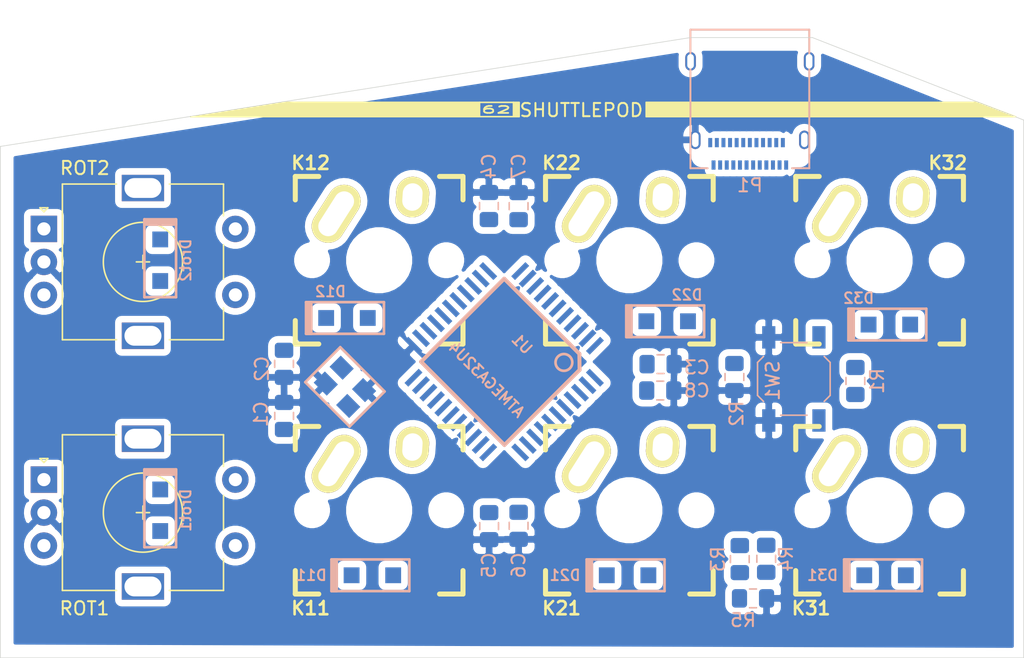
<source format=kicad_pcb>
(kicad_pcb (version 20171130) (host pcbnew 5.1.4+dfsg1-1)

  (general
    (thickness 1.6)
    (drawings 13)
    (tracks 0)
    (zones 0)
    (modules 33)
    (nets 48)
  )

  (page A4)
  (layers
    (0 F.Cu signal)
    (31 B.Cu signal)
    (32 B.Adhes user)
    (33 F.Adhes user)
    (34 B.Paste user)
    (35 F.Paste user)
    (36 B.SilkS user)
    (37 F.SilkS user)
    (38 B.Mask user)
    (39 F.Mask user)
    (40 Dwgs.User user)
    (41 Cmts.User user)
    (42 Eco1.User user)
    (43 Eco2.User user)
    (44 Edge.Cuts user)
    (45 Margin user)
    (46 B.CrtYd user)
    (47 F.CrtYd user)
    (48 B.Fab user)
    (49 F.Fab user)
  )

  (setup
    (last_trace_width 0.25)
    (trace_clearance 0.2)
    (zone_clearance 0.508)
    (zone_45_only no)
    (trace_min 0.2)
    (via_size 0.8)
    (via_drill 0.4)
    (via_min_size 0.4)
    (via_min_drill 0.3)
    (uvia_size 0.3)
    (uvia_drill 0.1)
    (uvias_allowed no)
    (uvia_min_size 0.2)
    (uvia_min_drill 0.1)
    (edge_width 0.05)
    (segment_width 0.2)
    (pcb_text_width 0.3)
    (pcb_text_size 1.5 1.5)
    (mod_edge_width 0.12)
    (mod_text_size 1 1)
    (mod_text_width 0.15)
    (pad_size 1.524 1.524)
    (pad_drill 0.762)
    (pad_to_mask_clearance 0.051)
    (solder_mask_min_width 0.25)
    (aux_axis_origin 0 0)
    (grid_origin 73.5 91.5)
    (visible_elements FFFFF77F)
    (pcbplotparams
      (layerselection 0x010fc_ffffffff)
      (usegerberextensions false)
      (usegerberattributes false)
      (usegerberadvancedattributes false)
      (creategerberjobfile false)
      (excludeedgelayer true)
      (linewidth 0.100000)
      (plotframeref false)
      (viasonmask false)
      (mode 1)
      (useauxorigin false)
      (hpglpennumber 1)
      (hpglpenspeed 20)
      (hpglpendiameter 15.000000)
      (psnegative false)
      (psa4output false)
      (plotreference true)
      (plotvalue true)
      (plotinvisibletext false)
      (padsonsilk false)
      (subtractmaskfromsilk false)
      (outputformat 1)
      (mirror false)
      (drillshape 1)
      (scaleselection 1)
      (outputdirectory ""))
  )

  (net 0 "")
  (net 1 GND)
  (net 2 "Net-(C1-Pad1)")
  (net 3 "Net-(C2-Pad1)")
  (net 4 VCC)
  (net 5 "Net-(C8-Pad1)")
  (net 6 ROW1)
  (net 7 "Net-(D11-Pad2)")
  (net 8 "Net-(D12-Pad2)")
  (net 9 ROW2)
  (net 10 "Net-(D21-Pad2)")
  (net 11 "Net-(D22-Pad2)")
  (net 12 ROW3)
  (net 13 "Net-(D31-Pad2)")
  (net 14 ROW4)
  (net 15 "Net-(Drot1-Pad2)")
  (net 16 "Net-(Drot2-Pad2)")
  (net 17 COL1)
  (net 18 COL2)
  (net 19 "Net-(P1-PadB5)")
  (net 20 "Net-(P1-PadA7)")
  (net 21 "Net-(P1-PadA6)")
  (net 22 "Net-(P1-PadA5)")
  (net 23 "Net-(R1-Pad1)")
  (net 24 "Net-(R2-Pad2)")
  (net 25 D+)
  (net 26 D-)
  (net 27 Rot1+)
  (net 28 Rot1-)
  (net 29 Rot2-)
  (net 30 Rot2+)
  (net 31 "Net-(U1-Pad42)")
  (net 32 "Net-(U1-Pad12)")
  (net 33 "Net-(U1-Pad18)")
  (net 34 "Net-(U1-Pad19)")
  (net 35 "Net-(U1-Pad20)")
  (net 36 "Net-(U1-Pad21)")
  (net 37 "Net-(U1-Pad22)")
  (net 38 "Net-(U1-Pad28)")
  (net 39 "Net-(U1-Pad27)")
  (net 40 "Net-(U1-Pad26)")
  (net 41 "Net-(U1-Pad8)")
  (net 42 "Net-(U1-Pad9)")
  (net 43 "Net-(U1-Pad25)")
  (net 44 "Net-(U1-Pad10)")
  (net 45 "Net-(U1-Pad11)")
  (net 46 "Net-(U1-Pad1)")
  (net 47 "Net-(D32-Pad2)")

  (net_class Default "This is the default net class."
    (clearance 0.2)
    (trace_width 0.25)
    (via_dia 0.8)
    (via_drill 0.4)
    (uvia_dia 0.3)
    (uvia_drill 0.1)
    (add_net COL1)
    (add_net COL2)
    (add_net D+)
    (add_net D-)
    (add_net GND)
    (add_net "Net-(C1-Pad1)")
    (add_net "Net-(C2-Pad1)")
    (add_net "Net-(C8-Pad1)")
    (add_net "Net-(D11-Pad2)")
    (add_net "Net-(D12-Pad2)")
    (add_net "Net-(D21-Pad2)")
    (add_net "Net-(D22-Pad2)")
    (add_net "Net-(D31-Pad2)")
    (add_net "Net-(D32-Pad2)")
    (add_net "Net-(Drot1-Pad2)")
    (add_net "Net-(Drot2-Pad2)")
    (add_net "Net-(P1-PadA5)")
    (add_net "Net-(P1-PadA6)")
    (add_net "Net-(P1-PadA7)")
    (add_net "Net-(P1-PadB5)")
    (add_net "Net-(R1-Pad1)")
    (add_net "Net-(R2-Pad2)")
    (add_net "Net-(U1-Pad1)")
    (add_net "Net-(U1-Pad10)")
    (add_net "Net-(U1-Pad11)")
    (add_net "Net-(U1-Pad12)")
    (add_net "Net-(U1-Pad18)")
    (add_net "Net-(U1-Pad19)")
    (add_net "Net-(U1-Pad20)")
    (add_net "Net-(U1-Pad21)")
    (add_net "Net-(U1-Pad22)")
    (add_net "Net-(U1-Pad25)")
    (add_net "Net-(U1-Pad26)")
    (add_net "Net-(U1-Pad27)")
    (add_net "Net-(U1-Pad28)")
    (add_net "Net-(U1-Pad42)")
    (add_net "Net-(U1-Pad8)")
    (add_net "Net-(U1-Pad9)")
    (add_net ROW1)
    (add_net ROW2)
    (add_net ROW3)
    (add_net ROW4)
    (add_net Rot1+)
    (add_net Rot1-)
    (add_net Rot2+)
    (add_net Rot2-)
    (add_net VCC)
  )

  (module Capacitor_SMD:C_0805_2012Metric_Pad1.15x1.40mm_HandSolder (layer B.Cu) (tedit 5B36C52B) (tstamp 5E9CC5BC)
    (at 61.49 104.175 90)
    (descr "Capacitor SMD 0805 (2012 Metric), square (rectangular) end terminal, IPC_7351 nominal with elongated pad for handsoldering. (Body size source: https://docs.google.com/spreadsheets/d/1BsfQQcO9C6DZCsRaXUlFlo91Tg2WpOkGARC1WS5S8t0/edit?usp=sharing), generated with kicad-footprint-generator")
    (tags "capacitor handsolder")
    (path /5E98DF8A)
    (attr smd)
    (fp_text reference C1 (at 0.134656 -1.753625 90) (layer B.SilkS)
      (effects (font (size 1 1) (thickness 0.15)) (justify mirror))
    )
    (fp_text value 22p (at 0 -1.65 90) (layer B.Fab)
      (effects (font (size 1 1) (thickness 0.15)) (justify mirror))
    )
    (fp_text user %R (at 0 0 90) (layer B.Fab)
      (effects (font (size 0.5 0.5) (thickness 0.08)) (justify mirror))
    )
    (fp_line (start 1.85 -0.95) (end -1.85 -0.95) (layer B.CrtYd) (width 0.05))
    (fp_line (start 1.85 0.95) (end 1.85 -0.95) (layer B.CrtYd) (width 0.05))
    (fp_line (start -1.85 0.95) (end 1.85 0.95) (layer B.CrtYd) (width 0.05))
    (fp_line (start -1.85 -0.95) (end -1.85 0.95) (layer B.CrtYd) (width 0.05))
    (fp_line (start -0.261252 -0.71) (end 0.261252 -0.71) (layer B.SilkS) (width 0.12))
    (fp_line (start -0.261252 0.71) (end 0.261252 0.71) (layer B.SilkS) (width 0.12))
    (fp_line (start 1 -0.6) (end -1 -0.6) (layer B.Fab) (width 0.1))
    (fp_line (start 1 0.6) (end 1 -0.6) (layer B.Fab) (width 0.1))
    (fp_line (start -1 0.6) (end 1 0.6) (layer B.Fab) (width 0.1))
    (fp_line (start -1 -0.6) (end -1 0.6) (layer B.Fab) (width 0.1))
    (pad 2 smd roundrect (at 1.025 0 90) (size 1.15 1.4) (layers B.Cu B.Paste B.Mask) (roundrect_rratio 0.217391)
      (net 1 GND))
    (pad 1 smd roundrect (at -1.025 0 90) (size 1.15 1.4) (layers B.Cu B.Paste B.Mask) (roundrect_rratio 0.217391)
      (net 2 "Net-(C1-Pad1)"))
    (model ${KISYS3DMOD}/Capacitor_SMD.3dshapes/C_0805_2012Metric.wrl
      (at (xyz 0 0 0))
      (scale (xyz 1 1 1))
      (rotate (xyz 0 0 0))
    )
  )

  (module Capacitor_SMD:C_0805_2012Metric_Pad1.15x1.40mm_HandSolder (layer B.Cu) (tedit 5B36C52B) (tstamp 5E9CC468)
    (at 61.484784 100.225216 270)
    (descr "Capacitor SMD 0805 (2012 Metric), square (rectangular) end terminal, IPC_7351 nominal with elongated pad for handsoldering. (Body size source: https://docs.google.com/spreadsheets/d/1BsfQQcO9C6DZCsRaXUlFlo91Tg2WpOkGARC1WS5S8t0/edit?usp=sharing), generated with kicad-footprint-generator")
    (tags "capacitor handsolder")
    (path /5E98E92D)
    (attr smd)
    (fp_text reference C2 (at 0.381532 1.675843 90) (layer B.SilkS)
      (effects (font (size 1 1) (thickness 0.15)) (justify mirror))
    )
    (fp_text value 22p (at 0 -1.65 90) (layer B.Fab)
      (effects (font (size 1 1) (thickness 0.15)) (justify mirror))
    )
    (fp_line (start -1 -0.6) (end -1 0.6) (layer B.Fab) (width 0.1))
    (fp_line (start -1 0.6) (end 1 0.6) (layer B.Fab) (width 0.1))
    (fp_line (start 1 0.6) (end 1 -0.6) (layer B.Fab) (width 0.1))
    (fp_line (start 1 -0.6) (end -1 -0.6) (layer B.Fab) (width 0.1))
    (fp_line (start -0.261252 0.71) (end 0.261252 0.71) (layer B.SilkS) (width 0.12))
    (fp_line (start -0.261252 -0.71) (end 0.261252 -0.71) (layer B.SilkS) (width 0.12))
    (fp_line (start -1.85 -0.95) (end -1.85 0.95) (layer B.CrtYd) (width 0.05))
    (fp_line (start -1.85 0.95) (end 1.85 0.95) (layer B.CrtYd) (width 0.05))
    (fp_line (start 1.85 0.95) (end 1.85 -0.95) (layer B.CrtYd) (width 0.05))
    (fp_line (start 1.85 -0.95) (end -1.85 -0.95) (layer B.CrtYd) (width 0.05))
    (fp_text user %R (at 0 0 90) (layer B.Fab)
      (effects (font (size 0.5 0.5) (thickness 0.08)) (justify mirror))
    )
    (pad 1 smd roundrect (at -1.025 0 270) (size 1.15 1.4) (layers B.Cu B.Paste B.Mask) (roundrect_rratio 0.217391)
      (net 3 "Net-(C2-Pad1)"))
    (pad 2 smd roundrect (at 1.025 0 270) (size 1.15 1.4) (layers B.Cu B.Paste B.Mask) (roundrect_rratio 0.217391)
      (net 1 GND))
    (model ${KISYS3DMOD}/Capacitor_SMD.3dshapes/C_0805_2012Metric.wrl
      (at (xyz 0 0 0))
      (scale (xyz 1 1 1))
      (rotate (xyz 0 0 0))
    )
  )

  (module Capacitor_SMD:C_0805_2012Metric_Pad1.15x1.40mm_HandSolder (layer B.Cu) (tedit 5B36C52B) (tstamp 5E9C7423)
    (at 90 100.25)
    (descr "Capacitor SMD 0805 (2012 Metric), square (rectangular) end terminal, IPC_7351 nominal with elongated pad for handsoldering. (Body size source: https://docs.google.com/spreadsheets/d/1BsfQQcO9C6DZCsRaXUlFlo91Tg2WpOkGARC1WS5S8t0/edit?usp=sharing), generated with kicad-footprint-generator")
    (tags "capacitor handsolder")
    (path /5E99A54F)
    (attr smd)
    (fp_text reference C3 (at 2.75 0.25) (layer B.SilkS)
      (effects (font (size 1 1) (thickness 0.15)) (justify mirror))
    )
    (fp_text value 0.1u (at 0 -1.65) (layer B.Fab)
      (effects (font (size 1 1) (thickness 0.15)) (justify mirror))
    )
    (fp_line (start -1 -0.6) (end -1 0.6) (layer B.Fab) (width 0.1))
    (fp_line (start -1 0.6) (end 1 0.6) (layer B.Fab) (width 0.1))
    (fp_line (start 1 0.6) (end 1 -0.6) (layer B.Fab) (width 0.1))
    (fp_line (start 1 -0.6) (end -1 -0.6) (layer B.Fab) (width 0.1))
    (fp_line (start -0.261252 0.71) (end 0.261252 0.71) (layer B.SilkS) (width 0.12))
    (fp_line (start -0.261252 -0.71) (end 0.261252 -0.71) (layer B.SilkS) (width 0.12))
    (fp_line (start -1.85 -0.95) (end -1.85 0.95) (layer B.CrtYd) (width 0.05))
    (fp_line (start -1.85 0.95) (end 1.85 0.95) (layer B.CrtYd) (width 0.05))
    (fp_line (start 1.85 0.95) (end 1.85 -0.95) (layer B.CrtYd) (width 0.05))
    (fp_line (start 1.85 -0.95) (end -1.85 -0.95) (layer B.CrtYd) (width 0.05))
    (fp_text user %R (at 0 0) (layer B.Fab)
      (effects (font (size 0.5 0.5) (thickness 0.08)) (justify mirror))
    )
    (pad 1 smd roundrect (at -1.025 0) (size 1.15 1.4) (layers B.Cu B.Paste B.Mask) (roundrect_rratio 0.217391)
      (net 4 VCC))
    (pad 2 smd roundrect (at 1.025 0) (size 1.15 1.4) (layers B.Cu B.Paste B.Mask) (roundrect_rratio 0.217391)
      (net 1 GND))
    (model ${KISYS3DMOD}/Capacitor_SMD.3dshapes/C_0805_2012Metric.wrl
      (at (xyz 0 0 0))
      (scale (xyz 1 1 1))
      (rotate (xyz 0 0 0))
    )
  )

  (module Capacitor_SMD:C_0805_2012Metric_Pad1.15x1.40mm_HandSolder (layer B.Cu) (tedit 5B36C52B) (tstamp 5E9BAE6C)
    (at 77 88.265 90)
    (descr "Capacitor SMD 0805 (2012 Metric), square (rectangular) end terminal, IPC_7351 nominal with elongated pad for handsoldering. (Body size source: https://docs.google.com/spreadsheets/d/1BsfQQcO9C6DZCsRaXUlFlo91Tg2WpOkGARC1WS5S8t0/edit?usp=sharing), generated with kicad-footprint-generator")
    (tags "capacitor handsolder")
    (path /5E99DF67)
    (attr smd)
    (fp_text reference C4 (at 3.015 0 90) (layer B.SilkS)
      (effects (font (size 1 1) (thickness 0.15)) (justify mirror))
    )
    (fp_text value 0.1u (at 0 -1.65 90) (layer B.Fab)
      (effects (font (size 1 1) (thickness 0.15)) (justify mirror))
    )
    (fp_text user %R (at 0 0 90) (layer B.Fab)
      (effects (font (size 0.5 0.5) (thickness 0.08)) (justify mirror))
    )
    (fp_line (start 1.85 -0.95) (end -1.85 -0.95) (layer B.CrtYd) (width 0.05))
    (fp_line (start 1.85 0.95) (end 1.85 -0.95) (layer B.CrtYd) (width 0.05))
    (fp_line (start -1.85 0.95) (end 1.85 0.95) (layer B.CrtYd) (width 0.05))
    (fp_line (start -1.85 -0.95) (end -1.85 0.95) (layer B.CrtYd) (width 0.05))
    (fp_line (start -0.261252 -0.71) (end 0.261252 -0.71) (layer B.SilkS) (width 0.12))
    (fp_line (start -0.261252 0.71) (end 0.261252 0.71) (layer B.SilkS) (width 0.12))
    (fp_line (start 1 -0.6) (end -1 -0.6) (layer B.Fab) (width 0.1))
    (fp_line (start 1 0.6) (end 1 -0.6) (layer B.Fab) (width 0.1))
    (fp_line (start -1 0.6) (end 1 0.6) (layer B.Fab) (width 0.1))
    (fp_line (start -1 -0.6) (end -1 0.6) (layer B.Fab) (width 0.1))
    (pad 2 smd roundrect (at 1.025 0 90) (size 1.15 1.4) (layers B.Cu B.Paste B.Mask) (roundrect_rratio 0.217391)
      (net 1 GND))
    (pad 1 smd roundrect (at -1.025 0 90) (size 1.15 1.4) (layers B.Cu B.Paste B.Mask) (roundrect_rratio 0.217391)
      (net 4 VCC))
    (model ${KISYS3DMOD}/Capacitor_SMD.3dshapes/C_0805_2012Metric.wrl
      (at (xyz 0 0 0))
      (scale (xyz 1 1 1))
      (rotate (xyz 0 0 0))
    )
  )

  (module Capacitor_SMD:C_0805_2012Metric_Pad1.15x1.40mm_HandSolder (layer B.Cu) (tedit 5B36C52B) (tstamp 5E9C73B2)
    (at 77.0156 112.525 270)
    (descr "Capacitor SMD 0805 (2012 Metric), square (rectangular) end terminal, IPC_7351 nominal with elongated pad for handsoldering. (Body size source: https://docs.google.com/spreadsheets/d/1BsfQQcO9C6DZCsRaXUlFlo91Tg2WpOkGARC1WS5S8t0/edit?usp=sharing), generated with kicad-footprint-generator")
    (tags "capacitor handsolder")
    (path /5E99E1E9)
    (attr smd)
    (fp_text reference C5 (at 2.975 0.0156 90) (layer B.SilkS)
      (effects (font (size 1 1) (thickness 0.15)) (justify mirror))
    )
    (fp_text value 0.1u (at 0 -1.65 90) (layer B.Fab)
      (effects (font (size 1 1) (thickness 0.15)) (justify mirror))
    )
    (fp_line (start -1 -0.6) (end -1 0.6) (layer B.Fab) (width 0.1))
    (fp_line (start -1 0.6) (end 1 0.6) (layer B.Fab) (width 0.1))
    (fp_line (start 1 0.6) (end 1 -0.6) (layer B.Fab) (width 0.1))
    (fp_line (start 1 -0.6) (end -1 -0.6) (layer B.Fab) (width 0.1))
    (fp_line (start -0.261252 0.71) (end 0.261252 0.71) (layer B.SilkS) (width 0.12))
    (fp_line (start -0.261252 -0.71) (end 0.261252 -0.71) (layer B.SilkS) (width 0.12))
    (fp_line (start -1.85 -0.95) (end -1.85 0.95) (layer B.CrtYd) (width 0.05))
    (fp_line (start -1.85 0.95) (end 1.85 0.95) (layer B.CrtYd) (width 0.05))
    (fp_line (start 1.85 0.95) (end 1.85 -0.95) (layer B.CrtYd) (width 0.05))
    (fp_line (start 1.85 -0.95) (end -1.85 -0.95) (layer B.CrtYd) (width 0.05))
    (fp_text user %R (at 0 0 90) (layer B.Fab)
      (effects (font (size 0.5 0.5) (thickness 0.08)) (justify mirror))
    )
    (pad 1 smd roundrect (at -1.025 0 270) (size 1.15 1.4) (layers B.Cu B.Paste B.Mask) (roundrect_rratio 0.217391)
      (net 4 VCC))
    (pad 2 smd roundrect (at 1.025 0 270) (size 1.15 1.4) (layers B.Cu B.Paste B.Mask) (roundrect_rratio 0.217391)
      (net 1 GND))
    (model ${KISYS3DMOD}/Capacitor_SMD.3dshapes/C_0805_2012Metric.wrl
      (at (xyz 0 0 0))
      (scale (xyz 1 1 1))
      (rotate (xyz 0 0 0))
    )
  )

  (module Capacitor_SMD:C_0805_2012Metric_Pad1.15x1.40mm_HandSolder (layer B.Cu) (tedit 5B36C52B) (tstamp 5E9BA8FC)
    (at 79.25 112.5 270)
    (descr "Capacitor SMD 0805 (2012 Metric), square (rectangular) end terminal, IPC_7351 nominal with elongated pad for handsoldering. (Body size source: https://docs.google.com/spreadsheets/d/1BsfQQcO9C6DZCsRaXUlFlo91Tg2WpOkGARC1WS5S8t0/edit?usp=sharing), generated with kicad-footprint-generator")
    (tags "capacitor handsolder")
    (path /5E99E50F)
    (attr smd)
    (fp_text reference C6 (at 3 0 90) (layer B.SilkS)
      (effects (font (size 1 1) (thickness 0.15)) (justify mirror))
    )
    (fp_text value 0.1u (at 0 -1.65 90) (layer B.Fab)
      (effects (font (size 1 1) (thickness 0.15)) (justify mirror))
    )
    (fp_text user %R (at 0 0 90) (layer B.Fab)
      (effects (font (size 0.5 0.5) (thickness 0.08)) (justify mirror))
    )
    (fp_line (start 1.85 -0.95) (end -1.85 -0.95) (layer B.CrtYd) (width 0.05))
    (fp_line (start 1.85 0.95) (end 1.85 -0.95) (layer B.CrtYd) (width 0.05))
    (fp_line (start -1.85 0.95) (end 1.85 0.95) (layer B.CrtYd) (width 0.05))
    (fp_line (start -1.85 -0.95) (end -1.85 0.95) (layer B.CrtYd) (width 0.05))
    (fp_line (start -0.261252 -0.71) (end 0.261252 -0.71) (layer B.SilkS) (width 0.12))
    (fp_line (start -0.261252 0.71) (end 0.261252 0.71) (layer B.SilkS) (width 0.12))
    (fp_line (start 1 -0.6) (end -1 -0.6) (layer B.Fab) (width 0.1))
    (fp_line (start 1 0.6) (end 1 -0.6) (layer B.Fab) (width 0.1))
    (fp_line (start -1 0.6) (end 1 0.6) (layer B.Fab) (width 0.1))
    (fp_line (start -1 -0.6) (end -1 0.6) (layer B.Fab) (width 0.1))
    (pad 2 smd roundrect (at 1.025 0 270) (size 1.15 1.4) (layers B.Cu B.Paste B.Mask) (roundrect_rratio 0.217391)
      (net 1 GND))
    (pad 1 smd roundrect (at -1.025 0 270) (size 1.15 1.4) (layers B.Cu B.Paste B.Mask) (roundrect_rratio 0.217391)
      (net 4 VCC))
    (model ${KISYS3DMOD}/Capacitor_SMD.3dshapes/C_0805_2012Metric.wrl
      (at (xyz 0 0 0))
      (scale (xyz 1 1 1))
      (rotate (xyz 0 0 0))
    )
  )

  (module Capacitor_SMD:C_0805_2012Metric_Pad1.15x1.40mm_HandSolder (layer B.Cu) (tedit 5B36C52B) (tstamp 5E9BAE18)
    (at 79.25 88.275 90)
    (descr "Capacitor SMD 0805 (2012 Metric), square (rectangular) end terminal, IPC_7351 nominal with elongated pad for handsoldering. (Body size source: https://docs.google.com/spreadsheets/d/1BsfQQcO9C6DZCsRaXUlFlo91Tg2WpOkGARC1WS5S8t0/edit?usp=sharing), generated with kicad-footprint-generator")
    (tags "capacitor handsolder")
    (path /5E99E803)
    (attr smd)
    (fp_text reference C7 (at 3.025 0 90) (layer B.SilkS)
      (effects (font (size 1 1) (thickness 0.15)) (justify mirror))
    )
    (fp_text value 4.7u (at 0 -1.65 90) (layer B.Fab)
      (effects (font (size 1 1) (thickness 0.15)) (justify mirror))
    )
    (fp_line (start -1 -0.6) (end -1 0.6) (layer B.Fab) (width 0.1))
    (fp_line (start -1 0.6) (end 1 0.6) (layer B.Fab) (width 0.1))
    (fp_line (start 1 0.6) (end 1 -0.6) (layer B.Fab) (width 0.1))
    (fp_line (start 1 -0.6) (end -1 -0.6) (layer B.Fab) (width 0.1))
    (fp_line (start -0.261252 0.71) (end 0.261252 0.71) (layer B.SilkS) (width 0.12))
    (fp_line (start -0.261252 -0.71) (end 0.261252 -0.71) (layer B.SilkS) (width 0.12))
    (fp_line (start -1.85 -0.95) (end -1.85 0.95) (layer B.CrtYd) (width 0.05))
    (fp_line (start -1.85 0.95) (end 1.85 0.95) (layer B.CrtYd) (width 0.05))
    (fp_line (start 1.85 0.95) (end 1.85 -0.95) (layer B.CrtYd) (width 0.05))
    (fp_line (start 1.85 -0.95) (end -1.85 -0.95) (layer B.CrtYd) (width 0.05))
    (fp_text user %R (at 0 0 90) (layer B.Fab)
      (effects (font (size 0.5 0.5) (thickness 0.08)) (justify mirror))
    )
    (pad 1 smd roundrect (at -1.025 0 90) (size 1.15 1.4) (layers B.Cu B.Paste B.Mask) (roundrect_rratio 0.217391)
      (net 4 VCC))
    (pad 2 smd roundrect (at 1.025 0 90) (size 1.15 1.4) (layers B.Cu B.Paste B.Mask) (roundrect_rratio 0.217391)
      (net 1 GND))
    (model ${KISYS3DMOD}/Capacitor_SMD.3dshapes/C_0805_2012Metric.wrl
      (at (xyz 0 0 0))
      (scale (xyz 1 1 1))
      (rotate (xyz 0 0 0))
    )
  )

  (module Capacitor_SMD:C_0805_2012Metric_Pad1.15x1.40mm_HandSolder (layer B.Cu) (tedit 5B36C52B) (tstamp 5E9C730D)
    (at 89.975 102.25)
    (descr "Capacitor SMD 0805 (2012 Metric), square (rectangular) end terminal, IPC_7351 nominal with elongated pad for handsoldering. (Body size source: https://docs.google.com/spreadsheets/d/1BsfQQcO9C6DZCsRaXUlFlo91Tg2WpOkGARC1WS5S8t0/edit?usp=sharing), generated with kicad-footprint-generator")
    (tags "capacitor handsolder")
    (path /5E9DEDEA)
    (attr smd)
    (fp_text reference C8 (at 2.775 0) (layer B.SilkS)
      (effects (font (size 1 1) (thickness 0.15)) (justify mirror))
    )
    (fp_text value 1u (at 0 -1.65) (layer B.Fab)
      (effects (font (size 1 1) (thickness 0.15)) (justify mirror))
    )
    (fp_text user %R (at 0 0) (layer B.Fab)
      (effects (font (size 0.5 0.5) (thickness 0.08)) (justify mirror))
    )
    (fp_line (start 1.85 -0.95) (end -1.85 -0.95) (layer B.CrtYd) (width 0.05))
    (fp_line (start 1.85 0.95) (end 1.85 -0.95) (layer B.CrtYd) (width 0.05))
    (fp_line (start -1.85 0.95) (end 1.85 0.95) (layer B.CrtYd) (width 0.05))
    (fp_line (start -1.85 -0.95) (end -1.85 0.95) (layer B.CrtYd) (width 0.05))
    (fp_line (start -0.261252 -0.71) (end 0.261252 -0.71) (layer B.SilkS) (width 0.12))
    (fp_line (start -0.261252 0.71) (end 0.261252 0.71) (layer B.SilkS) (width 0.12))
    (fp_line (start 1 -0.6) (end -1 -0.6) (layer B.Fab) (width 0.1))
    (fp_line (start 1 0.6) (end 1 -0.6) (layer B.Fab) (width 0.1))
    (fp_line (start -1 0.6) (end 1 0.6) (layer B.Fab) (width 0.1))
    (fp_line (start -1 -0.6) (end -1 0.6) (layer B.Fab) (width 0.1))
    (pad 2 smd roundrect (at 1.025 0) (size 1.15 1.4) (layers B.Cu B.Paste B.Mask) (roundrect_rratio 0.217391)
      (net 1 GND))
    (pad 1 smd roundrect (at -1.025 0) (size 1.15 1.4) (layers B.Cu B.Paste B.Mask) (roundrect_rratio 0.217391)
      (net 5 "Net-(C8-Pad1)"))
    (model ${KISYS3DMOD}/Capacitor_SMD.3dshapes/C_0805_2012Metric.wrl
      (at (xyz 0 0 0))
      (scale (xyz 1 1 1))
      (rotate (xyz 0 0 0))
    )
  )

  (module keyboard_parts:D_SOD123_hand (layer B.Cu) (tedit 561B6A2C) (tstamp 5E9BB788)
    (at 68.175 116.25)
    (path /5EA44D9D)
    (attr smd)
    (fp_text reference D11 (at -4.6282 0 180) (layer B.SilkS)
      (effects (font (size 0.8 0.8) (thickness 0.15)) (justify mirror))
    )
    (fp_text value D (at 0 1.925 180) (layer B.SilkS) hide
      (effects (font (size 0.8 0.8) (thickness 0.15)) (justify mirror))
    )
    (fp_line (start 2.8 -1.2) (end -3.1 -1.2) (layer B.SilkS) (width 0.2))
    (fp_line (start 2.8 1.2) (end 2.8 -1.2) (layer B.SilkS) (width 0.2))
    (fp_line (start -3.1 1.2) (end 2.8 1.2) (layer B.SilkS) (width 0.2))
    (fp_line (start -2.8 -1.2) (end -2.8 1.2) (layer B.SilkS) (width 0.2))
    (fp_line (start -2.7 -1.2) (end -2.7 1.2) (layer B.SilkS) (width 0.2))
    (fp_line (start -2.9 -1.2) (end -2.9 1.2) (layer B.SilkS) (width 0.2))
    (fp_line (start -3 -1.2) (end -3 1.2) (layer B.SilkS) (width 0.2))
    (fp_line (start -3.1 -1.2) (end -3.1 1.2) (layer B.SilkS) (width 0.2))
    (pad 1 smd rect (at -1.575 0) (size 1.2 1.2) (layers B.Cu B.Paste B.Mask)
      (net 6 ROW1))
    (pad 2 smd rect (at 1.575 0) (size 1.2 1.2) (layers B.Cu B.Paste B.Mask)
      (net 7 "Net-(D11-Pad2)"))
  )

  (module keyboard_parts:D_SOD123_hand (layer B.Cu) (tedit 561B6A2C) (tstamp 5E9BB761)
    (at 66.25 96.75)
    (path /5EA470C2)
    (attr smd)
    (fp_text reference D12 (at -1.25 -2) (layer B.SilkS)
      (effects (font (size 0.8 0.8) (thickness 0.15)) (justify mirror))
    )
    (fp_text value D (at 0 1.925) (layer B.SilkS) hide
      (effects (font (size 0.8 0.8) (thickness 0.15)) (justify mirror))
    )
    (fp_line (start -3.1 -1.2) (end -3.1 1.2) (layer B.SilkS) (width 0.2))
    (fp_line (start -3 -1.2) (end -3 1.2) (layer B.SilkS) (width 0.2))
    (fp_line (start -2.9 -1.2) (end -2.9 1.2) (layer B.SilkS) (width 0.2))
    (fp_line (start -2.7 -1.2) (end -2.7 1.2) (layer B.SilkS) (width 0.2))
    (fp_line (start -2.8 -1.2) (end -2.8 1.2) (layer B.SilkS) (width 0.2))
    (fp_line (start -3.1 1.2) (end 2.8 1.2) (layer B.SilkS) (width 0.2))
    (fp_line (start 2.8 1.2) (end 2.8 -1.2) (layer B.SilkS) (width 0.2))
    (fp_line (start 2.8 -1.2) (end -3.1 -1.2) (layer B.SilkS) (width 0.2))
    (pad 2 smd rect (at 1.575 0) (size 1.2 1.2) (layers B.Cu B.Paste B.Mask)
      (net 8 "Net-(D12-Pad2)"))
    (pad 1 smd rect (at -1.575 0) (size 1.2 1.2) (layers B.Cu B.Paste B.Mask)
      (net 6 ROW1))
  )

  (module keyboard_parts:D_SOD123_hand (layer B.Cu) (tedit 561B6A2C) (tstamp 5E9BB7AF)
    (at 87.5 116.25)
    (path /5EA473DB)
    (attr smd)
    (fp_text reference D21 (at -4.7368 0) (layer B.SilkS)
      (effects (font (size 0.8 0.8) (thickness 0.15)) (justify mirror))
    )
    (fp_text value D (at 0 1.925) (layer B.SilkS) hide
      (effects (font (size 0.8 0.8) (thickness 0.15)) (justify mirror))
    )
    (fp_line (start -3.1 -1.2) (end -3.1 1.2) (layer B.SilkS) (width 0.2))
    (fp_line (start -3 -1.2) (end -3 1.2) (layer B.SilkS) (width 0.2))
    (fp_line (start -2.9 -1.2) (end -2.9 1.2) (layer B.SilkS) (width 0.2))
    (fp_line (start -2.7 -1.2) (end -2.7 1.2) (layer B.SilkS) (width 0.2))
    (fp_line (start -2.8 -1.2) (end -2.8 1.2) (layer B.SilkS) (width 0.2))
    (fp_line (start -3.1 1.2) (end 2.8 1.2) (layer B.SilkS) (width 0.2))
    (fp_line (start 2.8 1.2) (end 2.8 -1.2) (layer B.SilkS) (width 0.2))
    (fp_line (start 2.8 -1.2) (end -3.1 -1.2) (layer B.SilkS) (width 0.2))
    (pad 2 smd rect (at 1.575 0) (size 1.2 1.2) (layers B.Cu B.Paste B.Mask)
      (net 10 "Net-(D21-Pad2)"))
    (pad 1 smd rect (at -1.575 0) (size 1.2 1.2) (layers B.Cu B.Paste B.Mask)
      (net 9 ROW2))
  )

  (module keyboard_parts:D_SOD123_hand (layer B.Cu) (tedit 561B6A2C) (tstamp 5E9BB7D6)
    (at 90.5 97)
    (path /5EA477D6)
    (attr smd)
    (fp_text reference D22 (at 1.5 -2) (layer B.SilkS)
      (effects (font (size 0.8 0.8) (thickness 0.15)) (justify mirror))
    )
    (fp_text value D (at 0 1.925) (layer B.SilkS) hide
      (effects (font (size 0.8 0.8) (thickness 0.15)) (justify mirror))
    )
    (fp_line (start -3.1 -1.2) (end -3.1 1.2) (layer B.SilkS) (width 0.2))
    (fp_line (start -3 -1.2) (end -3 1.2) (layer B.SilkS) (width 0.2))
    (fp_line (start -2.9 -1.2) (end -2.9 1.2) (layer B.SilkS) (width 0.2))
    (fp_line (start -2.7 -1.2) (end -2.7 1.2) (layer B.SilkS) (width 0.2))
    (fp_line (start -2.8 -1.2) (end -2.8 1.2) (layer B.SilkS) (width 0.2))
    (fp_line (start -3.1 1.2) (end 2.8 1.2) (layer B.SilkS) (width 0.2))
    (fp_line (start 2.8 1.2) (end 2.8 -1.2) (layer B.SilkS) (width 0.2))
    (fp_line (start 2.8 -1.2) (end -3.1 -1.2) (layer B.SilkS) (width 0.2))
    (pad 2 smd rect (at 1.575 0) (size 1.2 1.2) (layers B.Cu B.Paste B.Mask)
      (net 11 "Net-(D22-Pad2)"))
    (pad 1 smd rect (at -1.575 0) (size 1.2 1.2) (layers B.Cu B.Paste B.Mask)
      (net 9 ROW2))
  )

  (module keyboard_parts:D_SOD123_hand (layer B.Cu) (tedit 561B6A2C) (tstamp 5E9BB7FD)
    (at 107 116.25)
    (path /5EA47CE0)
    (attr smd)
    (fp_text reference D31 (at -4.7368 0) (layer B.SilkS)
      (effects (font (size 0.8 0.8) (thickness 0.15)) (justify mirror))
    )
    (fp_text value D (at 0 1.925) (layer B.SilkS) hide
      (effects (font (size 0.8 0.8) (thickness 0.15)) (justify mirror))
    )
    (fp_line (start -3.1 -1.2) (end -3.1 1.2) (layer B.SilkS) (width 0.2))
    (fp_line (start -3 -1.2) (end -3 1.2) (layer B.SilkS) (width 0.2))
    (fp_line (start -2.9 -1.2) (end -2.9 1.2) (layer B.SilkS) (width 0.2))
    (fp_line (start -2.7 -1.2) (end -2.7 1.2) (layer B.SilkS) (width 0.2))
    (fp_line (start -2.8 -1.2) (end -2.8 1.2) (layer B.SilkS) (width 0.2))
    (fp_line (start -3.1 1.2) (end 2.8 1.2) (layer B.SilkS) (width 0.2))
    (fp_line (start 2.8 1.2) (end 2.8 -1.2) (layer B.SilkS) (width 0.2))
    (fp_line (start 2.8 -1.2) (end -3.1 -1.2) (layer B.SilkS) (width 0.2))
    (pad 2 smd rect (at 1.575 0) (size 1.2 1.2) (layers B.Cu B.Paste B.Mask)
      (net 13 "Net-(D31-Pad2)"))
    (pad 1 smd rect (at -1.575 0) (size 1.2 1.2) (layers B.Cu B.Paste B.Mask)
      (net 12 ROW3))
  )

  (module keyboard_parts:D_SOD123_hand (layer B.Cu) (tedit 561B6A2C) (tstamp 5E9BB824)
    (at 107.325 97.25)
    (path /5EA481E1)
    (attr smd)
    (fp_text reference D32 (at -2.325 -2) (layer B.SilkS)
      (effects (font (size 0.8 0.8) (thickness 0.15)) (justify mirror))
    )
    (fp_text value D (at 0 1.925) (layer B.SilkS) hide
      (effects (font (size 0.8 0.8) (thickness 0.15)) (justify mirror))
    )
    (fp_line (start 2.8 -1.2) (end -3.1 -1.2) (layer B.SilkS) (width 0.2))
    (fp_line (start 2.8 1.2) (end 2.8 -1.2) (layer B.SilkS) (width 0.2))
    (fp_line (start -3.1 1.2) (end 2.8 1.2) (layer B.SilkS) (width 0.2))
    (fp_line (start -2.8 -1.2) (end -2.8 1.2) (layer B.SilkS) (width 0.2))
    (fp_line (start -2.7 -1.2) (end -2.7 1.2) (layer B.SilkS) (width 0.2))
    (fp_line (start -2.9 -1.2) (end -2.9 1.2) (layer B.SilkS) (width 0.2))
    (fp_line (start -3 -1.2) (end -3 1.2) (layer B.SilkS) (width 0.2))
    (fp_line (start -3.1 -1.2) (end -3.1 1.2) (layer B.SilkS) (width 0.2))
    (pad 1 smd rect (at -1.575 0) (size 1.2 1.2) (layers B.Cu B.Paste B.Mask)
      (net 12 ROW3))
    (pad 2 smd rect (at 1.575 0) (size 1.2 1.2) (layers B.Cu B.Paste B.Mask)
      (net 47 "Net-(D32-Pad2)"))
  )

  (module keyboard_parts:D_SOD123_hand (layer B.Cu) (tedit 561B6A2C) (tstamp 5E9B8462)
    (at 52.1081 111.32185 270)
    (path /5EA662E8)
    (attr smd)
    (fp_text reference Drot1 (at 0 -1.925 270) (layer B.SilkS)
      (effects (font (size 0.8 0.8) (thickness 0.15)) (justify mirror))
    )
    (fp_text value D (at 0 1.925 270) (layer B.SilkS) hide
      (effects (font (size 0.8 0.8) (thickness 0.15)) (justify mirror))
    )
    (fp_line (start 2.8 -1.2) (end -3.1 -1.2) (layer B.SilkS) (width 0.2))
    (fp_line (start 2.8 1.2) (end 2.8 -1.2) (layer B.SilkS) (width 0.2))
    (fp_line (start -3.1 1.2) (end 2.8 1.2) (layer B.SilkS) (width 0.2))
    (fp_line (start -2.8 -1.2) (end -2.8 1.2) (layer B.SilkS) (width 0.2))
    (fp_line (start -2.7 -1.2) (end -2.7 1.2) (layer B.SilkS) (width 0.2))
    (fp_line (start -2.9 -1.2) (end -2.9 1.2) (layer B.SilkS) (width 0.2))
    (fp_line (start -3 -1.2) (end -3 1.2) (layer B.SilkS) (width 0.2))
    (fp_line (start -3.1 -1.2) (end -3.1 1.2) (layer B.SilkS) (width 0.2))
    (pad 1 smd rect (at -1.575 0 270) (size 1.2 1.2) (layers B.Cu B.Paste B.Mask)
      (net 14 ROW4))
    (pad 2 smd rect (at 1.575 0 270) (size 1.2 1.2) (layers B.Cu B.Paste B.Mask)
      (net 15 "Net-(Drot1-Pad2)"))
  )

  (module keyboard_parts:D_SOD123_hand (layer B.Cu) (tedit 561B6A2C) (tstamp 5E9B6C5D)
    (at 52.1081 92.37345 270)
    (path /5EA6E1C9)
    (attr smd)
    (fp_text reference Drot2 (at 0 -1.925 270) (layer B.SilkS)
      (effects (font (size 0.8 0.8) (thickness 0.15)) (justify mirror))
    )
    (fp_text value D (at 0 1.925 270) (layer B.SilkS) hide
      (effects (font (size 0.8 0.8) (thickness 0.15)) (justify mirror))
    )
    (fp_line (start -3.1 -1.2) (end -3.1 1.2) (layer B.SilkS) (width 0.2))
    (fp_line (start -3 -1.2) (end -3 1.2) (layer B.SilkS) (width 0.2))
    (fp_line (start -2.9 -1.2) (end -2.9 1.2) (layer B.SilkS) (width 0.2))
    (fp_line (start -2.7 -1.2) (end -2.7 1.2) (layer B.SilkS) (width 0.2))
    (fp_line (start -2.8 -1.2) (end -2.8 1.2) (layer B.SilkS) (width 0.2))
    (fp_line (start -3.1 1.2) (end 2.8 1.2) (layer B.SilkS) (width 0.2))
    (fp_line (start 2.8 1.2) (end 2.8 -1.2) (layer B.SilkS) (width 0.2))
    (fp_line (start 2.8 -1.2) (end -3.1 -1.2) (layer B.SilkS) (width 0.2))
    (pad 2 smd rect (at 1.575 0 270) (size 1.2 1.2) (layers B.Cu B.Paste B.Mask)
      (net 16 "Net-(Drot2-Pad2)"))
    (pad 1 smd rect (at -1.575 0 270) (size 1.2 1.2) (layers B.Cu B.Paste B.Mask)
      (net 14 ROW4))
  )

  (module keebs:Mx_Alps_100 (layer F.Cu) (tedit 58057B75) (tstamp 5E9B7517)
    (at 68.68795 111.32185)
    (descr MXALPS)
    (tags MXALPS)
    (path /5EA3F525)
    (fp_text reference K11 (at -5.18795 7.42815) (layer F.SilkS)
      (effects (font (size 1 1) (thickness 0.2)))
    )
    (fp_text value KEYSW (at 5.334 10.922) (layer B.SilkS) hide
      (effects (font (size 1.524 1.524) (thickness 0.3048)) (justify mirror))
    )
    (fp_line (start -7.62 7.62) (end -7.62 -7.62) (layer Dwgs.User) (width 0.3))
    (fp_line (start 7.62 7.62) (end -7.62 7.62) (layer Dwgs.User) (width 0.3))
    (fp_line (start 7.62 -7.62) (end 7.62 7.62) (layer Dwgs.User) (width 0.3))
    (fp_line (start -7.62 -7.62) (end 7.62 -7.62) (layer Dwgs.User) (width 0.3))
    (fp_line (start 7.75 -6.4) (end -7.75 -6.4) (layer Dwgs.User) (width 0.3))
    (fp_line (start 7.75 6.4) (end 7.75 -6.4) (layer Dwgs.User) (width 0.3))
    (fp_line (start -7.75 6.4) (end 7.75 6.4) (layer Dwgs.User) (width 0.3))
    (fp_line (start -7.75 6.4) (end -7.75 -6.4) (layer Dwgs.User) (width 0.3))
    (fp_line (start -6.985 6.985) (end -6.985 -6.985) (layer Eco2.User) (width 0.1524))
    (fp_line (start 6.985 6.985) (end -6.985 6.985) (layer Eco2.User) (width 0.1524))
    (fp_line (start 6.985 -6.985) (end 6.985 6.985) (layer Eco2.User) (width 0.1524))
    (fp_line (start -6.985 -6.985) (end 6.985 -6.985) (layer Eco2.User) (width 0.1524))
    (fp_line (start -6.35 -4.572) (end -6.35 -6.35) (layer F.SilkS) (width 0.381))
    (fp_line (start -6.35 6.35) (end -6.35 4.572) (layer F.SilkS) (width 0.381))
    (fp_line (start -4.572 6.35) (end -6.35 6.35) (layer F.SilkS) (width 0.381))
    (fp_line (start 6.35 6.35) (end 4.572 6.35) (layer F.SilkS) (width 0.381))
    (fp_line (start 6.35 4.572) (end 6.35 6.35) (layer F.SilkS) (width 0.381))
    (fp_line (start 6.35 -6.35) (end 6.35 -4.572) (layer F.SilkS) (width 0.381))
    (fp_line (start 4.572 -6.35) (end 6.35 -6.35) (layer F.SilkS) (width 0.381))
    (fp_line (start -6.35 -6.35) (end -4.572 -6.35) (layer F.SilkS) (width 0.381))
    (fp_line (start -9.398 9.398) (end -9.398 -9.398) (layer Dwgs.User) (width 0.1524))
    (fp_line (start 9.398 9.398) (end -9.398 9.398) (layer Dwgs.User) (width 0.1524))
    (fp_line (start 9.398 -9.398) (end 9.398 9.398) (layer Dwgs.User) (width 0.1524))
    (fp_line (start -9.398 -9.398) (end 9.398 -9.398) (layer Dwgs.User) (width 0.1524))
    (fp_line (start -6.35 6.35) (end -6.35 -6.35) (layer Cmts.User) (width 0.1524))
    (fp_line (start 6.35 6.35) (end -6.35 6.35) (layer Cmts.User) (width 0.1524))
    (fp_line (start 6.35 -6.35) (end 6.35 6.35) (layer Cmts.User) (width 0.1524))
    (fp_line (start -6.35 -6.35) (end 6.35 -6.35) (layer Cmts.User) (width 0.1524))
    (pad 2 thru_hole oval (at 2.52 -4.79 356.1) (size 2.5 3.08) (drill oval 1.5 2.08) (layers *.Cu *.Mask F.SilkS)
      (net 7 "Net-(D11-Pad2)"))
    (pad 1 thru_hole oval (at -3.255 -3.52 327.5) (size 2.5 4.75) (drill oval 1.5 3.75) (layers *.Cu *.Mask F.SilkS)
      (net 17 COL1))
    (pad HOLE np_thru_hole circle (at 5.08 0) (size 1.7018 1.7018) (drill 1.7018) (layers *.Cu))
    (pad HOLE np_thru_hole circle (at -5.08 0) (size 1.7018 1.7018) (drill 1.7018) (layers *.Cu))
    (pad HOLE np_thru_hole circle (at 0 0) (size 3.9878 3.9878) (drill 3.9878) (layers *.Cu))
  )

  (module keebs:Mx_Alps_100 (layer F.Cu) (tedit 58057B75) (tstamp 5E9B8096)
    (at 68.68795 92.373451)
    (descr MXALPS)
    (tags MXALPS)
    (path /5EA40040)
    (fp_text reference K12 (at -5.18795 -7.373451) (layer F.SilkS)
      (effects (font (size 1 1) (thickness 0.2)))
    )
    (fp_text value KEYSW (at 5.334 10.922) (layer B.SilkS) hide
      (effects (font (size 1.524 1.524) (thickness 0.3048)) (justify mirror))
    )
    (fp_line (start -6.35 -6.35) (end 6.35 -6.35) (layer Cmts.User) (width 0.1524))
    (fp_line (start 6.35 -6.35) (end 6.35 6.35) (layer Cmts.User) (width 0.1524))
    (fp_line (start 6.35 6.35) (end -6.35 6.35) (layer Cmts.User) (width 0.1524))
    (fp_line (start -6.35 6.35) (end -6.35 -6.35) (layer Cmts.User) (width 0.1524))
    (fp_line (start -9.398 -9.398) (end 9.398 -9.398) (layer Dwgs.User) (width 0.1524))
    (fp_line (start 9.398 -9.398) (end 9.398 9.398) (layer Dwgs.User) (width 0.1524))
    (fp_line (start 9.398 9.398) (end -9.398 9.398) (layer Dwgs.User) (width 0.1524))
    (fp_line (start -9.398 9.398) (end -9.398 -9.398) (layer Dwgs.User) (width 0.1524))
    (fp_line (start -6.35 -6.35) (end -4.572 -6.35) (layer F.SilkS) (width 0.381))
    (fp_line (start 4.572 -6.35) (end 6.35 -6.35) (layer F.SilkS) (width 0.381))
    (fp_line (start 6.35 -6.35) (end 6.35 -4.572) (layer F.SilkS) (width 0.381))
    (fp_line (start 6.35 4.572) (end 6.35 6.35) (layer F.SilkS) (width 0.381))
    (fp_line (start 6.35 6.35) (end 4.572 6.35) (layer F.SilkS) (width 0.381))
    (fp_line (start -4.572 6.35) (end -6.35 6.35) (layer F.SilkS) (width 0.381))
    (fp_line (start -6.35 6.35) (end -6.35 4.572) (layer F.SilkS) (width 0.381))
    (fp_line (start -6.35 -4.572) (end -6.35 -6.35) (layer F.SilkS) (width 0.381))
    (fp_line (start -6.985 -6.985) (end 6.985 -6.985) (layer Eco2.User) (width 0.1524))
    (fp_line (start 6.985 -6.985) (end 6.985 6.985) (layer Eco2.User) (width 0.1524))
    (fp_line (start 6.985 6.985) (end -6.985 6.985) (layer Eco2.User) (width 0.1524))
    (fp_line (start -6.985 6.985) (end -6.985 -6.985) (layer Eco2.User) (width 0.1524))
    (fp_line (start -7.75 6.4) (end -7.75 -6.4) (layer Dwgs.User) (width 0.3))
    (fp_line (start -7.75 6.4) (end 7.75 6.4) (layer Dwgs.User) (width 0.3))
    (fp_line (start 7.75 6.4) (end 7.75 -6.4) (layer Dwgs.User) (width 0.3))
    (fp_line (start 7.75 -6.4) (end -7.75 -6.4) (layer Dwgs.User) (width 0.3))
    (fp_line (start -7.62 -7.62) (end 7.62 -7.62) (layer Dwgs.User) (width 0.3))
    (fp_line (start 7.62 -7.62) (end 7.62 7.62) (layer Dwgs.User) (width 0.3))
    (fp_line (start 7.62 7.62) (end -7.62 7.62) (layer Dwgs.User) (width 0.3))
    (fp_line (start -7.62 7.62) (end -7.62 -7.62) (layer Dwgs.User) (width 0.3))
    (pad HOLE np_thru_hole circle (at 0 0) (size 3.9878 3.9878) (drill 3.9878) (layers *.Cu))
    (pad HOLE np_thru_hole circle (at -5.08 0) (size 1.7018 1.7018) (drill 1.7018) (layers *.Cu))
    (pad HOLE np_thru_hole circle (at 5.08 0) (size 1.7018 1.7018) (drill 1.7018) (layers *.Cu))
    (pad 1 thru_hole oval (at -3.255 -3.52 327.5) (size 2.5 4.75) (drill oval 1.5 3.75) (layers *.Cu *.Mask F.SilkS)
      (net 18 COL2))
    (pad 2 thru_hole oval (at 2.52 -4.79 356.1) (size 2.5 3.08) (drill oval 1.5 2.08) (layers *.Cu *.Mask F.SilkS)
      (net 8 "Net-(D12-Pad2)"))
  )

  (module keebs:Mx_Alps_100 (layer F.Cu) (tedit 58057B75) (tstamp 5E9B6CCC)
    (at 87.63635 111.32185)
    (descr MXALPS)
    (tags MXALPS)
    (path /5EA3F9AB)
    (fp_text reference K21 (at -5.13635 7.42815) (layer F.SilkS)
      (effects (font (size 1 1) (thickness 0.2)))
    )
    (fp_text value KEYSW (at 5.334 10.922) (layer B.SilkS) hide
      (effects (font (size 1.524 1.524) (thickness 0.3048)) (justify mirror))
    )
    (fp_line (start -6.35 -6.35) (end 6.35 -6.35) (layer Cmts.User) (width 0.1524))
    (fp_line (start 6.35 -6.35) (end 6.35 6.35) (layer Cmts.User) (width 0.1524))
    (fp_line (start 6.35 6.35) (end -6.35 6.35) (layer Cmts.User) (width 0.1524))
    (fp_line (start -6.35 6.35) (end -6.35 -6.35) (layer Cmts.User) (width 0.1524))
    (fp_line (start -9.398 -9.398) (end 9.398 -9.398) (layer Dwgs.User) (width 0.1524))
    (fp_line (start 9.398 -9.398) (end 9.398 9.398) (layer Dwgs.User) (width 0.1524))
    (fp_line (start 9.398 9.398) (end -9.398 9.398) (layer Dwgs.User) (width 0.1524))
    (fp_line (start -9.398 9.398) (end -9.398 -9.398) (layer Dwgs.User) (width 0.1524))
    (fp_line (start -6.35 -6.35) (end -4.572 -6.35) (layer F.SilkS) (width 0.381))
    (fp_line (start 4.572 -6.35) (end 6.35 -6.35) (layer F.SilkS) (width 0.381))
    (fp_line (start 6.35 -6.35) (end 6.35 -4.572) (layer F.SilkS) (width 0.381))
    (fp_line (start 6.35 4.572) (end 6.35 6.35) (layer F.SilkS) (width 0.381))
    (fp_line (start 6.35 6.35) (end 4.572 6.35) (layer F.SilkS) (width 0.381))
    (fp_line (start -4.572 6.35) (end -6.35 6.35) (layer F.SilkS) (width 0.381))
    (fp_line (start -6.35 6.35) (end -6.35 4.572) (layer F.SilkS) (width 0.381))
    (fp_line (start -6.35 -4.572) (end -6.35 -6.35) (layer F.SilkS) (width 0.381))
    (fp_line (start -6.985 -6.985) (end 6.985 -6.985) (layer Eco2.User) (width 0.1524))
    (fp_line (start 6.985 -6.985) (end 6.985 6.985) (layer Eco2.User) (width 0.1524))
    (fp_line (start 6.985 6.985) (end -6.985 6.985) (layer Eco2.User) (width 0.1524))
    (fp_line (start -6.985 6.985) (end -6.985 -6.985) (layer Eco2.User) (width 0.1524))
    (fp_line (start -7.75 6.4) (end -7.75 -6.4) (layer Dwgs.User) (width 0.3))
    (fp_line (start -7.75 6.4) (end 7.75 6.4) (layer Dwgs.User) (width 0.3))
    (fp_line (start 7.75 6.4) (end 7.75 -6.4) (layer Dwgs.User) (width 0.3))
    (fp_line (start 7.75 -6.4) (end -7.75 -6.4) (layer Dwgs.User) (width 0.3))
    (fp_line (start -7.62 -7.62) (end 7.62 -7.62) (layer Dwgs.User) (width 0.3))
    (fp_line (start 7.62 -7.62) (end 7.62 7.62) (layer Dwgs.User) (width 0.3))
    (fp_line (start 7.62 7.62) (end -7.62 7.62) (layer Dwgs.User) (width 0.3))
    (fp_line (start -7.62 7.62) (end -7.62 -7.62) (layer Dwgs.User) (width 0.3))
    (pad HOLE np_thru_hole circle (at 0 0) (size 3.9878 3.9878) (drill 3.9878) (layers *.Cu))
    (pad HOLE np_thru_hole circle (at -5.08 0) (size 1.7018 1.7018) (drill 1.7018) (layers *.Cu))
    (pad HOLE np_thru_hole circle (at 5.08 0) (size 1.7018 1.7018) (drill 1.7018) (layers *.Cu))
    (pad 1 thru_hole oval (at -3.255 -3.52 327.5) (size 2.5 4.75) (drill oval 1.5 3.75) (layers *.Cu *.Mask F.SilkS)
      (net 17 COL1))
    (pad 2 thru_hole oval (at 2.52 -4.79 356.1) (size 2.5 3.08) (drill oval 1.5 2.08) (layers *.Cu *.Mask F.SilkS)
      (net 10 "Net-(D21-Pad2)"))
  )

  (module keebs:Mx_Alps_100 (layer F.Cu) (tedit 58057B75) (tstamp 5E9B77D8)
    (at 87.63635 92.37345)
    (descr MXALPS)
    (tags MXALPS)
    (path /5EA40477)
    (fp_text reference K22 (at -5.13635 -7.37345) (layer F.SilkS)
      (effects (font (size 1 1) (thickness 0.2)))
    )
    (fp_text value KEYSW (at 5.334 10.922) (layer B.SilkS) hide
      (effects (font (size 1.524 1.524) (thickness 0.3048)) (justify mirror))
    )
    (fp_line (start -7.62 7.62) (end -7.62 -7.62) (layer Dwgs.User) (width 0.3))
    (fp_line (start 7.62 7.62) (end -7.62 7.62) (layer Dwgs.User) (width 0.3))
    (fp_line (start 7.62 -7.62) (end 7.62 7.62) (layer Dwgs.User) (width 0.3))
    (fp_line (start -7.62 -7.62) (end 7.62 -7.62) (layer Dwgs.User) (width 0.3))
    (fp_line (start 7.75 -6.4) (end -7.75 -6.4) (layer Dwgs.User) (width 0.3))
    (fp_line (start 7.75 6.4) (end 7.75 -6.4) (layer Dwgs.User) (width 0.3))
    (fp_line (start -7.75 6.4) (end 7.75 6.4) (layer Dwgs.User) (width 0.3))
    (fp_line (start -7.75 6.4) (end -7.75 -6.4) (layer Dwgs.User) (width 0.3))
    (fp_line (start -6.985 6.985) (end -6.985 -6.985) (layer Eco2.User) (width 0.1524))
    (fp_line (start 6.985 6.985) (end -6.985 6.985) (layer Eco2.User) (width 0.1524))
    (fp_line (start 6.985 -6.985) (end 6.985 6.985) (layer Eco2.User) (width 0.1524))
    (fp_line (start -6.985 -6.985) (end 6.985 -6.985) (layer Eco2.User) (width 0.1524))
    (fp_line (start -6.35 -4.572) (end -6.35 -6.35) (layer F.SilkS) (width 0.381))
    (fp_line (start -6.35 6.35) (end -6.35 4.572) (layer F.SilkS) (width 0.381))
    (fp_line (start -4.572 6.35) (end -6.35 6.35) (layer F.SilkS) (width 0.381))
    (fp_line (start 6.35 6.35) (end 4.572 6.35) (layer F.SilkS) (width 0.381))
    (fp_line (start 6.35 4.572) (end 6.35 6.35) (layer F.SilkS) (width 0.381))
    (fp_line (start 6.35 -6.35) (end 6.35 -4.572) (layer F.SilkS) (width 0.381))
    (fp_line (start 4.572 -6.35) (end 6.35 -6.35) (layer F.SilkS) (width 0.381))
    (fp_line (start -6.35 -6.35) (end -4.572 -6.35) (layer F.SilkS) (width 0.381))
    (fp_line (start -9.398 9.398) (end -9.398 -9.398) (layer Dwgs.User) (width 0.1524))
    (fp_line (start 9.398 9.398) (end -9.398 9.398) (layer Dwgs.User) (width 0.1524))
    (fp_line (start 9.398 -9.398) (end 9.398 9.398) (layer Dwgs.User) (width 0.1524))
    (fp_line (start -9.398 -9.398) (end 9.398 -9.398) (layer Dwgs.User) (width 0.1524))
    (fp_line (start -6.35 6.35) (end -6.35 -6.35) (layer Cmts.User) (width 0.1524))
    (fp_line (start 6.35 6.35) (end -6.35 6.35) (layer Cmts.User) (width 0.1524))
    (fp_line (start 6.35 -6.35) (end 6.35 6.35) (layer Cmts.User) (width 0.1524))
    (fp_line (start -6.35 -6.35) (end 6.35 -6.35) (layer Cmts.User) (width 0.1524))
    (pad 2 thru_hole oval (at 2.52 -4.79 356.1) (size 2.5 3.08) (drill oval 1.5 2.08) (layers *.Cu *.Mask F.SilkS)
      (net 11 "Net-(D22-Pad2)"))
    (pad 1 thru_hole oval (at -3.255 -3.52 327.5) (size 2.5 4.75) (drill oval 1.5 3.75) (layers *.Cu *.Mask F.SilkS)
      (net 18 COL2))
    (pad HOLE np_thru_hole circle (at 5.08 0) (size 1.7018 1.7018) (drill 1.7018) (layers *.Cu))
    (pad HOLE np_thru_hole circle (at -5.08 0) (size 1.7018 1.7018) (drill 1.7018) (layers *.Cu))
    (pad HOLE np_thru_hole circle (at 0 0) (size 3.9878 3.9878) (drill 3.9878) (layers *.Cu))
  )

  (module keebs:Mx_Alps_100 (layer F.Cu) (tedit 58057B75) (tstamp 5E9C8D34)
    (at 106.58475 111.32185)
    (descr MXALPS)
    (tags MXALPS)
    (path /5EA3FCB9)
    (fp_text reference K31 (at -5.18475 7.42815) (layer F.SilkS)
      (effects (font (size 1 1) (thickness 0.2)))
    )
    (fp_text value KEYSW (at 5.334 10.922) (layer B.SilkS) hide
      (effects (font (size 1.524 1.524) (thickness 0.3048)) (justify mirror))
    )
    (fp_line (start -7.62 7.62) (end -7.62 -7.62) (layer Dwgs.User) (width 0.3))
    (fp_line (start 7.62 7.62) (end -7.62 7.62) (layer Dwgs.User) (width 0.3))
    (fp_line (start 7.62 -7.62) (end 7.62 7.62) (layer Dwgs.User) (width 0.3))
    (fp_line (start -7.62 -7.62) (end 7.62 -7.62) (layer Dwgs.User) (width 0.3))
    (fp_line (start 7.75 -6.4) (end -7.75 -6.4) (layer Dwgs.User) (width 0.3))
    (fp_line (start 7.75 6.4) (end 7.75 -6.4) (layer Dwgs.User) (width 0.3))
    (fp_line (start -7.75 6.4) (end 7.75 6.4) (layer Dwgs.User) (width 0.3))
    (fp_line (start -7.75 6.4) (end -7.75 -6.4) (layer Dwgs.User) (width 0.3))
    (fp_line (start -6.985 6.985) (end -6.985 -6.985) (layer Eco2.User) (width 0.1524))
    (fp_line (start 6.985 6.985) (end -6.985 6.985) (layer Eco2.User) (width 0.1524))
    (fp_line (start 6.985 -6.985) (end 6.985 6.985) (layer Eco2.User) (width 0.1524))
    (fp_line (start -6.985 -6.985) (end 6.985 -6.985) (layer Eco2.User) (width 0.1524))
    (fp_line (start -6.35 -4.572) (end -6.35 -6.35) (layer F.SilkS) (width 0.381))
    (fp_line (start -6.35 6.35) (end -6.35 4.572) (layer F.SilkS) (width 0.381))
    (fp_line (start -4.572 6.35) (end -6.35 6.35) (layer F.SilkS) (width 0.381))
    (fp_line (start 6.35 6.35) (end 4.572 6.35) (layer F.SilkS) (width 0.381))
    (fp_line (start 6.35 4.572) (end 6.35 6.35) (layer F.SilkS) (width 0.381))
    (fp_line (start 6.35 -6.35) (end 6.35 -4.572) (layer F.SilkS) (width 0.381))
    (fp_line (start 4.572 -6.35) (end 6.35 -6.35) (layer F.SilkS) (width 0.381))
    (fp_line (start -6.35 -6.35) (end -4.572 -6.35) (layer F.SilkS) (width 0.381))
    (fp_line (start -9.398 9.398) (end -9.398 -9.398) (layer Dwgs.User) (width 0.1524))
    (fp_line (start 9.398 9.398) (end -9.398 9.398) (layer Dwgs.User) (width 0.1524))
    (fp_line (start 9.398 -9.398) (end 9.398 9.398) (layer Dwgs.User) (width 0.1524))
    (fp_line (start -9.398 -9.398) (end 9.398 -9.398) (layer Dwgs.User) (width 0.1524))
    (fp_line (start -6.35 6.35) (end -6.35 -6.35) (layer Cmts.User) (width 0.1524))
    (fp_line (start 6.35 6.35) (end -6.35 6.35) (layer Cmts.User) (width 0.1524))
    (fp_line (start 6.35 -6.35) (end 6.35 6.35) (layer Cmts.User) (width 0.1524))
    (fp_line (start -6.35 -6.35) (end 6.35 -6.35) (layer Cmts.User) (width 0.1524))
    (pad 2 thru_hole oval (at 2.52 -4.79 356.1) (size 2.5 3.08) (drill oval 1.5 2.08) (layers *.Cu *.Mask F.SilkS)
      (net 13 "Net-(D31-Pad2)"))
    (pad 1 thru_hole oval (at -3.255 -3.52 327.5) (size 2.5 4.75) (drill oval 1.5 3.75) (layers *.Cu *.Mask F.SilkS)
      (net 17 COL1))
    (pad HOLE np_thru_hole circle (at 5.08 0) (size 1.7018 1.7018) (drill 1.7018) (layers *.Cu))
    (pad HOLE np_thru_hole circle (at -5.08 0) (size 1.7018 1.7018) (drill 1.7018) (layers *.Cu))
    (pad HOLE np_thru_hole circle (at 0 0) (size 3.9878 3.9878) (drill 3.9878) (layers *.Cu))
  )

  (module keebs:Mx_Alps_100 (layer F.Cu) (tedit 58057B75) (tstamp 5E9B72F4)
    (at 106.58475 92.373451)
    (descr MXALPS)
    (tags MXALPS)
    (path /5EA40B75)
    (fp_text reference K32 (at 5.16525 -7.373451) (layer F.SilkS)
      (effects (font (size 1 1) (thickness 0.2)))
    )
    (fp_text value KEYSW (at 5.334 10.922) (layer B.SilkS) hide
      (effects (font (size 1.524 1.524) (thickness 0.3048)) (justify mirror))
    )
    (fp_line (start -6.35 -6.35) (end 6.35 -6.35) (layer Cmts.User) (width 0.1524))
    (fp_line (start 6.35 -6.35) (end 6.35 6.35) (layer Cmts.User) (width 0.1524))
    (fp_line (start 6.35 6.35) (end -6.35 6.35) (layer Cmts.User) (width 0.1524))
    (fp_line (start -6.35 6.35) (end -6.35 -6.35) (layer Cmts.User) (width 0.1524))
    (fp_line (start -9.398 -9.398) (end 9.398 -9.398) (layer Dwgs.User) (width 0.1524))
    (fp_line (start 9.398 -9.398) (end 9.398 9.398) (layer Dwgs.User) (width 0.1524))
    (fp_line (start 9.398 9.398) (end -9.398 9.398) (layer Dwgs.User) (width 0.1524))
    (fp_line (start -9.398 9.398) (end -9.398 -9.398) (layer Dwgs.User) (width 0.1524))
    (fp_line (start -6.35 -6.35) (end -4.572 -6.35) (layer F.SilkS) (width 0.381))
    (fp_line (start 4.572 -6.35) (end 6.35 -6.35) (layer F.SilkS) (width 0.381))
    (fp_line (start 6.35 -6.35) (end 6.35 -4.572) (layer F.SilkS) (width 0.381))
    (fp_line (start 6.35 4.572) (end 6.35 6.35) (layer F.SilkS) (width 0.381))
    (fp_line (start 6.35 6.35) (end 4.572 6.35) (layer F.SilkS) (width 0.381))
    (fp_line (start -4.572 6.35) (end -6.35 6.35) (layer F.SilkS) (width 0.381))
    (fp_line (start -6.35 6.35) (end -6.35 4.572) (layer F.SilkS) (width 0.381))
    (fp_line (start -6.35 -4.572) (end -6.35 -6.35) (layer F.SilkS) (width 0.381))
    (fp_line (start -6.985 -6.985) (end 6.985 -6.985) (layer Eco2.User) (width 0.1524))
    (fp_line (start 6.985 -6.985) (end 6.985 6.985) (layer Eco2.User) (width 0.1524))
    (fp_line (start 6.985 6.985) (end -6.985 6.985) (layer Eco2.User) (width 0.1524))
    (fp_line (start -6.985 6.985) (end -6.985 -6.985) (layer Eco2.User) (width 0.1524))
    (fp_line (start -7.75 6.4) (end -7.75 -6.4) (layer Dwgs.User) (width 0.3))
    (fp_line (start -7.75 6.4) (end 7.75 6.4) (layer Dwgs.User) (width 0.3))
    (fp_line (start 7.75 6.4) (end 7.75 -6.4) (layer Dwgs.User) (width 0.3))
    (fp_line (start 7.75 -6.4) (end -7.75 -6.4) (layer Dwgs.User) (width 0.3))
    (fp_line (start -7.62 -7.62) (end 7.62 -7.62) (layer Dwgs.User) (width 0.3))
    (fp_line (start 7.62 -7.62) (end 7.62 7.62) (layer Dwgs.User) (width 0.3))
    (fp_line (start 7.62 7.62) (end -7.62 7.62) (layer Dwgs.User) (width 0.3))
    (fp_line (start -7.62 7.62) (end -7.62 -7.62) (layer Dwgs.User) (width 0.3))
    (pad HOLE np_thru_hole circle (at 0 0) (size 3.9878 3.9878) (drill 3.9878) (layers *.Cu))
    (pad HOLE np_thru_hole circle (at -5.08 0) (size 1.7018 1.7018) (drill 1.7018) (layers *.Cu))
    (pad HOLE np_thru_hole circle (at 5.08 0) (size 1.7018 1.7018) (drill 1.7018) (layers *.Cu))
    (pad 1 thru_hole oval (at -3.255 -3.52 327.5) (size 2.5 4.75) (drill oval 1.5 3.75) (layers *.Cu *.Mask F.SilkS)
      (net 18 COL2))
    (pad 2 thru_hole oval (at 2.52 -4.79 356.1) (size 2.5 3.08) (drill oval 1.5 2.08) (layers *.Cu *.Mask F.SilkS)
      (net 47 "Net-(D32-Pad2)"))
  )

  (module Type-C:12401598E4#2A (layer B.Cu) (tedit 5C42C648) (tstamp 5E9C9164)
    (at 96.76 84.5)
    (path /5E9BB7CF)
    (attr smd)
    (fp_text reference P1 (at 0 2.2) (layer B.SilkS)
      (effects (font (size 1 1) (thickness 0.15)) (justify mirror))
    )
    (fp_text value USB_C_Plug_USB2.0 (at 0 -11) (layer B.Fab)
      (effects (font (size 1 1) (thickness 0.15)) (justify mirror))
    )
    (fp_line (start -4.5 0.9) (end -3.2 0.9) (layer B.SilkS) (width 0.15))
    (fp_line (start 4.5 0.9) (end 3.2 0.9) (layer B.SilkS) (width 0.15))
    (fp_line (start 4.5 -9.6) (end 4.5 0.9) (layer B.SilkS) (width 0.15))
    (fp_line (start -4.5 -9.6) (end 4.5 -9.6) (layer B.SilkS) (width 0.15))
    (fp_line (start -4.5 0.9) (end -4.5 -9.6) (layer B.SilkS) (width 0.15))
    (fp_line (start 4.09 -9.59) (end 4.09 0.91) (layer B.Fab) (width 0.15))
    (fp_line (start -4.09 0.91) (end 4.09 0.91) (layer B.Fab) (width 0.15))
    (fp_line (start -4.09 -9.59) (end -4.09 0.91) (layer B.Fab) (width 0.15))
    (fp_line (start -4.09 -9.59) (end 4.09 -9.59) (layer B.Fab) (width 0.15))
    (pad "" np_thru_hole circle (at -3.6 0) (size 0.65 0.65) (drill 0.65) (layers *.Cu *.Mask))
    (pad "" np_thru_hole oval (at 3.6 0) (size 0.95 0.65) (drill oval 0.95 0.65) (layers *.Cu *.Mask))
    (pad S1 thru_hole oval (at -4.13 -1.25) (size 0.8 1.4) (drill oval 0.5 1.1) (layers *.Cu F.Mask)
      (net 1 GND))
    (pad S2 thru_hole oval (at 4.13 -1.25) (size 0.8 1.4) (drill oval 0.5 1.1) (layers *.Cu F.Mask))
    (pad S3 thru_hole oval (at -4.49 -7.2) (size 0.8 1.4) (drill oval 0.5 1.1) (layers *.Cu F.Mask))
    (pad S4 thru_hole oval (at 4.49 -7.2) (size 0.8 1.4) (drill oval 0.5 1.1) (layers *.Cu F.Mask))
    (pad B6 smd rect (at 0 -1.04) (size 0.3 0.7) (layers B.Cu B.Paste B.Mask))
    (pad B7 smd rect (at -0.5 -1.04) (size 0.3 0.7) (layers B.Cu B.Paste B.Mask))
    (pad B8 smd rect (at -1 -1.04) (size 0.3 0.7) (layers B.Cu B.Paste B.Mask))
    (pad B9 smd rect (at -1.5 -1.04) (size 0.3 0.7) (layers B.Cu B.Paste B.Mask)
      (net 4 VCC))
    (pad B10 smd rect (at -2 -1.04) (size 0.3 0.7) (layers B.Cu B.Paste B.Mask))
    (pad B11 smd rect (at -2.5 -1.04) (size 0.3 0.7) (layers B.Cu B.Paste B.Mask))
    (pad B12 smd rect (at -3 -1.04) (size 0.3 0.7) (layers B.Cu B.Paste B.Mask)
      (net 1 GND))
    (pad B5 smd rect (at 0.5 -1.04) (size 0.3 0.7) (layers B.Cu B.Paste B.Mask)
      (net 19 "Net-(P1-PadB5)"))
    (pad B4 smd rect (at 1 -1.04) (size 0.3 0.7) (layers B.Cu B.Paste B.Mask)
      (net 4 VCC))
    (pad B2 smd rect (at 2 -1.04) (size 0.3 0.7) (layers B.Cu B.Paste B.Mask))
    (pad B3 smd rect (at 1.5 -1.04) (size 0.3 0.7) (layers B.Cu B.Paste B.Mask))
    (pad B1 smd rect (at 2.5 -1.04) (size 0.3 0.7) (layers B.Cu B.Paste B.Mask)
      (net 1 GND))
    (pad A9 smd rect (at 1.25 0.66) (size 0.3 0.7) (layers B.Cu B.Paste B.Mask)
      (net 4 VCC))
    (pad A8 smd rect (at 0.75 0.66) (size 0.3 0.7) (layers B.Cu B.Paste B.Mask))
    (pad A7 smd rect (at 0.25 0.66) (size 0.3 0.7) (layers B.Cu B.Paste B.Mask)
      (net 20 "Net-(P1-PadA7)"))
    (pad A6 smd rect (at -0.25 0.66) (size 0.3 0.7) (layers B.Cu B.Paste B.Mask)
      (net 21 "Net-(P1-PadA6)"))
    (pad A5 smd rect (at -0.75 0.66) (size 0.3 0.7) (layers B.Cu B.Paste B.Mask)
      (net 22 "Net-(P1-PadA5)"))
    (pad A10 smd rect (at 1.75 0.66) (size 0.3 0.7) (layers B.Cu B.Paste B.Mask))
    (pad A11 smd rect (at 2.25 0.66) (size 0.3 0.7) (layers B.Cu B.Paste B.Mask))
    (pad A12 smd rect (at 2.75 0.66) (size 0.3 0.7) (layers B.Cu B.Paste B.Mask)
      (net 1 GND))
    (pad A4 smd rect (at -1.25 0.66) (size 0.3 0.7) (layers B.Cu B.Paste B.Mask)
      (net 4 VCC))
    (pad A3 smd rect (at -1.75 0.66) (size 0.3 0.7) (layers B.Cu B.Paste B.Mask))
    (pad A2 smd rect (at -2.25 0.66) (size 0.3 0.7) (layers B.Cu B.Paste B.Mask))
    (pad A1 smd rect (at -2.75 0.66) (size 0.3 0.7) (layers B.Cu B.Paste B.Mask)
      (net 1 GND))
  )

  (module Resistor_SMD:R_0805_2012Metric_Pad1.15x1.40mm_HandSolder (layer B.Cu) (tedit 5B36C52B) (tstamp 5E9BBA00)
    (at 104.75 101.525 90)
    (descr "Resistor SMD 0805 (2012 Metric), square (rectangular) end terminal, IPC_7351 nominal with elongated pad for handsoldering. (Body size source: https://docs.google.com/spreadsheets/d/1BsfQQcO9C6DZCsRaXUlFlo91Tg2WpOkGARC1WS5S8t0/edit?usp=sharing), generated with kicad-footprint-generator")
    (tags "resistor handsolder")
    (path /5E9A6244)
    (attr smd)
    (fp_text reference R1 (at 0 1.65 90) (layer B.SilkS)
      (effects (font (size 1 1) (thickness 0.15)) (justify mirror))
    )
    (fp_text value 10k (at 0 -1.65 90) (layer B.Fab)
      (effects (font (size 1 1) (thickness 0.15)) (justify mirror))
    )
    (fp_line (start -1 -0.6) (end -1 0.6) (layer B.Fab) (width 0.1))
    (fp_line (start -1 0.6) (end 1 0.6) (layer B.Fab) (width 0.1))
    (fp_line (start 1 0.6) (end 1 -0.6) (layer B.Fab) (width 0.1))
    (fp_line (start 1 -0.6) (end -1 -0.6) (layer B.Fab) (width 0.1))
    (fp_line (start -0.261252 0.71) (end 0.261252 0.71) (layer B.SilkS) (width 0.12))
    (fp_line (start -0.261252 -0.71) (end 0.261252 -0.71) (layer B.SilkS) (width 0.12))
    (fp_line (start -1.85 -0.95) (end -1.85 0.95) (layer B.CrtYd) (width 0.05))
    (fp_line (start -1.85 0.95) (end 1.85 0.95) (layer B.CrtYd) (width 0.05))
    (fp_line (start 1.85 0.95) (end 1.85 -0.95) (layer B.CrtYd) (width 0.05))
    (fp_line (start 1.85 -0.95) (end -1.85 -0.95) (layer B.CrtYd) (width 0.05))
    (fp_text user %R (at 0 0 90) (layer B.Fab)
      (effects (font (size 0.5 0.5) (thickness 0.08)) (justify mirror))
    )
    (pad 1 smd roundrect (at -1.025 0 90) (size 1.15 1.4) (layers B.Cu B.Paste B.Mask) (roundrect_rratio 0.217391)
      (net 23 "Net-(R1-Pad1)"))
    (pad 2 smd roundrect (at 1.025 0 90) (size 1.15 1.4) (layers B.Cu B.Paste B.Mask) (roundrect_rratio 0.217391)
      (net 4 VCC))
    (model ${KISYS3DMOD}/Resistor_SMD.3dshapes/R_0805_2012Metric.wrl
      (at (xyz 0 0 0))
      (scale (xyz 1 1 1))
      (rotate (xyz 0 0 0))
    )
  )

  (module Resistor_SMD:R_0805_2012Metric_Pad1.15x1.40mm_HandSolder (layer B.Cu) (tedit 5B36C52B) (tstamp 5E9C830D)
    (at 95.5921 101.225 90)
    (descr "Resistor SMD 0805 (2012 Metric), square (rectangular) end terminal, IPC_7351 nominal with elongated pad for handsoldering. (Body size source: https://docs.google.com/spreadsheets/d/1BsfQQcO9C6DZCsRaXUlFlo91Tg2WpOkGARC1WS5S8t0/edit?usp=sharing), generated with kicad-footprint-generator")
    (tags "resistor handsolder")
    (path /5E9B84A1)
    (attr smd)
    (fp_text reference R2 (at -2.775 0.1579 90) (layer B.SilkS)
      (effects (font (size 1 1) (thickness 0.15)) (justify mirror))
    )
    (fp_text value 10k (at 0 -1.65 90) (layer B.Fab)
      (effects (font (size 1 1) (thickness 0.15)) (justify mirror))
    )
    (fp_line (start -1 -0.6) (end -1 0.6) (layer B.Fab) (width 0.1))
    (fp_line (start -1 0.6) (end 1 0.6) (layer B.Fab) (width 0.1))
    (fp_line (start 1 0.6) (end 1 -0.6) (layer B.Fab) (width 0.1))
    (fp_line (start 1 -0.6) (end -1 -0.6) (layer B.Fab) (width 0.1))
    (fp_line (start -0.261252 0.71) (end 0.261252 0.71) (layer B.SilkS) (width 0.12))
    (fp_line (start -0.261252 -0.71) (end 0.261252 -0.71) (layer B.SilkS) (width 0.12))
    (fp_line (start -1.85 -0.95) (end -1.85 0.95) (layer B.CrtYd) (width 0.05))
    (fp_line (start -1.85 0.95) (end 1.85 0.95) (layer B.CrtYd) (width 0.05))
    (fp_line (start 1.85 0.95) (end 1.85 -0.95) (layer B.CrtYd) (width 0.05))
    (fp_line (start 1.85 -0.95) (end -1.85 -0.95) (layer B.CrtYd) (width 0.05))
    (fp_text user %R (at 0 0 90) (layer B.Fab)
      (effects (font (size 0.5 0.5) (thickness 0.08)) (justify mirror))
    )
    (pad 1 smd roundrect (at -1.025 0 90) (size 1.15 1.4) (layers B.Cu B.Paste B.Mask) (roundrect_rratio 0.217391)
      (net 1 GND))
    (pad 2 smd roundrect (at 1.025 0 90) (size 1.15 1.4) (layers B.Cu B.Paste B.Mask) (roundrect_rratio 0.217391)
      (net 24 "Net-(R2-Pad2)"))
    (model ${KISYS3DMOD}/Resistor_SMD.3dshapes/R_0805_2012Metric.wrl
      (at (xyz 0 0 0))
      (scale (xyz 1 1 1))
      (rotate (xyz 0 0 0))
    )
  )

  (module Resistor_SMD:R_0805_2012Metric_Pad1.15x1.40mm_HandSolder (layer B.Cu) (tedit 5B36C52B) (tstamp 5E9C953E)
    (at 96 115.025 270)
    (descr "Resistor SMD 0805 (2012 Metric), square (rectangular) end terminal, IPC_7351 nominal with elongated pad for handsoldering. (Body size source: https://docs.google.com/spreadsheets/d/1BsfQQcO9C6DZCsRaXUlFlo91Tg2WpOkGARC1WS5S8t0/edit?usp=sharing), generated with kicad-footprint-generator")
    (tags "resistor handsolder")
    (path /5E9D360F)
    (attr smd)
    (fp_text reference R3 (at 0 1.65 90) (layer B.SilkS)
      (effects (font (size 1 1) (thickness 0.15)) (justify mirror))
    )
    (fp_text value 22 (at 0 -1.65 90) (layer B.Fab)
      (effects (font (size 1 1) (thickness 0.15)) (justify mirror))
    )
    (fp_line (start -1 -0.6) (end -1 0.6) (layer B.Fab) (width 0.1))
    (fp_line (start -1 0.6) (end 1 0.6) (layer B.Fab) (width 0.1))
    (fp_line (start 1 0.6) (end 1 -0.6) (layer B.Fab) (width 0.1))
    (fp_line (start 1 -0.6) (end -1 -0.6) (layer B.Fab) (width 0.1))
    (fp_line (start -0.261252 0.71) (end 0.261252 0.71) (layer B.SilkS) (width 0.12))
    (fp_line (start -0.261252 -0.71) (end 0.261252 -0.71) (layer B.SilkS) (width 0.12))
    (fp_line (start -1.85 -0.95) (end -1.85 0.95) (layer B.CrtYd) (width 0.05))
    (fp_line (start -1.85 0.95) (end 1.85 0.95) (layer B.CrtYd) (width 0.05))
    (fp_line (start 1.85 0.95) (end 1.85 -0.95) (layer B.CrtYd) (width 0.05))
    (fp_line (start 1.85 -0.95) (end -1.85 -0.95) (layer B.CrtYd) (width 0.05))
    (fp_text user %R (at 0 0 90) (layer B.Fab)
      (effects (font (size 0.5 0.5) (thickness 0.08)) (justify mirror))
    )
    (pad 1 smd roundrect (at -1.025 0 270) (size 1.15 1.4) (layers B.Cu B.Paste B.Mask) (roundrect_rratio 0.217391)
      (net 21 "Net-(P1-PadA6)"))
    (pad 2 smd roundrect (at 1.025 0 270) (size 1.15 1.4) (layers B.Cu B.Paste B.Mask) (roundrect_rratio 0.217391)
      (net 25 D+))
    (model ${KISYS3DMOD}/Resistor_SMD.3dshapes/R_0805_2012Metric.wrl
      (at (xyz 0 0 0))
      (scale (xyz 1 1 1))
      (rotate (xyz 0 0 0))
    )
  )

  (module Resistor_SMD:R_0805_2012Metric_Pad1.15x1.40mm_HandSolder (layer B.Cu) (tedit 5B36C52B) (tstamp 5E9BA076)
    (at 98 115 270)
    (descr "Resistor SMD 0805 (2012 Metric), square (rectangular) end terminal, IPC_7351 nominal with elongated pad for handsoldering. (Body size source: https://docs.google.com/spreadsheets/d/1BsfQQcO9C6DZCsRaXUlFlo91Tg2WpOkGARC1WS5S8t0/edit?usp=sharing), generated with kicad-footprint-generator")
    (tags "resistor handsolder")
    (path /5E9D2C18)
    (attr smd)
    (fp_text reference R4 (at 0 -1.5 90) (layer B.SilkS)
      (effects (font (size 1 1) (thickness 0.15)) (justify mirror))
    )
    (fp_text value 22 (at 0 -1.65 90) (layer B.Fab)
      (effects (font (size 1 1) (thickness 0.15)) (justify mirror))
    )
    (fp_text user %R (at 0 0 90) (layer B.Fab)
      (effects (font (size 0.5 0.5) (thickness 0.08)) (justify mirror))
    )
    (fp_line (start 1.85 -0.95) (end -1.85 -0.95) (layer B.CrtYd) (width 0.05))
    (fp_line (start 1.85 0.95) (end 1.85 -0.95) (layer B.CrtYd) (width 0.05))
    (fp_line (start -1.85 0.95) (end 1.85 0.95) (layer B.CrtYd) (width 0.05))
    (fp_line (start -1.85 -0.95) (end -1.85 0.95) (layer B.CrtYd) (width 0.05))
    (fp_line (start -0.261252 -0.71) (end 0.261252 -0.71) (layer B.SilkS) (width 0.12))
    (fp_line (start -0.261252 0.71) (end 0.261252 0.71) (layer B.SilkS) (width 0.12))
    (fp_line (start 1 -0.6) (end -1 -0.6) (layer B.Fab) (width 0.1))
    (fp_line (start 1 0.6) (end 1 -0.6) (layer B.Fab) (width 0.1))
    (fp_line (start -1 0.6) (end 1 0.6) (layer B.Fab) (width 0.1))
    (fp_line (start -1 -0.6) (end -1 0.6) (layer B.Fab) (width 0.1))
    (pad 2 smd roundrect (at 1.025 0 270) (size 1.15 1.4) (layers B.Cu B.Paste B.Mask) (roundrect_rratio 0.217391)
      (net 26 D-))
    (pad 1 smd roundrect (at -1.025 0 270) (size 1.15 1.4) (layers B.Cu B.Paste B.Mask) (roundrect_rratio 0.217391)
      (net 20 "Net-(P1-PadA7)"))
    (model ${KISYS3DMOD}/Resistor_SMD.3dshapes/R_0805_2012Metric.wrl
      (at (xyz 0 0 0))
      (scale (xyz 1 1 1))
      (rotate (xyz 0 0 0))
    )
  )

  (module Resistor_SMD:R_0805_2012Metric_Pad1.15x1.40mm_HandSolder (layer B.Cu) (tedit 5B36C52B) (tstamp 5E9C956E)
    (at 97 118)
    (descr "Resistor SMD 0805 (2012 Metric), square (rectangular) end terminal, IPC_7351 nominal with elongated pad for handsoldering. (Body size source: https://docs.google.com/spreadsheets/d/1BsfQQcO9C6DZCsRaXUlFlo91Tg2WpOkGARC1WS5S8t0/edit?usp=sharing), generated with kicad-footprint-generator")
    (tags "resistor handsolder")
    (path /5EA142DC)
    (attr smd)
    (fp_text reference R5 (at -0.75 1.65) (layer B.SilkS)
      (effects (font (size 1 1) (thickness 0.15)) (justify mirror))
    )
    (fp_text value 22 (at 0 -1.65) (layer B.Fab)
      (effects (font (size 1 1) (thickness 0.15)) (justify mirror))
    )
    (fp_text user %R (at 0 0) (layer B.Fab)
      (effects (font (size 0.5 0.5) (thickness 0.08)) (justify mirror))
    )
    (fp_line (start 1.85 -0.95) (end -1.85 -0.95) (layer B.CrtYd) (width 0.05))
    (fp_line (start 1.85 0.95) (end 1.85 -0.95) (layer B.CrtYd) (width 0.05))
    (fp_line (start -1.85 0.95) (end 1.85 0.95) (layer B.CrtYd) (width 0.05))
    (fp_line (start -1.85 -0.95) (end -1.85 0.95) (layer B.CrtYd) (width 0.05))
    (fp_line (start -0.261252 -0.71) (end 0.261252 -0.71) (layer B.SilkS) (width 0.12))
    (fp_line (start -0.261252 0.71) (end 0.261252 0.71) (layer B.SilkS) (width 0.12))
    (fp_line (start 1 -0.6) (end -1 -0.6) (layer B.Fab) (width 0.1))
    (fp_line (start 1 0.6) (end 1 -0.6) (layer B.Fab) (width 0.1))
    (fp_line (start -1 0.6) (end 1 0.6) (layer B.Fab) (width 0.1))
    (fp_line (start -1 -0.6) (end -1 0.6) (layer B.Fab) (width 0.1))
    (pad 2 smd roundrect (at 1.025 0) (size 1.15 1.4) (layers B.Cu B.Paste B.Mask) (roundrect_rratio 0.217391)
      (net 1 GND))
    (pad 1 smd roundrect (at -1.025 0) (size 1.15 1.4) (layers B.Cu B.Paste B.Mask) (roundrect_rratio 0.217391)
      (net 22 "Net-(P1-PadA5)"))
    (model ${KISYS3DMOD}/Resistor_SMD.3dshapes/R_0805_2012Metric.wrl
      (at (xyz 0 0 0))
      (scale (xyz 1 1 1))
      (rotate (xyz 0 0 0))
    )
  )

  (module Rotary_Encoder:RotaryEncoder_Alps_EC11E-Switch_Vertical_H20mm (layer F.Cu) (tedit 5A74C8CB) (tstamp 5E9B8395)
    (at 43.3 109)
    (descr "Alps rotary encoder, EC12E... with switch, vertical shaft, http://www.alps.com/prod/info/E/HTML/Encoder/Incremental/EC11/EC11E15204A3.html")
    (tags "rotary encoder")
    (path /5EA5A69A)
    (fp_text reference ROT1 (at 3.07 9.76) (layer F.SilkS)
      (effects (font (size 1 1) (thickness 0.15)))
    )
    (fp_text value Rotary_Encoder_Switch (at 7.5 10.4) (layer F.Fab)
      (effects (font (size 1 1) (thickness 0.15)))
    )
    (fp_circle (center 7.5 2.5) (end 10.5 2.5) (layer F.Fab) (width 0.12))
    (fp_circle (center 7.5 2.5) (end 10.5 2.5) (layer F.SilkS) (width 0.12))
    (fp_line (start 16 9.6) (end -1.5 9.6) (layer F.CrtYd) (width 0.05))
    (fp_line (start 16 9.6) (end 16 -4.6) (layer F.CrtYd) (width 0.05))
    (fp_line (start -1.5 -4.6) (end -1.5 9.6) (layer F.CrtYd) (width 0.05))
    (fp_line (start -1.5 -4.6) (end 16 -4.6) (layer F.CrtYd) (width 0.05))
    (fp_line (start 2.5 -3.3) (end 13.5 -3.3) (layer F.Fab) (width 0.12))
    (fp_line (start 13.5 -3.3) (end 13.5 8.3) (layer F.Fab) (width 0.12))
    (fp_line (start 13.5 8.3) (end 1.5 8.3) (layer F.Fab) (width 0.12))
    (fp_line (start 1.5 8.3) (end 1.5 -2.2) (layer F.Fab) (width 0.12))
    (fp_line (start 1.5 -2.2) (end 2.5 -3.3) (layer F.Fab) (width 0.12))
    (fp_line (start 9.5 -3.4) (end 13.6 -3.4) (layer F.SilkS) (width 0.12))
    (fp_line (start 13.6 8.4) (end 9.5 8.4) (layer F.SilkS) (width 0.12))
    (fp_line (start 5.5 8.4) (end 1.4 8.4) (layer F.SilkS) (width 0.12))
    (fp_line (start 5.5 -3.4) (end 1.4 -3.4) (layer F.SilkS) (width 0.12))
    (fp_line (start 1.4 -3.4) (end 1.4 8.4) (layer F.SilkS) (width 0.12))
    (fp_line (start 0 -1.3) (end -0.3 -1.6) (layer F.SilkS) (width 0.12))
    (fp_line (start -0.3 -1.6) (end 0.3 -1.6) (layer F.SilkS) (width 0.12))
    (fp_line (start 0.3 -1.6) (end 0 -1.3) (layer F.SilkS) (width 0.12))
    (fp_line (start 7.5 -0.5) (end 7.5 5.5) (layer F.Fab) (width 0.12))
    (fp_line (start 4.5 2.5) (end 10.5 2.5) (layer F.Fab) (width 0.12))
    (fp_line (start 13.6 -3.4) (end 13.6 -1) (layer F.SilkS) (width 0.12))
    (fp_line (start 13.6 1.2) (end 13.6 3.8) (layer F.SilkS) (width 0.12))
    (fp_line (start 13.6 6) (end 13.6 8.4) (layer F.SilkS) (width 0.12))
    (fp_line (start 7.5 2) (end 7.5 3) (layer F.SilkS) (width 0.12))
    (fp_line (start 7 2.5) (end 8 2.5) (layer F.SilkS) (width 0.12))
    (fp_text user %R (at 11.1 6.3) (layer F.Fab)
      (effects (font (size 1 1) (thickness 0.15)))
    )
    (pad A thru_hole rect (at 0 0) (size 2 2) (drill 1) (layers *.Cu *.Mask)
      (net 27 Rot1+))
    (pad C thru_hole circle (at 0 2.5) (size 2 2) (drill 1) (layers *.Cu *.Mask)
      (net 1 GND))
    (pad B thru_hole circle (at 0 5) (size 2 2) (drill 1) (layers *.Cu *.Mask)
      (net 28 Rot1-))
    (pad MP thru_hole rect (at 7.5 -3.1) (size 3.2 2) (drill oval 2.8 1.5) (layers *.Cu *.Mask))
    (pad MP thru_hole rect (at 7.5 8.1) (size 3.2 2) (drill oval 2.8 1.5) (layers *.Cu *.Mask))
    (pad S2 thru_hole circle (at 14.5 0) (size 2 2) (drill 1) (layers *.Cu *.Mask)
      (net 15 "Net-(Drot1-Pad2)"))
    (pad S1 thru_hole circle (at 14.5 5) (size 2 2) (drill 1) (layers *.Cu *.Mask)
      (net 17 COL1))
    (model ${KISYS3DMOD}/Rotary_Encoder.3dshapes/RotaryEncoder_Alps_EC11E-Switch_Vertical_H20mm.wrl
      (at (xyz 0 0 0))
      (scale (xyz 1 1 1))
      (rotate (xyz 0 0 0))
    )
  )

  (module Rotary_Encoder:RotaryEncoder_Alps_EC11E-Switch_Vertical_H20mm (layer F.Cu) (tedit 5A74C8CB) (tstamp 5E9BACA1)
    (at 43.3 90)
    (descr "Alps rotary encoder, EC12E... with switch, vertical shaft, http://www.alps.com/prod/info/E/HTML/Encoder/Incremental/EC11/EC11E15204A3.html")
    (tags "rotary encoder")
    (path /5EA6870D)
    (fp_text reference ROT2 (at 3.1 -4.61) (layer F.SilkS)
      (effects (font (size 1 1) (thickness 0.15)))
    )
    (fp_text value Rotary_Encoder_Switch (at 7.5 10.4) (layer F.Fab)
      (effects (font (size 1 1) (thickness 0.15)))
    )
    (fp_text user %R (at 11.1 6.3) (layer F.Fab)
      (effects (font (size 1 1) (thickness 0.15)))
    )
    (fp_line (start 7 2.5) (end 8 2.5) (layer F.SilkS) (width 0.12))
    (fp_line (start 7.5 2) (end 7.5 3) (layer F.SilkS) (width 0.12))
    (fp_line (start 13.6 6) (end 13.6 8.4) (layer F.SilkS) (width 0.12))
    (fp_line (start 13.6 1.2) (end 13.6 3.8) (layer F.SilkS) (width 0.12))
    (fp_line (start 13.6 -3.4) (end 13.6 -1) (layer F.SilkS) (width 0.12))
    (fp_line (start 4.5 2.5) (end 10.5 2.5) (layer F.Fab) (width 0.12))
    (fp_line (start 7.5 -0.5) (end 7.5 5.5) (layer F.Fab) (width 0.12))
    (fp_line (start 0.3 -1.6) (end 0 -1.3) (layer F.SilkS) (width 0.12))
    (fp_line (start -0.3 -1.6) (end 0.3 -1.6) (layer F.SilkS) (width 0.12))
    (fp_line (start 0 -1.3) (end -0.3 -1.6) (layer F.SilkS) (width 0.12))
    (fp_line (start 1.4 -3.4) (end 1.4 8.4) (layer F.SilkS) (width 0.12))
    (fp_line (start 5.5 -3.4) (end 1.4 -3.4) (layer F.SilkS) (width 0.12))
    (fp_line (start 5.5 8.4) (end 1.4 8.4) (layer F.SilkS) (width 0.12))
    (fp_line (start 13.6 8.4) (end 9.5 8.4) (layer F.SilkS) (width 0.12))
    (fp_line (start 9.5 -3.4) (end 13.6 -3.4) (layer F.SilkS) (width 0.12))
    (fp_line (start 1.5 -2.2) (end 2.5 -3.3) (layer F.Fab) (width 0.12))
    (fp_line (start 1.5 8.3) (end 1.5 -2.2) (layer F.Fab) (width 0.12))
    (fp_line (start 13.5 8.3) (end 1.5 8.3) (layer F.Fab) (width 0.12))
    (fp_line (start 13.5 -3.3) (end 13.5 8.3) (layer F.Fab) (width 0.12))
    (fp_line (start 2.5 -3.3) (end 13.5 -3.3) (layer F.Fab) (width 0.12))
    (fp_line (start -1.5 -4.6) (end 16 -4.6) (layer F.CrtYd) (width 0.05))
    (fp_line (start -1.5 -4.6) (end -1.5 9.6) (layer F.CrtYd) (width 0.05))
    (fp_line (start 16 9.6) (end 16 -4.6) (layer F.CrtYd) (width 0.05))
    (fp_line (start 16 9.6) (end -1.5 9.6) (layer F.CrtYd) (width 0.05))
    (fp_circle (center 7.5 2.5) (end 10.5 2.5) (layer F.SilkS) (width 0.12))
    (fp_circle (center 7.5 2.5) (end 10.5 2.5) (layer F.Fab) (width 0.12))
    (pad S1 thru_hole circle (at 14.5 5) (size 2 2) (drill 1) (layers *.Cu *.Mask)
      (net 18 COL2))
    (pad S2 thru_hole circle (at 14.5 0) (size 2 2) (drill 1) (layers *.Cu *.Mask)
      (net 16 "Net-(Drot2-Pad2)"))
    (pad MP thru_hole rect (at 7.5 8.1) (size 3.2 2) (drill oval 2.8 1.5) (layers *.Cu *.Mask))
    (pad MP thru_hole rect (at 7.5 -3.1) (size 3.2 2) (drill oval 2.8 1.5) (layers *.Cu *.Mask))
    (pad B thru_hole circle (at 0 5) (size 2 2) (drill 1) (layers *.Cu *.Mask)
      (net 29 Rot2-))
    (pad C thru_hole circle (at 0 2.5) (size 2 2) (drill 1) (layers *.Cu *.Mask)
      (net 1 GND))
    (pad A thru_hole rect (at 0 0) (size 2 2) (drill 1) (layers *.Cu *.Mask)
      (net 30 Rot2+))
    (model ${KISYS3DMOD}/Rotary_Encoder.3dshapes/RotaryEncoder_Alps_EC11E-Switch_Vertical_H20mm.wrl
      (at (xyz 0 0 0))
      (scale (xyz 1 1 1))
      (rotate (xyz 0 0 0))
    )
  )

  (module Button_Switch_SMD:SW_SPST_TL3342 (layer B.Cu) (tedit 5A02FC95) (tstamp 5E9BB956)
    (at 100.0921 101.3684 270)
    (descr "Low-profile SMD Tactile Switch, https://www.e-switch.com/system/asset/product_line/data_sheet/165/TL3342.pdf")
    (tags "SPST Tactile Switch")
    (path /5E9A5650)
    (attr smd)
    (fp_text reference SW1 (at 0.1316 1.5921 270) (layer B.SilkS)
      (effects (font (size 1 1) (thickness 0.15)) (justify mirror))
    )
    (fp_text value SW_PUSH (at 0 -3.75 270) (layer B.Fab)
      (effects (font (size 1 1) (thickness 0.15)) (justify mirror))
    )
    (fp_text user %R (at 0 3.75 270) (layer B.Fab)
      (effects (font (size 1 1) (thickness 0.15)) (justify mirror))
    )
    (fp_line (start 3.2 -2.1) (end 3.2 -1.6) (layer B.Fab) (width 0.1))
    (fp_line (start 3.2 2.1) (end 3.2 1.6) (layer B.Fab) (width 0.1))
    (fp_line (start -3.2 -2.1) (end -3.2 -1.6) (layer B.Fab) (width 0.1))
    (fp_line (start -3.2 2.1) (end -3.2 1.6) (layer B.Fab) (width 0.1))
    (fp_line (start 2.7 2.1) (end 2.7 1.6) (layer B.Fab) (width 0.1))
    (fp_line (start 1.7 2.1) (end 3.2 2.1) (layer B.Fab) (width 0.1))
    (fp_line (start 3.2 1.6) (end 2.2 1.6) (layer B.Fab) (width 0.1))
    (fp_line (start -2.7 2.1) (end -2.7 1.6) (layer B.Fab) (width 0.1))
    (fp_line (start -1.7 2.1) (end -3.2 2.1) (layer B.Fab) (width 0.1))
    (fp_line (start -3.2 1.6) (end -2.2 1.6) (layer B.Fab) (width 0.1))
    (fp_line (start -2.7 -2.1) (end -2.7 -1.6) (layer B.Fab) (width 0.1))
    (fp_line (start -3.2 -1.6) (end -2.2 -1.6) (layer B.Fab) (width 0.1))
    (fp_line (start -1.7 -2.1) (end -3.2 -2.1) (layer B.Fab) (width 0.1))
    (fp_line (start 1.7 -2.1) (end 3.2 -2.1) (layer B.Fab) (width 0.1))
    (fp_line (start 2.7 -2.1) (end 2.7 -1.6) (layer B.Fab) (width 0.1))
    (fp_line (start 3.2 -1.6) (end 2.2 -1.6) (layer B.Fab) (width 0.1))
    (fp_line (start -1.7 -2.3) (end -1.25 -2.75) (layer B.SilkS) (width 0.12))
    (fp_line (start 1.7 -2.3) (end 1.25 -2.75) (layer B.SilkS) (width 0.12))
    (fp_line (start 1.7 2.3) (end 1.25 2.75) (layer B.SilkS) (width 0.12))
    (fp_line (start -1.7 2.3) (end -1.25 2.75) (layer B.SilkS) (width 0.12))
    (fp_line (start -2 1) (end -1 2) (layer B.Fab) (width 0.1))
    (fp_line (start -1 2) (end 1 2) (layer B.Fab) (width 0.1))
    (fp_line (start 1 2) (end 2 1) (layer B.Fab) (width 0.1))
    (fp_line (start 2 1) (end 2 -1) (layer B.Fab) (width 0.1))
    (fp_line (start 2 -1) (end 1 -2) (layer B.Fab) (width 0.1))
    (fp_line (start 1 -2) (end -1 -2) (layer B.Fab) (width 0.1))
    (fp_line (start -1 -2) (end -2 -1) (layer B.Fab) (width 0.1))
    (fp_line (start -2 -1) (end -2 1) (layer B.Fab) (width 0.1))
    (fp_line (start 2.75 1) (end 2.75 -1) (layer B.SilkS) (width 0.12))
    (fp_line (start -1.25 -2.75) (end 1.25 -2.75) (layer B.SilkS) (width 0.12))
    (fp_line (start -2.75 1) (end -2.75 -1) (layer B.SilkS) (width 0.12))
    (fp_line (start -1.25 2.75) (end 1.25 2.75) (layer B.SilkS) (width 0.12))
    (fp_line (start -2.6 1.2) (end -2.6 -1.2) (layer B.Fab) (width 0.1))
    (fp_line (start -2.6 -1.2) (end -1.2 -2.6) (layer B.Fab) (width 0.1))
    (fp_line (start -1.2 -2.6) (end 1.2 -2.6) (layer B.Fab) (width 0.1))
    (fp_line (start 1.2 -2.6) (end 2.6 -1.2) (layer B.Fab) (width 0.1))
    (fp_line (start 2.6 -1.2) (end 2.6 1.2) (layer B.Fab) (width 0.1))
    (fp_line (start 2.6 1.2) (end 1.2 2.6) (layer B.Fab) (width 0.1))
    (fp_line (start 1.2 2.6) (end -1.2 2.6) (layer B.Fab) (width 0.1))
    (fp_line (start -1.2 2.6) (end -2.6 1.2) (layer B.Fab) (width 0.1))
    (fp_line (start -4.25 3) (end 4.25 3) (layer B.CrtYd) (width 0.05))
    (fp_line (start 4.25 3) (end 4.25 -3) (layer B.CrtYd) (width 0.05))
    (fp_line (start 4.25 -3) (end -4.25 -3) (layer B.CrtYd) (width 0.05))
    (fp_line (start -4.25 -3) (end -4.25 3) (layer B.CrtYd) (width 0.05))
    (fp_circle (center 0 0) (end 1 0) (layer B.Fab) (width 0.1))
    (pad 1 smd rect (at -3.15 1.9 270) (size 1.7 1) (layers B.Cu B.Paste B.Mask)
      (net 1 GND))
    (pad 1 smd rect (at 3.15 1.9 270) (size 1.7 1) (layers B.Cu B.Paste B.Mask)
      (net 1 GND))
    (pad 2 smd rect (at -3.15 -1.9 270) (size 1.7 1) (layers B.Cu B.Paste B.Mask)
      (net 23 "Net-(R1-Pad1)"))
    (pad 2 smd rect (at 3.15 -1.9 270) (size 1.7 1) (layers B.Cu B.Paste B.Mask)
      (net 23 "Net-(R1-Pad1)"))
    (model ${KISYS3DMOD}/Button_Switch_SMD.3dshapes/SW_SPST_TL3342.wrl
      (at (xyz 0 0 0))
      (scale (xyz 1 1 1))
      (rotate (xyz 0 0 0))
    )
  )

  (module keyboard_parts:QFP44 (layer B.Cu) (tedit 5485B3DD) (tstamp 5E9C7128)
    (at 78.1572 100.0649 135)
    (path /5E98C7BB)
    (attr smd)
    (fp_text reference U1 (at 0 1.905 135) (layer B.SilkS)
      (effects (font (size 0.8 0.8) (thickness 0.15)) (justify mirror))
    )
    (fp_text value ATMEGA32U4 (at 0 -1.905 135) (layer B.SilkS)
      (effects (font (size 0.8 0.8) (thickness 0.15)) (justify mirror))
    )
    (fp_line (start -3.6 4.45) (end -4.475 3.6) (layer B.SilkS) (width 0.3))
    (fp_line (start -4.475 3.6) (end -4.475 -4.45) (layer B.SilkS) (width 0.3))
    (fp_line (start -4.475 -4.45) (end 4.45 -4.45) (layer B.SilkS) (width 0.3))
    (fp_line (start 4.45 -4.45) (end 4.45 4.45) (layer B.SilkS) (width 0.3))
    (fp_line (start 4.45 4.45) (end -3.6 4.45) (layer B.SilkS) (width 0.3))
    (fp_circle (center -3.235 3.16) (end -3.235 2.525) (layer B.SilkS) (width 0.2032))
    (pad 39 smd rect (at 0 5.715 135) (size 0.4064 1.524) (layers B.Cu B.Paste B.Mask)
      (net 6 ROW1))
    (pad 40 smd rect (at -0.8001 5.715 135) (size 0.4064 1.524) (layers B.Cu B.Paste B.Mask)
      (net 18 COL2))
    (pad 41 smd rect (at -1.6002 5.715 135) (size 0.4064 1.524) (layers B.Cu B.Paste B.Mask)
      (net 17 COL1))
    (pad 42 smd rect (at -2.4003 5.715 135) (size 0.4064 1.524) (layers B.Cu B.Paste B.Mask)
      (net 31 "Net-(U1-Pad42)"))
    (pad 43 smd rect (at -3.2004 5.715 135) (size 0.4064 1.524) (layers B.Cu B.Paste B.Mask)
      (net 1 GND))
    (pad 44 smd rect (at -4.0005 5.715 135) (size 0.4064 1.524) (layers B.Cu B.Paste B.Mask)
      (net 4 VCC))
    (pad 38 smd rect (at 0.8001 5.715 135) (size 0.4064 1.524) (layers B.Cu B.Paste B.Mask)
      (net 9 ROW2))
    (pad 37 smd rect (at 1.6002 5.715 135) (size 0.4064 1.524) (layers B.Cu B.Paste B.Mask)
      (net 12 ROW3))
    (pad 36 smd rect (at 2.4003 5.715 135) (size 0.4064 1.524) (layers B.Cu B.Paste B.Mask)
      (net 14 ROW4))
    (pad 35 smd rect (at 3.2004 5.715 135) (size 0.4064 1.524) (layers B.Cu B.Paste B.Mask)
      (net 1 GND))
    (pad 34 smd rect (at 4.0005 5.715 135) (size 0.4064 1.524) (layers B.Cu B.Paste B.Mask)
      (net 4 VCC))
    (pad 17 smd rect (at 0 -5.715 135) (size 0.4064 1.524) (layers B.Cu B.Paste B.Mask)
      (net 3 "Net-(C2-Pad1)"))
    (pad 16 smd rect (at -0.8001 -5.715 135) (size 0.4064 1.524) (layers B.Cu B.Paste B.Mask)
      (net 2 "Net-(C1-Pad1)"))
    (pad 15 smd rect (at -1.6002 -5.715 135) (size 0.4064 1.524) (layers B.Cu B.Paste B.Mask)
      (net 1 GND))
    (pad 14 smd rect (at -2.4003 -5.715 135) (size 0.4064 1.524) (layers B.Cu B.Paste B.Mask)
      (net 4 VCC))
    (pad 13 smd rect (at -3.2004 -5.715 135) (size 0.4064 1.524) (layers B.Cu B.Paste B.Mask)
      (net 23 "Net-(R1-Pad1)"))
    (pad 12 smd rect (at -4.0005 -5.715 135) (size 0.4064 1.524) (layers B.Cu B.Paste B.Mask)
      (net 32 "Net-(U1-Pad12)"))
    (pad 18 smd rect (at 0.8001 -5.715 135) (size 0.4064 1.524) (layers B.Cu B.Paste B.Mask)
      (net 33 "Net-(U1-Pad18)"))
    (pad 19 smd rect (at 1.6002 -5.715 135) (size 0.4064 1.524) (layers B.Cu B.Paste B.Mask)
      (net 34 "Net-(U1-Pad19)"))
    (pad 20 smd rect (at 2.4003 -5.715 135) (size 0.4064 1.524) (layers B.Cu B.Paste B.Mask)
      (net 35 "Net-(U1-Pad20)"))
    (pad 21 smd rect (at 3.2004 -5.715 135) (size 0.4064 1.524) (layers B.Cu B.Paste B.Mask)
      (net 36 "Net-(U1-Pad21)"))
    (pad 22 smd rect (at 4.0005 -5.715 135) (size 0.4064 1.524) (layers B.Cu B.Paste B.Mask)
      (net 37 "Net-(U1-Pad22)"))
    (pad 6 smd rect (at -5.715 0 135) (size 1.524 0.4064) (layers B.Cu B.Paste B.Mask)
      (net 5 "Net-(C8-Pad1)"))
    (pad 28 smd rect (at 5.715 0 135) (size 1.524 0.4064) (layers B.Cu B.Paste B.Mask)
      (net 38 "Net-(U1-Pad28)"))
    (pad 7 smd rect (at -5.715 -0.8001 135) (size 1.524 0.4064) (layers B.Cu B.Paste B.Mask)
      (net 4 VCC))
    (pad 27 smd rect (at 5.715 -0.8001 135) (size 1.524 0.4064) (layers B.Cu B.Paste B.Mask)
      (net 39 "Net-(U1-Pad27)"))
    (pad 26 smd rect (at 5.715 -1.6002 135) (size 1.524 0.4064) (layers B.Cu B.Paste B.Mask)
      (net 40 "Net-(U1-Pad26)"))
    (pad 8 smd rect (at -5.715 -1.6002 135) (size 1.524 0.4064) (layers B.Cu B.Paste B.Mask)
      (net 41 "Net-(U1-Pad8)"))
    (pad 9 smd rect (at -5.715 -2.4003 135) (size 1.524 0.4064) (layers B.Cu B.Paste B.Mask)
      (net 42 "Net-(U1-Pad9)"))
    (pad 25 smd rect (at 5.715 -2.4003 135) (size 1.524 0.4064) (layers B.Cu B.Paste B.Mask)
      (net 43 "Net-(U1-Pad25)"))
    (pad 24 smd rect (at 5.715 -3.2004 135) (size 1.524 0.4064) (layers B.Cu B.Paste B.Mask)
      (net 4 VCC))
    (pad 10 smd rect (at -5.715 -3.2004 135) (size 1.524 0.4064) (layers B.Cu B.Paste B.Mask)
      (net 44 "Net-(U1-Pad10)"))
    (pad 11 smd rect (at -5.715 -4.0005 135) (size 1.524 0.4064) (layers B.Cu B.Paste B.Mask)
      (net 45 "Net-(U1-Pad11)"))
    (pad 23 smd rect (at 5.715 -4.0005 135) (size 1.524 0.4064) (layers B.Cu B.Paste B.Mask)
      (net 1 GND))
    (pad 29 smd rect (at 5.715 0.8001 135) (size 1.524 0.4064) (layers B.Cu B.Paste B.Mask)
      (net 29 Rot2-))
    (pad 5 smd rect (at -5.715 0.8001 135) (size 1.524 0.4064) (layers B.Cu B.Paste B.Mask)
      (net 1 GND))
    (pad 4 smd rect (at -5.715 1.6002 135) (size 1.524 0.4064) (layers B.Cu B.Paste B.Mask)
      (net 25 D+))
    (pad 30 smd rect (at 5.715 1.6002 135) (size 1.524 0.4064) (layers B.Cu B.Paste B.Mask)
      (net 30 Rot2+))
    (pad 31 smd rect (at 5.715 2.4003 135) (size 1.524 0.4064) (layers B.Cu B.Paste B.Mask)
      (net 28 Rot1-))
    (pad 3 smd rect (at -5.715 2.4003 135) (size 1.524 0.4064) (layers B.Cu B.Paste B.Mask)
      (net 26 D-))
    (pad 2 smd rect (at -5.715 3.2004 135) (size 1.524 0.4064) (layers B.Cu B.Paste B.Mask)
      (net 4 VCC))
    (pad 32 smd rect (at 5.715 3.2004 135) (size 1.524 0.4064) (layers B.Cu B.Paste B.Mask)
      (net 27 Rot1+))
    (pad 33 smd rect (at 5.715 4.0005 135) (size 1.524 0.4064) (layers B.Cu B.Paste B.Mask)
      (net 24 "Net-(R2-Pad2)"))
    (pad 1 smd rect (at -5.715 4.0005 135) (size 1.524 0.4064) (layers B.Cu B.Paste B.Mask)
      (net 46 "Net-(U1-Pad1)"))
  )

  (module keyboard_parts:FA-238 (layer B.Cu) (tedit 5711E409) (tstamp 5E9CC365)
    (at 66.096497 101.967868 135)
    (path /5E98D794)
    (fp_text reference X1 (at 0 -2.55 135) (layer B.SilkS) hide
      (effects (font (size 0.8 0.8) (thickness 0.15)) (justify mirror))
    )
    (fp_text value XTAL_GND (at 0 2.625 135) (layer B.SilkS) hide
      (effects (font (size 0.8 0.8) (thickness 0.15)) (justify mirror))
    )
    (fp_line (start -2.375 -1.875) (end -2.375 1.875) (layer B.SilkS) (width 0.2))
    (fp_line (start -2.375 1.875) (end 2.375 1.875) (layer B.SilkS) (width 0.2))
    (fp_line (start 2.375 1.875) (end 2.375 -1.875) (layer B.SilkS) (width 0.2))
    (fp_line (start 2.375 -1.875) (end -2.375 -1.875) (layer B.SilkS) (width 0.2))
    (pad 3 smd rect (at -1.1 0.8 135) (size 1.4 1.2) (drill (offset -0.1 0.05)) (layers B.Cu B.Paste B.Mask)
      (net 1 GND) (clearance 0.2))
    (pad 2 smd rect (at 1.1 0.8 135) (size 1.4 1.2) (drill (offset 0.1 0.05)) (layers B.Cu B.Paste B.Mask)
      (net 3 "Net-(C2-Pad1)") (clearance 0.2))
    (pad 1 smd rect (at -1.1 -0.8 135) (size 1.4 1.2) (drill (offset -0.1 -0.05)) (layers B.Cu B.Paste B.Mask)
      (net 2 "Net-(C1-Pad1)") (clearance 0.2))
    (pad 3 smd rect (at 1.1 -0.8 135) (size 1.4 1.2) (drill (offset 0.1 -0.05)) (layers B.Cu B.Paste B.Mask)
      (net 1 GND) (clearance 0.2))
  )

  (gr_poly (pts (xy 78.85 80.4) (xy 78.85 81.5) (xy 79.3 81.5) (xy 79.3 80.4)) (layer F.SilkS) (width 0.1))
  (gr_line (start 76.3 80.41) (end 78.85 80.41) (layer F.SilkS) (width 0.12))
  (gr_line (start 76.31 81.49) (end 78.84 81.49) (layer F.SilkS) (width 0.12))
  (gr_poly (pts (xy 76.3 80.4) (xy 76.3 81.5) (xy 54.4 81.5) (xy 61.4 80.4)) (layer F.SilkS) (width 0.1))
  (gr_poly (pts (xy 88.9 80.4) (xy 88.9 81.5) (xy 116.9 81.5) (xy 114 80.4)) (layer F.SilkS) (width 0.1))
  (gr_text 62 (at 77.55 80.97) (layer F.SilkS)
    (effects (font (size 0.53 1.2) (thickness 0.1325)))
  )
  (gr_text SHUTTLEPOD (at 84 81) (layer F.SilkS)
    (effects (font (size 1 1) (thickness 0.15)))
  )
  (gr_line (start 40 83.75) (end 40 122.5) (layer Edge.Cuts) (width 0.05) (tstamp 5E9C8089))
  (gr_line (start 117.5 81.75) (end 117.5 122.5) (layer Edge.Cuts) (width 0.05) (tstamp 5E9C807B))
  (gr_line (start 101.5 75.5) (end 117.5 81.75) (layer Edge.Cuts) (width 0.05))
  (gr_line (start 92.25 75.5) (end 101.5 75.5) (layer Edge.Cuts) (width 0.05))
  (gr_line (start 40 83.75) (end 92.25 75.5) (layer Edge.Cuts) (width 0.05))
  (gr_line (start 117.5 122.5) (end 40 122.5) (layer Edge.Cuts) (width 0.05))

  (zone (net 1) (net_name GND) (layer B.Cu) (tstamp 0) (hatch edge 0.508)
    (connect_pads (clearance 0.508))
    (min_thickness 0.254)
    (fill yes (arc_segments 32) (thermal_gap 0.508) (thermal_bridge_width 0.508))
    (polygon
      (pts
        (xy 41 84.5) (xy 92.25 76.5) (xy 101.75 76.5) (xy 116.75 82.5) (xy 116.75 121.75)
        (xy 41 121.5)
      )
    )
    (filled_polygon
      (pts
        (xy 100.229976 76.797106) (xy 100.215 76.949163) (xy 100.215 77.650838) (xy 100.229976 77.802895) (xy 100.28916 77.997993)
        (xy 100.385267 78.177797) (xy 100.514605 78.335396) (xy 100.672204 78.464734) (xy 100.852008 78.560841) (xy 101.047106 78.620024)
        (xy 101.25 78.640007) (xy 101.452895 78.620024) (xy 101.647993 78.560841) (xy 101.827797 78.464734) (xy 101.985396 78.335396)
        (xy 102.114734 78.177797) (xy 102.210841 77.997992) (xy 102.270024 77.802894) (xy 102.285 77.650837) (xy 102.285 76.949162)
        (xy 102.274913 76.846749) (xy 116.623 82.585984) (xy 116.623 121.62258) (xy 41.127 121.373419) (xy 41.127 116.1)
        (xy 48.561928 116.1) (xy 48.561928 118.1) (xy 48.574188 118.224482) (xy 48.610498 118.34418) (xy 48.669463 118.454494)
        (xy 48.748815 118.551185) (xy 48.845506 118.630537) (xy 48.95582 118.689502) (xy 49.075518 118.725812) (xy 49.2 118.738072)
        (xy 52.4 118.738072) (xy 52.524482 118.725812) (xy 52.64418 118.689502) (xy 52.754494 118.630537) (xy 52.851185 118.551185)
        (xy 52.930537 118.454494) (xy 52.989502 118.34418) (xy 53.025812 118.224482) (xy 53.038072 118.1) (xy 53.038072 116.1)
        (xy 53.025812 115.975518) (xy 52.989502 115.85582) (xy 52.930537 115.745506) (xy 52.852158 115.65) (xy 65.361928 115.65)
        (xy 65.361928 116.85) (xy 65.374188 116.974482) (xy 65.410498 117.09418) (xy 65.469463 117.204494) (xy 65.548815 117.301185)
        (xy 65.645506 117.380537) (xy 65.75582 117.439502) (xy 65.875518 117.475812) (xy 66 117.488072) (xy 67.2 117.488072)
        (xy 67.324482 117.475812) (xy 67.44418 117.439502) (xy 67.554494 117.380537) (xy 67.651185 117.301185) (xy 67.730537 117.204494)
        (xy 67.789502 117.09418) (xy 67.825812 116.974482) (xy 67.838072 116.85) (xy 67.838072 115.65) (xy 68.511928 115.65)
        (xy 68.511928 116.85) (xy 68.524188 116.974482) (xy 68.560498 117.09418) (xy 68.619463 117.204494) (xy 68.698815 117.301185)
        (xy 68.795506 117.380537) (xy 68.90582 117.439502) (xy 69.025518 117.475812) (xy 69.15 117.488072) (xy 70.35 117.488072)
        (xy 70.474482 117.475812) (xy 70.59418 117.439502) (xy 70.704494 117.380537) (xy 70.801185 117.301185) (xy 70.880537 117.204494)
        (xy 70.939502 117.09418) (xy 70.975812 116.974482) (xy 70.988072 116.85) (xy 70.988072 115.65) (xy 84.686928 115.65)
        (xy 84.686928 116.85) (xy 84.699188 116.974482) (xy 84.735498 117.09418) (xy 84.794463 117.204494) (xy 84.873815 117.301185)
        (xy 84.970506 117.380537) (xy 85.08082 117.439502) (xy 85.200518 117.475812) (xy 85.325 117.488072) (xy 86.525 117.488072)
        (xy 86.649482 117.475812) (xy 86.76918 117.439502) (xy 86.879494 117.380537) (xy 86.976185 117.301185) (xy 87.055537 117.204494)
        (xy 87.114502 117.09418) (xy 87.150812 116.974482) (xy 87.163072 116.85) (xy 87.163072 115.65) (xy 87.836928 115.65)
        (xy 87.836928 116.85) (xy 87.849188 116.974482) (xy 87.885498 117.09418) (xy 87.944463 117.204494) (xy 88.023815 117.301185)
        (xy 88.120506 117.380537) (xy 88.23082 117.439502) (xy 88.350518 117.475812) (xy 88.475 117.488072) (xy 89.675 117.488072)
        (xy 89.799482 117.475812) (xy 89.91918 117.439502) (xy 90.029494 117.380537) (xy 90.126185 117.301185) (xy 90.205537 117.204494)
        (xy 90.264502 117.09418) (xy 90.300812 116.974482) (xy 90.313072 116.85) (xy 90.313072 115.65) (xy 90.300812 115.525518)
        (xy 90.264502 115.40582) (xy 90.205537 115.295506) (xy 90.126185 115.198815) (xy 90.029494 115.119463) (xy 89.91918 115.060498)
        (xy 89.799482 115.024188) (xy 89.675 115.011928) (xy 88.475 115.011928) (xy 88.350518 115.024188) (xy 88.23082 115.060498)
        (xy 88.120506 115.119463) (xy 88.023815 115.198815) (xy 87.944463 115.295506) (xy 87.885498 115.40582) (xy 87.849188 115.525518)
        (xy 87.836928 115.65) (xy 87.163072 115.65) (xy 87.150812 115.525518) (xy 87.114502 115.40582) (xy 87.055537 115.295506)
        (xy 86.976185 115.198815) (xy 86.879494 115.119463) (xy 86.76918 115.060498) (xy 86.649482 115.024188) (xy 86.525 115.011928)
        (xy 85.325 115.011928) (xy 85.200518 115.024188) (xy 85.08082 115.060498) (xy 84.970506 115.119463) (xy 84.873815 115.198815)
        (xy 84.794463 115.295506) (xy 84.735498 115.40582) (xy 84.699188 115.525518) (xy 84.686928 115.65) (xy 70.988072 115.65)
        (xy 70.975812 115.525518) (xy 70.939502 115.40582) (xy 70.880537 115.295506) (xy 70.801185 115.198815) (xy 70.704494 115.119463)
        (xy 70.59418 115.060498) (xy 70.474482 115.024188) (xy 70.35 115.011928) (xy 69.15 115.011928) (xy 69.025518 115.024188)
        (xy 68.90582 115.060498) (xy 68.795506 115.119463) (xy 68.698815 115.198815) (xy 68.619463 115.295506) (xy 68.560498 115.40582)
        (xy 68.524188 115.525518) (xy 68.511928 115.65) (xy 67.838072 115.65) (xy 67.825812 115.525518) (xy 67.789502 115.40582)
        (xy 67.730537 115.295506) (xy 67.651185 115.198815) (xy 67.554494 115.119463) (xy 67.44418 115.060498) (xy 67.324482 115.024188)
        (xy 67.2 115.011928) (xy 66 115.011928) (xy 65.875518 115.024188) (xy 65.75582 115.060498) (xy 65.645506 115.119463)
        (xy 65.548815 115.198815) (xy 65.469463 115.295506) (xy 65.410498 115.40582) (xy 65.374188 115.525518) (xy 65.361928 115.65)
        (xy 52.852158 115.65) (xy 52.851185 115.648815) (xy 52.754494 115.569463) (xy 52.64418 115.510498) (xy 52.524482 115.474188)
        (xy 52.4 115.461928) (xy 49.2 115.461928) (xy 49.075518 115.474188) (xy 48.95582 115.510498) (xy 48.845506 115.569463)
        (xy 48.748815 115.648815) (xy 48.669463 115.745506) (xy 48.610498 115.85582) (xy 48.574188 115.975518) (xy 48.561928 116.1)
        (xy 41.127 116.1) (xy 41.127 113.838967) (xy 41.665 113.838967) (xy 41.665 114.161033) (xy 41.727832 114.476912)
        (xy 41.851082 114.774463) (xy 42.030013 115.042252) (xy 42.257748 115.269987) (xy 42.525537 115.448918) (xy 42.823088 115.572168)
        (xy 43.138967 115.635) (xy 43.461033 115.635) (xy 43.776912 115.572168) (xy 44.074463 115.448918) (xy 44.342252 115.269987)
        (xy 44.569987 115.042252) (xy 44.748918 114.774463) (xy 44.872168 114.476912) (xy 44.935 114.161033) (xy 44.935 113.838967)
        (xy 44.872168 113.523088) (xy 44.748918 113.225537) (xy 44.569987 112.957748) (xy 44.342252 112.730013) (xy 44.245065 112.665075)
        (xy 44.255808 112.635413) (xy 43.3 111.679605) (xy 42.344192 112.635413) (xy 42.354935 112.665075) (xy 42.257748 112.730013)
        (xy 42.030013 112.957748) (xy 41.851082 113.225537) (xy 41.727832 113.523088) (xy 41.665 113.838967) (xy 41.127 113.838967)
        (xy 41.127 111.562595) (xy 41.658282 111.562595) (xy 41.702039 111.881675) (xy 41.807205 112.186088) (xy 41.900186 112.360044)
        (xy 42.164587 112.455808) (xy 43.120395 111.5) (xy 43.106253 111.485858) (xy 43.285858 111.306253) (xy 43.3 111.320395)
        (xy 43.314143 111.306253) (xy 43.493748 111.485858) (xy 43.479605 111.5) (xy 44.435413 112.455808) (xy 44.699814 112.360044)
        (xy 44.730556 112.29685) (xy 50.870028 112.29685) (xy 50.870028 113.49685) (xy 50.882288 113.621332) (xy 50.918598 113.74103)
        (xy 50.977563 113.851344) (xy 51.056915 113.948035) (xy 51.153606 114.027387) (xy 51.26392 114.086352) (xy 51.383618 114.122662)
        (xy 51.5081 114.134922) (xy 52.7081 114.134922) (xy 52.832582 114.122662) (xy 52.95228 114.086352) (xy 53.062594 114.027387)
        (xy 53.159285 113.948035) (xy 53.238637 113.851344) (xy 53.245252 113.838967) (xy 56.165 113.838967) (xy 56.165 114.161033)
        (xy 56.227832 114.476912) (xy 56.351082 114.774463) (xy 56.530013 115.042252) (xy 56.757748 115.269987) (xy 57.025537 115.448918)
        (xy 57.323088 115.572168) (xy 57.638967 115.635) (xy 57.961033 115.635) (xy 58.276912 115.572168) (xy 58.574463 115.448918)
        (xy 58.842252 115.269987) (xy 59.069987 115.042252) (xy 59.248918 114.774463) (xy 59.372168 114.476912) (xy 59.435 114.161033)
        (xy 59.435 114.125) (xy 75.677528 114.125) (xy 75.689788 114.249482) (xy 75.726098 114.36918) (xy 75.785063 114.479494)
        (xy 75.864415 114.576185) (xy 75.961106 114.655537) (xy 76.07142 114.714502) (xy 76.191118 114.750812) (xy 76.3156 114.763072)
        (xy 76.72985 114.76) (xy 76.8886 114.60125) (xy 76.8886 113.677) (xy 77.1426 113.677) (xy 77.1426 114.60125)
        (xy 77.30135 114.76) (xy 77.7156 114.763072) (xy 77.840082 114.750812) (xy 77.95978 114.714502) (xy 78.070094 114.655537)
        (xy 78.148031 114.591576) (xy 78.195506 114.630537) (xy 78.30582 114.689502) (xy 78.425518 114.725812) (xy 78.55 114.738072)
        (xy 78.96425 114.735) (xy 79.123 114.57625) (xy 79.123 113.652) (xy 79.377 113.652) (xy 79.377 114.57625)
        (xy 79.53575 114.735) (xy 79.95 114.738072) (xy 80.074482 114.725812) (xy 80.19418 114.689502) (xy 80.304494 114.630537)
        (xy 80.401185 114.551185) (xy 80.480537 114.454494) (xy 80.539502 114.34418) (xy 80.575812 114.224482) (xy 80.588072 114.1)
        (xy 80.585 113.81075) (xy 80.42625 113.652) (xy 79.377 113.652) (xy 79.123 113.652) (xy 78.07375 113.652)
        (xy 78.04875 113.677) (xy 77.1426 113.677) (xy 76.8886 113.677) (xy 75.83935 113.677) (xy 75.6806 113.83575)
        (xy 75.677528 114.125) (xy 59.435 114.125) (xy 59.435 113.838967) (xy 59.372168 113.523088) (xy 59.248918 113.225537)
        (xy 59.069987 112.957748) (xy 58.842252 112.730013) (xy 58.574463 112.551082) (xy 58.276912 112.427832) (xy 57.961033 112.365)
        (xy 57.638967 112.365) (xy 57.323088 112.427832) (xy 57.025537 112.551082) (xy 56.757748 112.730013) (xy 56.530013 112.957748)
        (xy 56.351082 113.225537) (xy 56.227832 113.523088) (xy 56.165 113.838967) (xy 53.245252 113.838967) (xy 53.297602 113.74103)
        (xy 53.333912 113.621332) (xy 53.346172 113.49685) (xy 53.346172 112.29685) (xy 53.333912 112.172368) (xy 53.297602 112.05267)
        (xy 53.238637 111.942356) (xy 53.159285 111.845665) (xy 53.062594 111.766313) (xy 52.95228 111.707348) (xy 52.832582 111.671038)
        (xy 52.7081 111.658778) (xy 51.5081 111.658778) (xy 51.383618 111.671038) (xy 51.26392 111.707348) (xy 51.153606 111.766313)
        (xy 51.056915 111.845665) (xy 50.977563 111.942356) (xy 50.918598 112.05267) (xy 50.882288 112.172368) (xy 50.870028 112.29685)
        (xy 44.730556 112.29685) (xy 44.840704 112.070429) (xy 44.922384 111.758892) (xy 44.941718 111.437405) (xy 44.905802 111.175502)
        (xy 62.12205 111.175502) (xy 62.12205 111.468198) (xy 62.179152 111.755271) (xy 62.291162 112.025688) (xy 62.453776 112.269056)
        (xy 62.660744 112.476024) (xy 62.904112 112.638638) (xy 63.174529 112.750648) (xy 63.461602 112.80775) (xy 63.754298 112.80775)
        (xy 64.041371 112.750648) (xy 64.311788 112.638638) (xy 64.555156 112.476024) (xy 64.762124 112.269056) (xy 64.924738 112.025688)
        (xy 65.036748 111.755271) (xy 65.09385 111.468198) (xy 65.09385 111.175502) (xy 65.071458 111.062926) (xy 66.05905 111.062926)
        (xy 66.05905 111.580774) (xy 66.160077 112.088672) (xy 66.358249 112.567101) (xy 66.64595 112.997676) (xy 67.012124 113.36385)
        (xy 67.442699 113.651551) (xy 67.921128 113.849723) (xy 68.429026 113.95075) (xy 68.946874 113.95075) (xy 69.454772 113.849723)
        (xy 69.933201 113.651551) (xy 70.363776 113.36385) (xy 70.72995 112.997676) (xy 71.017651 112.567101) (xy 71.215823 112.088672)
        (xy 71.31685 111.580774) (xy 71.31685 111.175502) (xy 72.28205 111.175502) (xy 72.28205 111.468198) (xy 72.339152 111.755271)
        (xy 72.451162 112.025688) (xy 72.613776 112.269056) (xy 72.820744 112.476024) (xy 73.064112 112.638638) (xy 73.334529 112.750648)
        (xy 73.621602 112.80775) (xy 73.914298 112.80775) (xy 74.201371 112.750648) (xy 74.471788 112.638638) (xy 74.715156 112.476024)
        (xy 74.922124 112.269056) (xy 75.084738 112.025688) (xy 75.196748 111.755271) (xy 75.25385 111.468198) (xy 75.25385 111.175502)
        (xy 75.25375 111.174999) (xy 75.677528 111.174999) (xy 75.677528 111.825001) (xy 75.694592 111.998255) (xy 75.745128 112.164851)
        (xy 75.827195 112.318387) (xy 75.937638 112.452962) (xy 75.944194 112.458342) (xy 75.864415 112.523815) (xy 75.785063 112.620506)
        (xy 75.726098 112.73082) (xy 75.689788 112.850518) (xy 75.677528 112.975) (xy 75.6806 113.26425) (xy 75.83935 113.423)
        (xy 76.8886 113.423) (xy 76.8886 113.403) (xy 77.1426 113.403) (xy 77.1426 113.423) (xy 78.19185 113.423)
        (xy 78.21685 113.398) (xy 79.123 113.398) (xy 79.123 113.378) (xy 79.377 113.378) (xy 79.377 113.398)
        (xy 80.42625 113.398) (xy 80.585 113.23925) (xy 80.588072 112.95) (xy 80.575812 112.825518) (xy 80.539502 112.70582)
        (xy 80.480537 112.595506) (xy 80.401185 112.498815) (xy 80.321406 112.433342) (xy 80.327962 112.427962) (xy 80.438405 112.293387)
        (xy 80.520472 112.139851) (xy 80.571008 111.973255) (xy 80.588072 111.800001) (xy 80.588072 111.175502) (xy 81.07045 111.175502)
        (xy 81.07045 111.468198) (xy 81.127552 111.755271) (xy 81.239562 112.025688) (xy 81.402176 112.269056) (xy 81.609144 112.476024)
        (xy 81.852512 112.638638) (xy 82.122929 112.750648) (xy 82.410002 112.80775) (xy 82.702698 112.80775) (xy 82.989771 112.750648)
        (xy 83.260188 112.638638) (xy 83.503556 112.476024) (xy 83.710524 112.269056) (xy 83.873138 112.025688) (xy 83.985148 111.755271)
        (xy 84.04225 111.468198) (xy 84.04225 111.175502) (xy 84.019858 111.062926) (xy 85.00745 111.062926) (xy 85.00745 111.580774)
        (xy 85.108477 112.088672) (xy 85.306649 112.567101) (xy 85.59435 112.997676) (xy 85.960524 113.36385) (xy 86.391099 113.651551)
        (xy 86.869528 113.849723) (xy 87.377426 113.95075) (xy 87.895274 113.95075) (xy 88.403172 113.849723) (xy 88.824992 113.674999)
        (xy 94.661928 113.674999) (xy 94.661928 114.325001) (xy 94.678992 114.498255) (xy 94.729528 114.664851) (xy 94.811595 114.818387)
        (xy 94.922038 114.952962) (xy 95.009816 115.025) (xy 94.922038 115.097038) (xy 94.811595 115.231613) (xy 94.729528 115.385149)
        (xy 94.678992 115.551745) (xy 94.661928 115.724999) (xy 94.661928 116.375001) (xy 94.678992 116.548255) (xy 94.729528 116.714851)
        (xy 94.811595 116.868387) (xy 94.922038 117.002962) (xy 94.942108 117.019433) (xy 94.911595 117.056613) (xy 94.829528 117.210149)
        (xy 94.778992 117.376745) (xy 94.761928 117.549999) (xy 94.761928 118.450001) (xy 94.778992 118.623255) (xy 94.829528 118.789851)
        (xy 94.911595 118.943387) (xy 95.022038 119.077962) (xy 95.156613 119.188405) (xy 95.310149 119.270472) (xy 95.476745 119.321008)
        (xy 95.649999 119.338072) (xy 96.300001 119.338072) (xy 96.473255 119.321008) (xy 96.639851 119.270472) (xy 96.793387 119.188405)
        (xy 96.927962 119.077962) (xy 96.933342 119.071406) (xy 96.998815 119.151185) (xy 97.095506 119.230537) (xy 97.20582 119.289502)
        (xy 97.325518 119.325812) (xy 97.45 119.338072) (xy 97.73925 119.335) (xy 97.898 119.17625) (xy 97.898 118.127)
        (xy 98.152 118.127) (xy 98.152 119.17625) (xy 98.31075 119.335) (xy 98.6 119.338072) (xy 98.724482 119.325812)
        (xy 98.84418 119.289502) (xy 98.954494 119.230537) (xy 99.051185 119.151185) (xy 99.130537 119.054494) (xy 99.189502 118.94418)
        (xy 99.225812 118.824482) (xy 99.238072 118.7) (xy 99.235 118.28575) (xy 99.07625 118.127) (xy 98.152 118.127)
        (xy 97.898 118.127) (xy 97.878 118.127) (xy 97.878 117.873) (xy 97.898 117.873) (xy 97.898 117.853)
        (xy 98.152 117.853) (xy 98.152 117.873) (xy 99.07625 117.873) (xy 99.235 117.71425) (xy 99.238072 117.3)
        (xy 99.225812 117.175518) (xy 99.189502 117.05582) (xy 99.130537 116.945506) (xy 99.117568 116.929703) (xy 99.188405 116.843387)
        (xy 99.270472 116.689851) (xy 99.321008 116.523255) (xy 99.338072 116.350001) (xy 99.338072 115.699999) (xy 99.333148 115.65)
        (xy 104.186928 115.65) (xy 104.186928 116.85) (xy 104.199188 116.974482) (xy 104.235498 117.09418) (xy 104.294463 117.204494)
        (xy 104.373815 117.301185) (xy 104.470506 117.380537) (xy 104.58082 117.439502) (xy 104.700518 117.475812) (xy 104.825 117.488072)
        (xy 106.025 117.488072) (xy 106.149482 117.475812) (xy 106.26918 117.439502) (xy 106.379494 117.380537) (xy 106.476185 117.301185)
        (xy 106.555537 117.204494) (xy 106.614502 117.09418) (xy 106.650812 116.974482) (xy 106.663072 116.85) (xy 106.663072 115.65)
        (xy 107.336928 115.65) (xy 107.336928 116.85) (xy 107.349188 116.974482) (xy 107.385498 117.09418) (xy 107.444463 117.204494)
        (xy 107.523815 117.301185) (xy 107.620506 117.380537) (xy 107.73082 117.439502) (xy 107.850518 117.475812) (xy 107.975 117.488072)
        (xy 109.175 117.488072) (xy 109.299482 117.475812) (xy 109.41918 117.439502) (xy 109.529494 117.380537) (xy 109.626185 117.301185)
        (xy 109.705537 117.204494) (xy 109.764502 117.09418) (xy 109.800812 116.974482) (xy 109.813072 116.85) (xy 109.813072 115.65)
        (xy 109.800812 115.525518) (xy 109.764502 115.40582) (xy 109.705537 115.295506) (xy 109.626185 115.198815) (xy 109.529494 115.119463)
        (xy 109.41918 115.060498) (xy 109.299482 115.024188) (xy 109.175 115.011928) (xy 107.975 115.011928) (xy 107.850518 115.024188)
        (xy 107.73082 115.060498) (xy 107.620506 115.119463) (xy 107.523815 115.198815) (xy 107.444463 115.295506) (xy 107.385498 115.40582)
        (xy 107.349188 115.525518) (xy 107.336928 115.65) (xy 106.663072 115.65) (xy 106.650812 115.525518) (xy 106.614502 115.40582)
        (xy 106.555537 115.295506) (xy 106.476185 115.198815) (xy 106.379494 115.119463) (xy 106.26918 115.060498) (xy 106.149482 115.024188)
        (xy 106.025 115.011928) (xy 104.825 115.011928) (xy 104.700518 115.024188) (xy 104.58082 115.060498) (xy 104.470506 115.119463)
        (xy 104.373815 115.198815) (xy 104.294463 115.295506) (xy 104.235498 115.40582) (xy 104.199188 115.525518) (xy 104.186928 115.65)
        (xy 99.333148 115.65) (xy 99.321008 115.526745) (xy 99.270472 115.360149) (xy 99.188405 115.206613) (xy 99.077962 115.072038)
        (xy 98.990184 115) (xy 99.077962 114.927962) (xy 99.188405 114.793387) (xy 99.270472 114.639851) (xy 99.321008 114.473255)
        (xy 99.338072 114.300001) (xy 99.338072 113.649999) (xy 99.321008 113.476745) (xy 99.270472 113.310149) (xy 99.188405 113.156613)
        (xy 99.077962 113.022038) (xy 98.943387 112.911595) (xy 98.789851 112.829528) (xy 98.623255 112.778992) (xy 98.450001 112.761928)
        (xy 97.549999 112.761928) (xy 97.376745 112.778992) (xy 97.210149 112.829528) (xy 97.056613 112.911595) (xy 96.984769 112.970556)
        (xy 96.943387 112.936595) (xy 96.789851 112.854528) (xy 96.623255 112.803992) (xy 96.450001 112.786928) (xy 95.549999 112.786928)
        (xy 95.376745 112.803992) (xy 95.210149 112.854528) (xy 95.056613 112.936595) (xy 94.922038 113.047038) (xy 94.811595 113.181613)
        (xy 94.729528 113.335149) (xy 94.678992 113.501745) (xy 94.661928 113.674999) (xy 88.824992 113.674999) (xy 88.881601 113.651551)
        (xy 89.312176 113.36385) (xy 89.67835 112.997676) (xy 89.966051 112.567101) (xy 90.164223 112.088672) (xy 90.26525 111.580774)
        (xy 90.26525 111.175502) (xy 91.23045 111.175502) (xy 91.23045 111.468198) (xy 91.287552 111.755271) (xy 91.399562 112.025688)
        (xy 91.562176 112.269056) (xy 91.769144 112.476024) (xy 92.012512 112.638638) (xy 92.282929 112.750648) (xy 92.570002 112.80775)
        (xy 92.862698 112.80775) (xy 93.149771 112.750648) (xy 93.420188 112.638638) (xy 93.663556 112.476024) (xy 93.870524 112.269056)
        (xy 94.033138 112.025688) (xy 94.145148 111.755271) (xy 94.20225 111.468198) (xy 94.20225 111.175502) (xy 100.01885 111.175502)
        (xy 100.01885 111.468198) (xy 100.075952 111.755271) (xy 100.187962 112.025688) (xy 100.350576 112.269056) (xy 100.557544 112.476024)
        (xy 100.800912 112.638638) (xy 101.071329 112.750648) (xy 101.358402 112.80775) (xy 101.651098 112.80775) (xy 101.938171 112.750648)
        (xy 102.208588 112.638638) (xy 102.451956 112.476024) (xy 102.658924 112.269056) (xy 102.821538 112.025688) (xy 102.933548 111.755271)
        (xy 102.99065 111.468198) (xy 102.99065 111.175502) (xy 102.968258 111.062926) (xy 103.95585 111.062926) (xy 103.95585 111.580774)
        (xy 104.056877 112.088672) (xy 104.255049 112.567101) (xy 104.54275 112.997676) (xy 104.908924 113.36385) (xy 105.339499 113.651551)
        (xy 105.817928 113.849723) (xy 106.325826 113.95075) (xy 106.843674 113.95075) (xy 107.351572 113.849723) (xy 107.830001 113.651551)
        (xy 108.260576 113.36385) (xy 108.62675 112.997676) (xy 108.914451 112.567101) (xy 109.112623 112.088672) (xy 109.21365 111.580774)
        (xy 109.21365 111.175502) (xy 110.17885 111.175502) (xy 110.17885 111.468198) (xy 110.235952 111.755271) (xy 110.347962 112.025688)
        (xy 110.510576 112.269056) (xy 110.717544 112.476024) (xy 110.960912 112.638638) (xy 111.231329 112.750648) (xy 111.518402 112.80775)
        (xy 111.811098 112.80775) (xy 112.098171 112.750648) (xy 112.368588 112.638638) (xy 112.611956 112.476024) (xy 112.818924 112.269056)
        (xy 112.981538 112.025688) (xy 113.093548 111.755271) (xy 113.15065 111.468198) (xy 113.15065 111.175502) (xy 113.093548 110.888429)
        (xy 112.981538 110.618012) (xy 112.818924 110.374644) (xy 112.611956 110.167676) (xy 112.368588 110.005062) (xy 112.098171 109.893052)
        (xy 111.811098 109.83595) (xy 111.518402 109.83595) (xy 111.231329 109.893052) (xy 110.960912 110.005062) (xy 110.717544 110.167676)
        (xy 110.510576 110.374644) (xy 110.347962 110.618012) (xy 110.235952 110.888429) (xy 110.17885 111.175502) (xy 109.21365 111.175502)
        (xy 109.21365 111.062926) (xy 109.112623 110.555028) (xy 108.914451 110.076599) (xy 108.62675 109.646024) (xy 108.260576 109.27985)
        (xy 107.830001 108.992149) (xy 107.351572 108.793977) (xy 106.843674 108.69295) (xy 106.325826 108.69295) (xy 105.817928 108.793977)
        (xy 105.339499 108.992149) (xy 104.908924 109.27985) (xy 104.54275 109.646024) (xy 104.255049 110.076599) (xy 104.056877 110.555028)
        (xy 103.95585 111.062926) (xy 102.968258 111.062926) (xy 102.933548 110.888429) (xy 102.829309 110.636774) (xy 103.13525 110.599886)
        (xy 103.488137 110.484375) (xy 103.81171 110.302237) (xy 104.093532 110.060473) (xy 104.265328 109.84157) (xy 105.573756 107.78775)
        (xy 105.699546 107.539538) (xy 105.799555 107.181947) (xy 105.827881 106.811716) (xy 105.824703 106.785355) (xy 107.198094 106.785355)
        (xy 107.206471 107.063495) (xy 107.28984 107.425327) (xy 107.442198 107.763942) (xy 107.657689 108.066327) (xy 107.928031 108.320861)
        (xy 108.242837 108.517765) (xy 108.590007 108.649468) (xy 108.9562 108.710911) (xy 109.327343 108.699733) (xy 109.689175 108.616364)
        (xy 110.02779 108.464006) (xy 110.330175 108.248515) (xy 110.584709 107.978173) (xy 110.781613 107.663367) (xy 110.913316 107.316197)
        (xy 110.959363 107.041766) (xy 111.011406 106.278346) (xy 111.003029 106.000205) (xy 110.91966 105.638373) (xy 110.767302 105.299758)
        (xy 110.551811 104.997373) (xy 110.281469 104.742839) (xy 109.966663 104.545936) (xy 109.619493 104.414232) (xy 109.2533 104.352789)
        (xy 108.882157 104.363967) (xy 108.520325 104.447336) (xy 108.18171 104.599694) (xy 107.879325 104.815185) (xy 107.624791 105.085527)
        (xy 107.427887 105.400333) (xy 107.296184 105.747503) (xy 107.250137 106.021934) (xy 107.198094 106.785355) (xy 105.824703 106.785355)
        (xy 105.783433 106.443073) (xy 105.667921 106.090186) (xy 105.485784 105.766613) (xy 105.24402 105.484792) (xy 104.951921 105.255551)
        (xy 104.620713 105.087701) (xy 104.263123 104.987692) (xy 103.892891 104.959367) (xy 103.524249 105.003814) (xy 103.171361 105.119326)
        (xy 103.130172 105.142511) (xy 103.130172 103.6684) (xy 103.117912 103.543918) (xy 103.081602 103.42422) (xy 103.022637 103.313906)
        (xy 102.943285 103.217215) (xy 102.846594 103.137863) (xy 102.73628 103.078898) (xy 102.616582 103.042588) (xy 102.4921 103.030328)
        (xy 101.4921 103.030328) (xy 101.367618 103.042588) (xy 101.24792 103.078898) (xy 101.137606 103.137863) (xy 101.040915 103.217215)
        (xy 100.961563 103.313906) (xy 100.902598 103.42422) (xy 100.866288 103.543918) (xy 100.854028 103.6684) (xy 100.854028 105.3684)
        (xy 100.866288 105.492882) (xy 100.902598 105.61258) (xy 100.961563 105.722894) (xy 101.040915 105.819585) (xy 101.137606 105.898937)
        (xy 101.24792 105.957902) (xy 101.367618 105.994212) (xy 101.4921 106.006472) (xy 102.238509 106.006472) (xy 101.085743 107.815951)
        (xy 100.959954 108.064164) (xy 100.859944 108.421754) (xy 100.831619 108.791985) (xy 100.876067 109.160627) (xy 100.991578 109.513514)
        (xy 101.173716 109.837087) (xy 101.199804 109.867497) (xy 101.071329 109.893052) (xy 100.800912 110.005062) (xy 100.557544 110.167676)
        (xy 100.350576 110.374644) (xy 100.187962 110.618012) (xy 100.075952 110.888429) (xy 100.01885 111.175502) (xy 94.20225 111.175502)
        (xy 94.145148 110.888429) (xy 94.033138 110.618012) (xy 93.870524 110.374644) (xy 93.663556 110.167676) (xy 93.420188 110.005062)
        (xy 93.149771 109.893052) (xy 92.862698 109.83595) (xy 92.570002 109.83595) (xy 92.282929 109.893052) (xy 92.012512 110.005062)
        (xy 91.769144 110.167676) (xy 91.562176 110.374644) (xy 91.399562 110.618012) (xy 91.287552 110.888429) (xy 91.23045 111.175502)
        (xy 90.26525 111.175502) (xy 90.26525 111.062926) (xy 90.164223 110.555028) (xy 89.966051 110.076599) (xy 89.67835 109.646024)
        (xy 89.312176 109.27985) (xy 88.881601 108.992149) (xy 88.403172 108.793977) (xy 87.895274 108.69295) (xy 87.377426 108.69295)
        (xy 86.869528 108.793977) (xy 86.391099 108.992149) (xy 85.960524 109.27985) (xy 85.59435 109.646024) (xy 85.306649 110.076599)
        (xy 85.108477 110.555028) (xy 85.00745 111.062926) (xy 84.019858 111.062926) (xy 83.985148 110.888429) (xy 83.880909 110.636774)
        (xy 84.18685 110.599886) (xy 84.539737 110.484375) (xy 84.86331 110.302237) (xy 85.145132 110.060473) (xy 85.316928 109.84157)
        (xy 86.625356 107.78775) (xy 86.751146 107.539538) (xy 86.851155 107.181947) (xy 86.879481 106.811716) (xy 86.876303 106.785355)
        (xy 88.249694 106.785355) (xy 88.258071 107.063495) (xy 88.34144 107.425327) (xy 88.493798 107.763942) (xy 88.709289 108.066327)
        (xy 88.979631 108.320861) (xy 89.294437 108.517765) (xy 89.641607 108.649468) (xy 90.0078 108.710911) (xy 90.378943 108.699733)
        (xy 90.740775 108.616364) (xy 91.07939 108.464006) (xy 91.381775 108.248515) (xy 91.636309 107.978173) (xy 91.833213 107.663367)
        (xy 91.964916 107.316197) (xy 92.010963 107.041766) (xy 92.063006 106.278346) (xy 92.054629 106.000205) (xy 91.97126 105.638373)
        (xy 91.849788 105.3684) (xy 97.054028 105.3684) (xy 97.066288 105.492882) (xy 97.102598 105.61258) (xy 97.161563 105.722894)
        (xy 97.240915 105.819585) (xy 97.337606 105.898937) (xy 97.44792 105.957902) (xy 97.567618 105.994212) (xy 97.6921 106.006472)
        (xy 97.90635 106.0034) (xy 98.0651 105.84465) (xy 98.0651 104.6454) (xy 98.3191 104.6454) (xy 98.3191 105.84465)
        (xy 98.47785 106.0034) (xy 98.6921 106.006472) (xy 98.816582 105.994212) (xy 98.93628 105.957902) (xy 99.046594 105.898937)
        (xy 99.143285 105.819585) (xy 99.222637 105.722894) (xy 99.281602 105.61258) (xy 99.317912 105.492882) (xy 99.330172 105.3684)
        (xy 99.3271 104.80415) (xy 99.16835 104.6454) (xy 98.3191 104.6454) (xy 98.0651 104.6454) (xy 97.21585 104.6454)
        (xy 97.0571 104.80415) (xy 97.054028 105.3684) (xy 91.849788 105.3684) (xy 91.818902 105.299758) (xy 91.603411 104.997373)
        (xy 91.333069 104.742839) (xy 91.018263 104.545936) (xy 90.671093 104.414232) (xy 90.3049 104.352789) (xy 89.933757 104.363967)
        (xy 89.571925 104.447336) (xy 89.23331 104.599694) (xy 88.930925 104.815185) (xy 88.676391 105.085527) (xy 88.479487 105.400333)
        (xy 88.347784 105.747503) (xy 88.301737 106.021934) (xy 88.249694 106.785355) (xy 86.876303 106.785355) (xy 86.835033 106.443073)
        (xy 86.719521 106.090186) (xy 86.537384 105.766613) (xy 86.29562 105.484792) (xy 86.003521 105.255551) (xy 85.672313 105.087701)
        (xy 85.314723 104.987692) (xy 84.944491 104.959367) (xy 84.575849 105.003814) (xy 84.222961 105.119326) (xy 83.899389 105.301463)
        (xy 83.617568 105.543227) (xy 83.445772 105.76213) (xy 82.137343 107.815951) (xy 82.011554 108.064164) (xy 81.911544 108.421754)
        (xy 81.883219 108.791985) (xy 81.927667 109.160627) (xy 82.043178 109.513514) (xy 82.225316 109.837087) (xy 82.251404 109.867497)
        (xy 82.122929 109.893052) (xy 81.852512 110.005062) (xy 81.609144 110.167676) (xy 81.402176 110.374644) (xy 81.239562 110.618012)
        (xy 81.127552 110.888429) (xy 81.07045 111.175502) (xy 80.588072 111.175502) (xy 80.588072 111.149999) (xy 80.571008 110.976745)
        (xy 80.520472 110.810149) (xy 80.438405 110.656613) (xy 80.327962 110.522038) (xy 80.193387 110.411595) (xy 80.039851 110.329528)
        (xy 79.873255 110.278992) (xy 79.700001 110.261928) (xy 78.799999 110.261928) (xy 78.626745 110.278992) (xy 78.460149 110.329528)
        (xy 78.306613 110.411595) (xy 78.172038 110.522038) (xy 78.122542 110.58235) (xy 78.093562 110.547038) (xy 77.958987 110.436595)
        (xy 77.805451 110.354528) (xy 77.638855 110.303992) (xy 77.465601 110.286928) (xy 76.565599 110.286928) (xy 76.392345 110.303992)
        (xy 76.225749 110.354528) (xy 76.072213 110.436595) (xy 75.937638 110.547038) (xy 75.827195 110.681613) (xy 75.745128 110.835149)
        (xy 75.694592 111.001745) (xy 75.677528 111.174999) (xy 75.25375 111.174999) (xy 75.196748 110.888429) (xy 75.084738 110.618012)
        (xy 74.922124 110.374644) (xy 74.715156 110.167676) (xy 74.471788 110.005062) (xy 74.201371 109.893052) (xy 73.914298 109.83595)
        (xy 73.621602 109.83595) (xy 73.334529 109.893052) (xy 73.064112 110.005062) (xy 72.820744 110.167676) (xy 72.613776 110.374644)
        (xy 72.451162 110.618012) (xy 72.339152 110.888429) (xy 72.28205 111.175502) (xy 71.31685 111.175502) (xy 71.31685 111.062926)
        (xy 71.215823 110.555028) (xy 71.017651 110.076599) (xy 70.72995 109.646024) (xy 70.363776 109.27985) (xy 69.933201 108.992149)
        (xy 69.454772 108.793977) (xy 68.946874 108.69295) (xy 68.429026 108.69295) (xy 67.921128 108.793977) (xy 67.442699 108.992149)
        (xy 67.012124 109.27985) (xy 66.64595 109.646024) (xy 66.358249 110.076599) (xy 66.160077 110.555028) (xy 66.05905 111.062926)
        (xy 65.071458 111.062926) (xy 65.036748 110.888429) (xy 64.932509 110.636774) (xy 65.23845 110.599886) (xy 65.591337 110.484375)
        (xy 65.91491 110.302237) (xy 66.196732 110.060473) (xy 66.368528 109.84157) (xy 67.676956 107.78775) (xy 67.802746 107.539538)
        (xy 67.902755 107.181947) (xy 67.931081 106.811716) (xy 67.927903 106.785355) (xy 69.301294 106.785355) (xy 69.309671 107.063495)
        (xy 69.39304 107.425327) (xy 69.545398 107.763942) (xy 69.760889 108.066327) (xy 70.031231 108.320861) (xy 70.346037 108.517765)
        (xy 70.693207 108.649468) (xy 71.0594 108.710911) (xy 71.430543 108.699733) (xy 71.792375 108.616364) (xy 72.13099 108.464006)
        (xy 72.433375 108.248515) (xy 72.687909 107.978173) (xy 72.884813 107.663367) (xy 73.016516 107.316197) (xy 73.062563 107.041766)
        (xy 73.114606 106.278346) (xy 73.106229 106.000205) (xy 73.02286 105.638373) (xy 72.870502 105.299758) (xy 72.655011 104.997373)
        (xy 72.384669 104.742839) (xy 72.069863 104.545936) (xy 71.722693 104.414232) (xy 71.3565 104.352789) (xy 70.985357 104.363967)
        (xy 70.623525 104.447336) (xy 70.28491 104.599694) (xy 69.982525 104.815185) (xy 69.727991 105.085527) (xy 69.531087 105.400333)
        (xy 69.399384 105.747503) (xy 69.353337 106.021934) (xy 69.301294 106.785355) (xy 67.927903 106.785355) (xy 67.886633 106.443073)
        (xy 67.771121 106.090186) (xy 67.588984 105.766613) (xy 67.34722 105.484792) (xy 67.055121 105.255551) (xy 66.723913 105.087701)
        (xy 66.366323 104.987692) (xy 65.996091 104.959367) (xy 65.627449 105.003814) (xy 65.274561 105.119326) (xy 64.950989 105.301463)
        (xy 64.669168 105.543227) (xy 64.497372 105.76213) (xy 63.188943 107.815951) (xy 63.063154 108.064164) (xy 62.963144 108.421754)
        (xy 62.934819 108.791985) (xy 62.979267 109.160627) (xy 63.094778 109.513514) (xy 63.276916 109.837087) (xy 63.303004 109.867497)
        (xy 63.174529 109.893052) (xy 62.904112 110.005062) (xy 62.660744 110.167676) (xy 62.453776 110.374644) (xy 62.291162 110.618012)
        (xy 62.179152 110.888429) (xy 62.12205 111.175502) (xy 44.905802 111.175502) (xy 44.897961 111.118325) (xy 44.792795 110.813912)
        (xy 44.699814 110.639956) (xy 44.550777 110.585976) (xy 44.654494 110.530537) (xy 44.751185 110.451185) (xy 44.830537 110.354494)
        (xy 44.889502 110.24418) (xy 44.925812 110.124482) (xy 44.938072 110) (xy 44.938072 109.14685) (xy 50.870028 109.14685)
        (xy 50.870028 110.34685) (xy 50.882288 110.471332) (xy 50.918598 110.59103) (xy 50.977563 110.701344) (xy 51.056915 110.798035)
        (xy 51.153606 110.877387) (xy 51.26392 110.936352) (xy 51.383618 110.972662) (xy 51.5081 110.984922) (xy 52.7081 110.984922)
        (xy 52.832582 110.972662) (xy 52.95228 110.936352) (xy 53.062594 110.877387) (xy 53.159285 110.798035) (xy 53.238637 110.701344)
        (xy 53.297602 110.59103) (xy 53.333912 110.471332) (xy 53.346172 110.34685) (xy 53.346172 109.14685) (xy 53.333912 109.022368)
        (xy 53.297602 108.90267) (xy 53.263552 108.838967) (xy 56.165 108.838967) (xy 56.165 109.161033) (xy 56.227832 109.476912)
        (xy 56.351082 109.774463) (xy 56.530013 110.042252) (xy 56.757748 110.269987) (xy 57.025537 110.448918) (xy 57.323088 110.572168)
        (xy 57.638967 110.635) (xy 57.961033 110.635) (xy 58.276912 110.572168) (xy 58.574463 110.448918) (xy 58.842252 110.269987)
        (xy 59.069987 110.042252) (xy 59.248918 109.774463) (xy 59.372168 109.476912) (xy 59.435 109.161033) (xy 59.435 108.838967)
        (xy 59.372168 108.523088) (xy 59.248918 108.225537) (xy 59.069987 107.957748) (xy 58.842252 107.730013) (xy 58.574463 107.551082)
        (xy 58.276912 107.427832) (xy 57.961033 107.365) (xy 57.638967 107.365) (xy 57.323088 107.427832) (xy 57.025537 107.551082)
        (xy 56.757748 107.730013) (xy 56.530013 107.957748) (xy 56.351082 108.225537) (xy 56.227832 108.523088) (xy 56.165 108.838967)
        (xy 53.263552 108.838967) (xy 53.238637 108.792356) (xy 53.159285 108.695665) (xy 53.062594 108.616313) (xy 52.95228 108.557348)
        (xy 52.832582 108.521038) (xy 52.7081 108.508778) (xy 51.5081 108.508778) (xy 51.383618 108.521038) (xy 51.26392 108.557348)
        (xy 51.153606 108.616313) (xy 51.056915 108.695665) (xy 50.977563 108.792356) (xy 50.918598 108.90267) (xy 50.882288 109.022368)
        (xy 50.870028 109.14685) (xy 44.938072 109.14685) (xy 44.938072 108) (xy 44.925812 107.875518) (xy 44.889502 107.75582)
        (xy 44.830537 107.645506) (xy 44.751185 107.548815) (xy 44.654494 107.469463) (xy 44.54418 107.410498) (xy 44.424482 107.374188)
        (xy 44.3 107.361928) (xy 42.3 107.361928) (xy 42.175518 107.374188) (xy 42.05582 107.410498) (xy 41.945506 107.469463)
        (xy 41.848815 107.548815) (xy 41.769463 107.645506) (xy 41.710498 107.75582) (xy 41.674188 107.875518) (xy 41.661928 108)
        (xy 41.661928 110) (xy 41.674188 110.124482) (xy 41.710498 110.24418) (xy 41.769463 110.354494) (xy 41.848815 110.451185)
        (xy 41.945506 110.530537) (xy 42.049223 110.585976) (xy 41.900186 110.639956) (xy 41.759296 110.929571) (xy 41.677616 111.241108)
        (xy 41.658282 111.562595) (xy 41.127 111.562595) (xy 41.127 104.9) (xy 48.561928 104.9) (xy 48.561928 106.9)
        (xy 48.574188 107.024482) (xy 48.610498 107.14418) (xy 48.669463 107.254494) (xy 48.748815 107.351185) (xy 48.845506 107.430537)
        (xy 48.95582 107.489502) (xy 49.075518 107.525812) (xy 49.2 107.538072) (xy 52.4 107.538072) (xy 52.524482 107.525812)
        (xy 52.64418 107.489502) (xy 52.754494 107.430537) (xy 52.851185 107.351185) (xy 52.930537 107.254494) (xy 52.989502 107.14418)
        (xy 53.025812 107.024482) (xy 53.038072 106.9) (xy 53.038072 104.9) (xy 53.025812 104.775518) (xy 52.989502 104.65582)
        (xy 52.930537 104.545506) (xy 52.851185 104.448815) (xy 52.754494 104.369463) (xy 52.64418 104.310498) (xy 52.524482 104.274188)
        (xy 52.4 104.261928) (xy 49.2 104.261928) (xy 49.075518 104.274188) (xy 48.95582 104.310498) (xy 48.845506 104.369463)
        (xy 48.748815 104.448815) (xy 48.669463 104.545506) (xy 48.610498 104.65582) (xy 48.574188 104.775518) (xy 48.561928 104.9)
        (xy 41.127 104.9) (xy 41.127 103.725) (xy 60.151928 103.725) (xy 60.164188 103.849482) (xy 60.200498 103.96918)
        (xy 60.259463 104.079494) (xy 60.338815 104.176185) (xy 60.418594 104.241658) (xy 60.412038 104.247038) (xy 60.301595 104.381613)
        (xy 60.219528 104.535149) (xy 60.168992 104.701745) (xy 60.151928 104.874999) (xy 60.151928 105.525001) (xy 60.168992 105.698255)
        (xy 60.219528 105.864851) (xy 60.301595 106.018387) (xy 60.412038 106.152962) (xy 60.546613 106.263405) (xy 60.700149 106.345472)
        (xy 60.866745 106.396008) (xy 61.039999 106.413072) (xy 61.940001 106.413072) (xy 62.113255 106.396008) (xy 62.279851 106.345472)
        (xy 62.433387 106.263405) (xy 62.567962 106.152962) (xy 62.678405 106.018387) (xy 62.760472 105.864851) (xy 62.811008 105.698255)
        (xy 62.828072 105.525001) (xy 62.828072 104.874999) (xy 62.811008 104.701745) (xy 62.760472 104.535149) (xy 62.678405 104.381613)
        (xy 62.567962 104.247038) (xy 62.561406 104.241658) (xy 62.641185 104.176185) (xy 62.720537 104.079494) (xy 62.779502 103.96918)
        (xy 62.815812 103.849482) (xy 62.828072 103.725) (xy 62.825 103.43575) (xy 62.66625 103.277) (xy 61.617 103.277)
        (xy 61.617 103.297) (xy 61.363 103.297) (xy 61.363 103.277) (xy 60.31375 103.277) (xy 60.155 103.43575)
        (xy 60.151928 103.725) (xy 41.127 103.725) (xy 41.127 101.825216) (xy 60.146712 101.825216) (xy 60.158972 101.949698)
        (xy 60.195282 102.069396) (xy 60.254247 102.17971) (xy 60.273595 102.203286) (xy 60.259463 102.220506) (xy 60.200498 102.33082)
        (xy 60.164188 102.450518) (xy 60.151928 102.575) (xy 60.155 102.86425) (xy 60.31375 103.023) (xy 61.363 103.023)
        (xy 61.363 102.09875) (xy 61.357784 102.093534) (xy 61.357784 101.377216) (xy 61.611784 101.377216) (xy 61.611784 102.301466)
        (xy 61.617 102.306682) (xy 61.617 103.023) (xy 62.66625 103.023) (xy 62.825 102.86425) (xy 62.828072 102.575)
        (xy 62.815812 102.450518) (xy 62.779502 102.33082) (xy 62.720537 102.220506) (xy 62.701189 102.19693) (xy 62.715321 102.17971)
        (xy 62.774286 102.069396) (xy 62.810596 101.949698) (xy 62.822856 101.825216) (xy 62.820992 101.64967) (xy 63.089617 101.64967)
        (xy 63.101878 101.774152) (xy 63.138187 101.89385) (xy 63.197151 102.004164) (xy 63.276504 102.100855) (xy 63.571595 102.391602)
        (xy 63.796102 102.391602) (xy 64.467323 101.720381) (xy 63.725391 100.978449) (xy 63.500885 100.978449) (xy 63.276504 101.198485)
        (xy 63.197151 101.295176) (xy 63.138187 101.405491) (xy 63.101878 101.525189) (xy 63.089617 101.64967) (xy 62.820992 101.64967)
        (xy 62.819784 101.535966) (xy 62.661034 101.377216) (xy 61.611784 101.377216) (xy 61.357784 101.377216) (xy 60.308534 101.377216)
        (xy 60.149784 101.535966) (xy 60.146712 101.825216) (xy 41.127 101.825216) (xy 41.127 97.1) (xy 48.561928 97.1)
        (xy 48.561928 99.1) (xy 48.574188 99.224482) (xy 48.610498 99.34418) (xy 48.669463 99.454494) (xy 48.748815 99.551185)
        (xy 48.845506 99.630537) (xy 48.95582 99.689502) (xy 49.075518 99.725812) (xy 49.2 99.738072) (xy 52.4 99.738072)
        (xy 52.524482 99.725812) (xy 52.64418 99.689502) (xy 52.754494 99.630537) (xy 52.851185 99.551185) (xy 52.930537 99.454494)
        (xy 52.989502 99.34418) (xy 53.025812 99.224482) (xy 53.038072 99.1) (xy 53.038072 98.875215) (xy 60.146712 98.875215)
        (xy 60.146712 99.525217) (xy 60.163776 99.698471) (xy 60.214312 99.865067) (xy 60.296379 100.018603) (xy 60.406822 100.153178)
        (xy 60.413378 100.158558) (xy 60.333599 100.224031) (xy 60.254247 100.320722) (xy 60.195282 100.431036) (xy 60.158972 100.550734)
        (xy 60.146712 100.675216) (xy 60.149784 100.964466) (xy 60.308534 101.123216) (xy 61.357784 101.123216) (xy 61.357784 101.103216)
        (xy 61.611784 101.103216) (xy 61.611784 101.123216) (xy 62.661034 101.123216) (xy 62.819784 100.964466) (xy 62.822856 100.675216)
        (xy 62.812921 100.574338) (xy 63.904996 100.574338) (xy 63.904996 100.798844) (xy 64.646928 101.540776) (xy 64.661071 101.526634)
        (xy 64.840676 101.706239) (xy 64.826533 101.720381) (xy 64.840676 101.734524) (xy 64.661071 101.914129) (xy 64.646928 101.899986)
        (xy 63.975707 102.571207) (xy 63.975707 102.795714) (xy 64.266454 103.090805) (xy 64.363145 103.170158) (xy 64.473459 103.229122)
        (xy 64.593157 103.265431) (xy 64.717639 103.277692) (xy 64.794215 103.27015) (xy 64.786673 103.346726) (xy 64.798933 103.471208)
        (xy 64.835243 103.590906) (xy 64.894208 103.70122) (xy 64.97356 103.797911) (xy 65.96351 104.787861) (xy 66.060201 104.867213)
        (xy 66.170515 104.926178) (xy 66.290213 104.962488) (xy 66.414695 104.974748) (xy 66.539177 104.962488) (xy 66.658875 104.926178)
        (xy 66.769189 104.867213) (xy 66.86588 104.787861) (xy 67.714408 103.939333) (xy 67.79376 103.842642) (xy 67.852725 103.732328)
        (xy 67.854641 103.726012) (xy 67.860956 103.724096) (xy 67.971271 103.665132) (xy 68.067962 103.585779) (xy 68.287998 103.361398)
        (xy 68.287998 103.136892) (xy 67.546066 102.39496) (xy 67.531924 102.409103) (xy 67.352319 102.229498) (xy 67.366461 102.215355)
        (xy 67.725671 102.215355) (xy 68.467603 102.957287) (xy 68.692109 102.957287) (xy 68.91649 102.737251) (xy 68.995843 102.64056)
        (xy 69.054807 102.530245) (xy 69.091116 102.410547) (xy 69.103377 102.286066) (xy 69.091116 102.161584) (xy 69.054807 102.041886)
        (xy 68.995843 101.931572) (xy 68.91649 101.834881) (xy 68.751547 101.672366) (xy 69.966733 101.672366) (xy 69.978993 101.796848)
        (xy 70.015303 101.916546) (xy 70.074268 102.02686) (xy 70.15362 102.123551) (xy 70.440988 102.410919) (xy 70.537679 102.490271)
        (xy 70.604374 102.525921) (xy 70.640024 102.592616) (xy 70.719376 102.689307) (xy 71.006744 102.976675) (xy 71.103435 103.056027)
        (xy 71.17013 103.091677) (xy 71.20578 103.158372) (xy 71.285132 103.255063) (xy 71.5725 103.542431) (xy 71.669191 103.621783)
        (xy 71.735886 103.657433) (xy 71.771536 103.724128) (xy 71.850888 103.820819) (xy 72.138256 104.108187) (xy 72.234947 104.187539)
        (xy 72.301644 104.22319) (xy 72.337293 104.289884) (xy 72.416645 104.386575) (xy 72.704013 104.673943) (xy 72.800704 104.753295)
        (xy 72.867399 104.788945) (xy 72.903049 104.85564) (xy 72.982401 104.952331) (xy 73.269769 105.239699) (xy 73.36646 105.319051)
        (xy 73.433155 105.354701) (xy 73.468805 105.421396) (xy 73.548157 105.518087) (xy 73.835525 105.805455) (xy 73.932216 105.884807)
        (xy 73.999103 105.920559) (xy 74.029405 105.979314) (xy 74.093634 106.059221) (xy 74.31814 106.059221) (xy 74.395759 105.981602)
        (xy 74.411192 105.980082) (xy 74.53089 105.943772) (xy 74.553366 105.931758) (xy 74.541352 105.954235) (xy 74.505042 106.073933)
        (xy 74.503522 106.089367) (xy 74.425904 106.166985) (xy 74.425904 106.391491) (xy 74.505811 106.45572) (xy 74.564564 106.486022)
        (xy 74.600317 106.552909) (xy 74.679669 106.6496) (xy 74.967037 106.936968) (xy 75.063728 107.01632) (xy 75.130423 107.05197)
        (xy 75.166073 107.118665) (xy 75.245425 107.215356) (xy 75.532793 107.502724) (xy 75.629484 107.582076) (xy 75.696179 107.617726)
        (xy 75.731829 107.684421) (xy 75.811181 107.781112) (xy 76.098549 108.06848) (xy 76.19524 108.147832) (xy 76.305554 108.206797)
        (xy 76.425252 108.243107) (xy 76.549734 108.255367) (xy 76.674216 108.243107) (xy 76.793914 108.206797) (xy 76.904228 108.147832)
        (xy 77.000919 108.06848) (xy 78.078549 106.99085) (xy 78.1572 106.895013) (xy 78.235851 106.99085) (xy 79.313481 108.06848)
        (xy 79.410172 108.147832) (xy 79.520486 108.206797) (xy 79.640184 108.243107) (xy 79.764666 108.255367) (xy 79.889148 108.243107)
        (xy 80.008846 108.206797) (xy 80.11916 108.147832) (xy 80.215851 108.06848) (xy 80.503219 107.781112) (xy 80.582571 107.684421)
        (xy 80.618221 107.617726) (xy 80.684916 107.582076) (xy 80.781607 107.502724) (xy 81.068975 107.215356) (xy 81.148327 107.118665)
        (xy 81.183977 107.05197) (xy 81.250672 107.01632) (xy 81.347363 106.936968) (xy 81.634731 106.6496) (xy 81.714083 106.552909)
        (xy 81.749733 106.486214) (xy 81.816428 106.450564) (xy 81.913119 106.371212) (xy 82.200487 106.083844) (xy 82.279839 105.987153)
        (xy 82.31549 105.920456) (xy 82.382184 105.884807) (xy 82.478875 105.805455) (xy 82.766243 105.518087) (xy 82.845595 105.421396)
        (xy 82.881245 105.354701) (xy 82.94794 105.319051) (xy 83.044631 105.239699) (xy 83.331999 104.952331) (xy 83.411351 104.85564)
        (xy 83.447104 104.788753) (xy 83.505857 104.758451) (xy 83.585764 104.694222) (xy 83.585764 104.469716) (xy 83.508146 104.392098)
        (xy 83.506626 104.376664) (xy 83.470316 104.256966) (xy 83.458302 104.23449) (xy 83.480779 104.246504) (xy 83.600477 104.282814)
        (xy 83.61591 104.284334) (xy 83.693528 104.361952) (xy 83.918034 104.361952) (xy 83.982263 104.282045) (xy 84.012564 104.223292)
        (xy 84.079453 104.187539) (xy 84.176144 104.108187) (xy 84.463512 103.820819) (xy 84.542864 103.724128) (xy 84.572651 103.6684)
        (xy 97.054028 103.6684) (xy 97.0571 104.23265) (xy 97.21585 104.3914) (xy 98.0651 104.3914) (xy 98.0651 103.19215)
        (xy 98.3191 103.19215) (xy 98.3191 104.3914) (xy 99.16835 104.3914) (xy 99.3271 104.23265) (xy 99.330172 103.6684)
        (xy 99.317912 103.543918) (xy 99.281602 103.42422) (xy 99.222637 103.313906) (xy 99.143285 103.217215) (xy 99.046594 103.137863)
        (xy 98.93628 103.078898) (xy 98.816582 103.042588) (xy 98.6921 103.030328) (xy 98.47785 103.0334) (xy 98.3191 103.19215)
        (xy 98.0651 103.19215) (xy 97.90635 103.0334) (xy 97.6921 103.030328) (xy 97.567618 103.042588) (xy 97.44792 103.078898)
        (xy 97.337606 103.137863) (xy 97.240915 103.217215) (xy 97.161563 103.313906) (xy 97.102598 103.42422) (xy 97.066288 103.543918)
        (xy 97.054028 103.6684) (xy 84.572651 103.6684) (xy 84.578514 103.657433) (xy 84.645209 103.621783) (xy 84.7419 103.542431)
        (xy 85.029268 103.255063) (xy 85.10862 103.158372) (xy 85.14427 103.091677) (xy 85.210965 103.056027) (xy 85.307656 102.976675)
        (xy 85.595024 102.689307) (xy 85.674376 102.592616) (xy 85.710026 102.525921) (xy 85.776721 102.490271) (xy 85.873412 102.410919)
        (xy 86.16078 102.123551) (xy 86.240132 102.02686) (xy 86.299097 101.916546) (xy 86.334451 101.799999) (xy 87.736928 101.799999)
        (xy 87.736928 102.700001) (xy 87.753992 102.873255) (xy 87.804528 103.039851) (xy 87.886595 103.193387) (xy 87.997038 103.327962)
        (xy 88.131613 103.438405) (xy 88.285149 103.520472) (xy 88.451745 103.571008) (xy 88.624999 103.588072) (xy 89.275001 103.588072)
        (xy 89.448255 103.571008) (xy 89.614851 103.520472) (xy 89.768387 103.438405) (xy 89.902962 103.327962) (xy 89.908342 103.321406)
        (xy 89.973815 103.401185) (xy 90.070506 103.480537) (xy 90.18082 103.539502) (xy 90.300518 103.575812) (xy 90.425 103.588072)
        (xy 90.71425 103.585) (xy 90.873 103.42625) (xy 90.873 102.377) (xy 91.127 102.377) (xy 91.127 103.42625)
        (xy 91.28575 103.585) (xy 91.575 103.588072) (xy 91.699482 103.575812) (xy 91.81918 103.539502) (xy 91.929494 103.480537)
        (xy 92.026185 103.401185) (xy 92.105537 103.304494) (xy 92.164502 103.19418) (xy 92.200812 103.074482) (xy 92.213072 102.95)
        (xy 92.212146 102.825) (xy 94.254028 102.825) (xy 94.266288 102.949482) (xy 94.302598 103.06918) (xy 94.361563 103.179494)
        (xy 94.440915 103.276185) (xy 94.537606 103.355537) (xy 94.64792 103.414502) (xy 94.767618 103.450812) (xy 94.8921 103.463072)
        (xy 95.30635 103.46) (xy 95.4651 103.30125) (xy 95.4651 102.377) (xy 95.7191 102.377) (xy 95.7191 103.30125)
        (xy 95.87785 103.46) (xy 96.2921 103.463072) (xy 96.416582 103.450812) (xy 96.53628 103.414502) (xy 96.646594 103.355537)
        (xy 96.743285 103.276185) (xy 96.822637 103.179494) (xy 96.881602 103.06918) (xy 96.917912 102.949482) (xy 96.930172 102.825)
        (xy 96.9271 102.53575) (xy 96.76835 102.377) (xy 95.7191 102.377) (xy 95.4651 102.377) (xy 94.41585 102.377)
        (xy 94.2571 102.53575) (xy 94.254028 102.825) (xy 92.212146 102.825) (xy 92.21 102.53575) (xy 92.05125 102.377)
        (xy 91.127 102.377) (xy 90.873 102.377) (xy 90.853 102.377) (xy 90.853 102.123) (xy 90.873 102.123)
        (xy 90.873 101.45125) (xy 90.898 101.42625) (xy 90.898 101.07375) (xy 91.127 101.07375) (xy 91.127 102.123)
        (xy 92.05125 102.123) (xy 92.21 101.96425) (xy 92.213072 101.55) (xy 92.200812 101.425518) (xy 92.164502 101.30582)
        (xy 92.147165 101.273385) (xy 92.189502 101.19418) (xy 92.225812 101.074482) (xy 92.238072 100.95) (xy 92.235 100.53575)
        (xy 92.07625 100.377) (xy 91.152 100.377) (xy 91.152 101.04875) (xy 91.127 101.07375) (xy 90.898 101.07375)
        (xy 90.898 100.377) (xy 90.878 100.377) (xy 90.878 100.123) (xy 90.898 100.123) (xy 90.898 99.07375)
        (xy 91.152 99.07375) (xy 91.152 100.123) (xy 92.07625 100.123) (xy 92.235 99.96425) (xy 92.235661 99.874999)
        (xy 94.254028 99.874999) (xy 94.254028 100.525001) (xy 94.271092 100.698255) (xy 94.321628 100.864851) (xy 94.403695 101.018387)
        (xy 94.514138 101.152962) (xy 94.520694 101.158342) (xy 94.440915 101.223815) (xy 94.361563 101.320506) (xy 94.302598 101.43082)
        (xy 94.266288 101.550518) (xy 94.254028 101.675) (xy 94.2571 101.96425) (xy 94.41585 102.123) (xy 95.4651 102.123)
        (xy 95.4651 102.103) (xy 95.7191 102.103) (xy 95.7191 102.123) (xy 96.76835 102.123) (xy 96.9271 101.96425)
        (xy 96.930172 101.675) (xy 96.917912 101.550518) (xy 96.881602 101.43082) (xy 96.822637 101.320506) (xy 96.743285 101.223815)
        (xy 96.663506 101.158342) (xy 96.670062 101.152962) (xy 96.780505 101.018387) (xy 96.862572 100.864851) (xy 96.913108 100.698255)
        (xy 96.930172 100.525001) (xy 96.930172 100.174999) (xy 103.411928 100.174999) (xy 103.411928 100.825001) (xy 103.428992 100.998255)
        (xy 103.479528 101.164851) (xy 103.561595 101.318387) (xy 103.672038 101.452962) (xy 103.759816 101.525) (xy 103.672038 101.597038)
        (xy 103.561595 101.731613) (xy 103.479528 101.885149) (xy 103.428992 102.051745) (xy 103.411928 102.224999) (xy 103.411928 102.875001)
        (xy 103.428992 103.048255) (xy 103.479528 103.214851) (xy 103.561595 103.368387) (xy 103.672038 103.502962) (xy 103.806613 103.613405)
        (xy 103.960149 103.695472) (xy 104.126745 103.746008) (xy 104.299999 103.763072) (xy 105.200001 103.763072) (xy 105.373255 103.746008)
        (xy 105.539851 103.695472) (xy 105.693387 103.613405) (xy 105.827962 103.502962) (xy 105.938405 103.368387) (xy 106.020472 103.214851)
        (xy 106.071008 103.048255) (xy 106.088072 102.875001) (xy 106.088072 102.224999) (xy 106.071008 102.051745) (xy 106.020472 101.885149)
        (xy 105.938405 101.731613) (xy 105.827962 101.597038) (xy 105.740184 101.525) (xy 105.827962 101.452962) (xy 105.938405 101.318387)
        (xy 106.020472 101.164851) (xy 106.071008 100.998255) (xy 106.088072 100.825001) (xy 106.088072 100.174999) (xy 106.071008 100.001745)
        (xy 106.020472 99.835149) (xy 105.938405 99.681613) (xy 105.827962 99.547038) (xy 105.693387 99.436595) (xy 105.539851 99.354528)
        (xy 105.373255 99.303992) (xy 105.200001 99.286928) (xy 104.299999 99.286928) (xy 104.126745 99.303992) (xy 103.960149 99.354528)
        (xy 103.806613 99.436595) (xy 103.672038 99.547038) (xy 103.561595 99.681613) (xy 103.479528 99.835149) (xy 103.428992 100.001745)
        (xy 103.411928 100.174999) (xy 96.930172 100.174999) (xy 96.930172 99.874999) (xy 96.913108 99.701745) (xy 96.862572 99.535149)
        (xy 96.780505 99.381613) (xy 96.670062 99.247038) (xy 96.535487 99.136595) (xy 96.407904 99.0684) (xy 97.054028 99.0684)
        (xy 97.066288 99.192882) (xy 97.102598 99.31258) (xy 97.161563 99.422894) (xy 97.240915 99.519585) (xy 97.337606 99.598937)
        (xy 97.44792 99.657902) (xy 97.567618 99.694212) (xy 97.6921 99.706472) (xy 97.90635 99.7034) (xy 98.0651 99.54465)
        (xy 98.0651 98.3454) (xy 98.3191 98.3454) (xy 98.3191 99.54465) (xy 98.47785 99.7034) (xy 98.6921 99.706472)
        (xy 98.816582 99.694212) (xy 98.93628 99.657902) (xy 99.046594 99.598937) (xy 99.143285 99.519585) (xy 99.222637 99.422894)
        (xy 99.281602 99.31258) (xy 99.317912 99.192882) (xy 99.330172 99.0684) (xy 99.3271 98.50415) (xy 99.16835 98.3454)
        (xy 98.3191 98.3454) (xy 98.0651 98.3454) (xy 97.21585 98.3454) (xy 97.0571 98.50415) (xy 97.054028 99.0684)
        (xy 96.407904 99.0684) (xy 96.381951 99.054528) (xy 96.215355 99.003992) (xy 96.042101 98.986928) (xy 95.142099 98.986928)
        (xy 94.968845 99.003992) (xy 94.802249 99.054528) (xy 94.648713 99.136595) (xy 94.514138 99.247038) (xy 94.403695 99.381613)
        (xy 94.321628 99.535149) (xy 94.271092 99.701745) (xy 94.254028 99.874999) (xy 92.235661 99.874999) (xy 92.238072 99.55)
        (xy 92.225812 99.425518) (xy 92.189502 99.30582) (xy 92.130537 99.195506) (xy 92.051185 99.098815) (xy 91.954494 99.019463)
        (xy 91.84418 98.960498) (xy 91.724482 98.924188) (xy 91.6 98.911928) (xy 91.31075 98.915) (xy 91.152 99.07375)
        (xy 90.898 99.07375) (xy 90.73925 98.915) (xy 90.45 98.911928) (xy 90.325518 98.924188) (xy 90.20582 98.960498)
        (xy 90.095506 99.019463) (xy 89.998815 99.098815) (xy 89.933342 99.178594) (xy 89.927962 99.172038) (xy 89.793387 99.061595)
        (xy 89.639851 98.979528) (xy 89.473255 98.928992) (xy 89.300001 98.911928) (xy 88.649999 98.911928) (xy 88.476745 98.928992)
        (xy 88.310149 98.979528) (xy 88.156613 99.061595) (xy 88.022038 99.172038) (xy 87.911595 99.306613) (xy 87.829528 99.460149)
        (xy 87.778992 99.626745) (xy 87.761928 99.799999) (xy 87.761928 100.700001) (xy 87.778992 100.873255) (xy 87.829528 101.039851)
        (xy 87.911595 101.193387) (xy 87.945556 101.234769) (xy 87.886595 101.306613) (xy 87.804528 101.460149) (xy 87.753992 101.626745)
        (xy 87.736928 101.799999) (xy 86.334451 101.799999) (xy 86.335407 101.796848) (xy 86.347667 101.672366) (xy 86.335407 101.547884)
        (xy 86.299097 101.428186) (xy 86.240132 101.317872) (xy 86.16078 101.221181) (xy 85.08315 100.143551) (xy 84.987313 100.0649)
        (xy 85.08315 99.986249) (xy 86.16078 98.908619) (xy 86.240132 98.811928) (xy 86.299097 98.701614) (xy 86.335407 98.581916)
        (xy 86.347667 98.457434) (xy 86.335407 98.332952) (xy 86.299097 98.213254) (xy 86.240132 98.10294) (xy 86.16078 98.006249)
        (xy 85.873412 97.718881) (xy 85.776721 97.639529) (xy 85.709834 97.603776) (xy 85.679532 97.545023) (xy 85.615303 97.465116)
        (xy 85.390797 97.465116) (xy 85.313179 97.542734) (xy 85.297745 97.544254) (xy 85.178047 97.580564) (xy 85.155571 97.592578)
        (xy 85.167585 97.570102) (xy 85.203895 97.450404) (xy 85.205415 97.43497) (xy 85.283033 97.357352) (xy 85.283033 97.132846)
        (xy 85.203126 97.068617) (xy 85.144373 97.038315) (xy 85.10862 96.971428) (xy 85.029268 96.874737) (xy 84.7419 96.587369)
        (xy 84.645209 96.508017) (xy 84.578514 96.472367) (xy 84.542864 96.405672) (xy 84.53821 96.4) (xy 87.686928 96.4)
        (xy 87.686928 97.6) (xy 87.699188 97.724482) (xy 87.735498 97.84418) (xy 87.794463 97.954494) (xy 87.873815 98.051185)
        (xy 87.970506 98.130537) (xy 88.08082 98.189502) (xy 88.200518 98.225812) (xy 88.325 98.238072) (xy 89.525 98.238072)
        (xy 89.649482 98.225812) (xy 89.76918 98.189502) (xy 89.879494 98.130537) (xy 89.976185 98.051185) (xy 90.055537 97.954494)
        (xy 90.114502 97.84418) (xy 90.150812 97.724482) (xy 90.163072 97.6) (xy 90.163072 96.4) (xy 90.836928 96.4)
        (xy 90.836928 97.6) (xy 90.849188 97.724482) (xy 90.885498 97.84418) (xy 90.944463 97.954494) (xy 91.023815 98.051185)
        (xy 91.120506 98.130537) (xy 91.23082 98.189502) (xy 91.350518 98.225812) (xy 91.475 98.238072) (xy 92.675 98.238072)
        (xy 92.799482 98.225812) (xy 92.91918 98.189502) (xy 93.029494 98.130537) (xy 93.126185 98.051185) (xy 93.205537 97.954494)
        (xy 93.264502 97.84418) (xy 93.300812 97.724482) (xy 93.313072 97.6) (xy 93.313072 97.3684) (xy 97.054028 97.3684)
        (xy 97.0571 97.93265) (xy 97.21585 98.0914) (xy 98.0651 98.0914) (xy 98.0651 96.89215) (xy 98.3191 96.89215)
        (xy 98.3191 98.0914) (xy 99.16835 98.0914) (xy 99.3271 97.93265) (xy 99.330172 97.3684) (xy 100.854028 97.3684)
        (xy 100.854028 99.0684) (xy 100.866288 99.192882) (xy 100.902598 99.31258) (xy 100.961563 99.422894) (xy 101.040915 99.519585)
        (xy 101.137606 99.598937) (xy 101.24792 99.657902) (xy 101.367618 99.694212) (xy 101.4921 99.706472) (xy 102.4921 99.706472)
        (xy 102.616582 99.694212) (xy 102.73628 99.657902) (xy 102.846594 99.598937) (xy 102.943285 99.519585) (xy 103.022637 99.422894)
        (xy 103.081602 99.31258) (xy 103.117912 99.192882) (xy 103.130172 99.0684) (xy 103.130172 97.3684) (xy 103.117912 97.243918)
        (xy 103.081602 97.12422) (xy 103.022637 97.013906) (xy 102.943285 96.917215) (xy 102.846594 96.837863) (xy 102.73628 96.778898)
        (xy 102.616582 96.742588) (xy 102.4921 96.730328) (xy 101.4921 96.730328) (xy 101.367618 96.742588) (xy 101.24792 96.778898)
        (xy 101.137606 96.837863) (xy 101.040915 96.917215) (xy 100.961563 97.013906) (xy 100.902598 97.12422) (xy 100.866288 97.243918)
        (xy 100.854028 97.3684) (xy 99.330172 97.3684) (xy 99.317912 97.243918) (xy 99.281602 97.12422) (xy 99.222637 97.013906)
        (xy 99.143285 96.917215) (xy 99.046594 96.837863) (xy 98.93628 96.778898) (xy 98.816582 96.742588) (xy 98.6921 96.730328)
        (xy 98.47785 96.7334) (xy 98.3191 96.89215) (xy 98.0651 96.89215) (xy 97.90635 96.7334) (xy 97.6921 96.730328)
        (xy 97.567618 96.742588) (xy 97.44792 96.778898) (xy 97.337606 96.837863) (xy 97.240915 96.917215) (xy 97.161563 97.013906)
        (xy 97.102598 97.12422) (xy 97.066288 97.243918) (xy 97.054028 97.3684) (xy 93.313072 97.3684) (xy 93.313072 96.65)
        (xy 104.511928 96.65) (xy 104.511928 97.85) (xy 104.524188 97.974482) (xy 104.560498 98.09418) (xy 104.619463 98.204494)
        (xy 104.698815 98.301185) (xy 104.795506 98.380537) (xy 104.90582 98.439502) (xy 105.025518 98.475812) (xy 105.15 98.488072)
        (xy 106.35 98.488072) (xy 106.474482 98.475812) (xy 106.59418 98.439502) (xy 106.704494 98.380537) (xy 106.801185 98.301185)
        (xy 106.880537 98.204494) (xy 106.939502 98.09418) (xy 106.975812 97.974482) (xy 106.988072 97.85) (xy 106.988072 96.65)
        (xy 107.661928 96.65) (xy 107.661928 97.85) (xy 107.674188 97.974482) (xy 107.710498 98.09418) (xy 107.769463 98.204494)
        (xy 107.848815 98.301185) (xy 107.945506 98.380537) (xy 108.05582 98.439502) (xy 108.175518 98.475812) (xy 108.3 98.488072)
        (xy 109.5 98.488072) (xy 109.624482 98.475812) (xy 109.74418 98.439502) (xy 109.854494 98.380537) (xy 109.951185 98.301185)
        (xy 110.030537 98.204494) (xy 110.089502 98.09418) (xy 110.125812 97.974482) (xy 110.138072 97.85) (xy 110.138072 96.65)
        (xy 110.125812 96.525518) (xy 110.089502 96.40582) (xy 110.030537 96.295506) (xy 109.951185 96.198815) (xy 109.854494 96.119463)
        (xy 109.74418 96.060498) (xy 109.624482 96.024188) (xy 109.5 96.011928) (xy 108.3 96.011928) (xy 108.175518 96.024188)
        (xy 108.05582 96.060498) (xy 107.945506 96.119463) (xy 107.848815 96.198815) (xy 107.769463 96.295506) (xy 107.710498 96.40582)
        (xy 107.674188 96.525518) (xy 107.661928 96.65) (xy 106.988072 96.65) (xy 106.975812 96.525518) (xy 106.939502 96.40582)
        (xy 106.880537 96.295506) (xy 106.801185 96.198815) (xy 106.704494 96.119463) (xy 106.59418 96.060498) (xy 106.474482 96.024188)
        (xy 106.35 96.011928) (xy 105.15 96.011928) (xy 105.025518 96.024188) (xy 104.90582 96.060498) (xy 104.795506 96.119463)
        (xy 104.698815 96.198815) (xy 104.619463 96.295506) (xy 104.560498 96.40582) (xy 104.524188 96.525518) (xy 104.511928 96.65)
        (xy 93.313072 96.65) (xy 93.313072 96.4) (xy 93.300812 96.275518) (xy 93.264502 96.15582) (xy 93.205537 96.045506)
        (xy 93.126185 95.948815) (xy 93.029494 95.869463) (xy 92.91918 95.810498) (xy 92.799482 95.774188) (xy 92.675 95.761928)
        (xy 91.475 95.761928) (xy 91.350518 95.774188) (xy 91.23082 95.810498) (xy 91.120506 95.869463) (xy 91.023815 95.948815)
        (xy 90.944463 96.045506) (xy 90.885498 96.15582) (xy 90.849188 96.275518) (xy 90.836928 96.4) (xy 90.163072 96.4)
        (xy 90.150812 96.275518) (xy 90.114502 96.15582) (xy 90.055537 96.045506) (xy 89.976185 95.948815) (xy 89.879494 95.869463)
        (xy 89.76918 95.810498) (xy 89.649482 95.774188) (xy 89.525 95.761928) (xy 88.325 95.761928) (xy 88.200518 95.774188)
        (xy 88.08082 95.810498) (xy 87.970506 95.869463) (xy 87.873815 95.948815) (xy 87.794463 96.045506) (xy 87.735498 96.15582)
        (xy 87.699188 96.275518) (xy 87.686928 96.4) (xy 84.53821 96.4) (xy 84.463512 96.308981) (xy 84.176144 96.021613)
        (xy 84.079453 95.942261) (xy 84.012756 95.90661) (xy 83.977107 95.839916) (xy 83.897755 95.743225) (xy 83.610387 95.455857)
        (xy 83.513696 95.376505) (xy 83.447001 95.340855) (xy 83.411351 95.27416) (xy 83.331999 95.177469) (xy 83.044631 94.890101)
        (xy 82.94794 94.810749) (xy 82.881245 94.775099) (xy 82.845595 94.708404) (xy 82.766243 94.611713) (xy 82.478875 94.324345)
        (xy 82.382184 94.244993) (xy 82.31549 94.209344) (xy 82.279839 94.142647) (xy 82.200487 94.045956) (xy 81.913119 93.758588)
        (xy 81.816428 93.679236) (xy 81.749733 93.643586) (xy 81.731421 93.609327) (xy 81.852512 93.690238) (xy 82.122929 93.802248)
        (xy 82.410002 93.85935) (xy 82.702698 93.85935) (xy 82.989771 93.802248) (xy 83.260188 93.690238) (xy 83.503556 93.527624)
        (xy 83.710524 93.320656) (xy 83.873138 93.077288) (xy 83.985148 92.806871) (xy 84.04225 92.519798) (xy 84.04225 92.227102)
        (xy 84.019858 92.114526) (xy 85.00745 92.114526) (xy 85.00745 92.632374) (xy 85.108477 93.140272) (xy 85.306649 93.618701)
        (xy 85.59435 94.049276) (xy 85.960524 94.41545) (xy 86.391099 94.703151) (xy 86.869528 94.901323) (xy 87.377426 95.00235)
        (xy 87.895274 95.00235) (xy 88.403172 94.901323) (xy 88.881601 94.703151) (xy 89.312176 94.41545) (xy 89.67835 94.049276)
        (xy 89.966051 93.618701) (xy 90.164223 93.140272) (xy 90.26525 92.632374) (xy 90.26525 92.227102) (xy 91.23045 92.227102)
        (xy 91.23045 92.519798) (xy 91.287552 92.806871) (xy 91.399562 93.077288) (xy 91.562176 93.320656) (xy 91.769144 93.527624)
        (xy 92.012512 93.690238) (xy 92.282929 93.802248) (xy 92.570002 93.85935) (xy 92.862698 93.85935) (xy 93.149771 93.802248)
        (xy 93.420188 93.690238) (xy 93.663556 93.527624) (xy 93.870524 93.320656) (xy 94.033138 93.077288) (xy 94.145148 92.806871)
        (xy 94.20225 92.519798) (xy 94.20225 92.227103) (xy 100.01885 92.227103) (xy 100.01885 92.519799) (xy 100.075952 92.806872)
        (xy 100.187962 93.077289) (xy 100.350576 93.320657) (xy 100.557544 93.527625) (xy 100.800912 93.690239) (xy 101.071329 93.802249)
        (xy 101.358402 93.859351) (xy 101.651098 93.859351) (xy 101.938171 93.802249) (xy 102.208588 93.690239) (xy 102.451956 93.527625)
        (xy 102.658924 93.320657) (xy 102.821538 93.077289) (xy 102.933548 92.806872) (xy 102.99065 92.519799) (xy 102.99065 92.227103)
        (xy 102.968258 92.114527) (xy 103.95585 92.114527) (xy 103.95585 92.632375) (xy 104.056877 93.140273) (xy 104.255049 93.618702)
        (xy 104.54275 94.049277) (xy 104.908924 94.415451) (xy 105.339499 94.703152) (xy 105.817928 94.901324) (xy 106.325826 95.002351)
        (xy 106.843674 95.002351) (xy 107.351572 94.901324) (xy 107.830001 94.703152) (xy 108.260576 94.415451) (xy 108.62675 94.049277)
        (xy 108.914451 93.618702) (xy 109.112623 93.140273) (xy 109.21365 92.632375) (xy 109.21365 92.227103) (xy 110.17885 92.227103)
        (xy 110.17885 92.519799) (xy 110.235952 92.806872) (xy 110.347962 93.077289) (xy 110.510576 93.320657) (xy 110.717544 93.527625)
        (xy 110.960912 93.690239) (xy 111.231329 93.802249) (xy 111.518402 93.859351) (xy 111.811098 93.859351) (xy 112.098171 93.802249)
        (xy 112.368588 93.690239) (xy 112.611956 93.527625) (xy 112.818924 93.320657) (xy 112.981538 93.077289) (xy 113.093548 92.806872)
        (xy 113.15065 92.519799) (xy 113.15065 92.227103) (xy 113.093548 91.94003) (xy 112.981538 91.669613) (xy 112.818924 91.426245)
        (xy 112.611956 91.219277) (xy 112.368588 91.056663) (xy 112.098171 90.944653) (xy 111.811098 90.887551) (xy 111.518402 90.887551)
        (xy 111.231329 90.944653) (xy 110.960912 91.056663) (xy 110.717544 91.219277) (xy 110.510576 91.426245) (xy 110.347962 91.669613)
        (xy 110.235952 91.94003) (xy 110.17885 92.227103) (xy 109.21365 92.227103) (xy 109.21365 92.114527) (xy 109.112623 91.606629)
        (xy 108.914451 91.1282) (xy 108.62675 90.697625) (xy 108.260576 90.331451) (xy 107.830001 90.04375) (xy 107.351572 89.845578)
        (xy 106.843674 89.744551) (xy 106.325826 89.744551) (xy 105.817928 89.845578) (xy 105.339499 90.04375) (xy 104.908924 90.331451)
        (xy 104.54275 90.697625) (xy 104.255049 91.1282) (xy 104.056877 91.606629) (xy 103.95585 92.114527) (xy 102.968258 92.114527)
        (xy 102.933548 91.94003) (xy 102.829309 91.688375) (xy 103.13525 91.651487) (xy 103.488137 91.535976) (xy 103.81171 91.353838)
        (xy 104.093532 91.112074) (xy 104.265328 90.893171) (xy 105.573756 88.839351) (xy 105.699546 88.591139) (xy 105.799555 88.233548)
        (xy 105.827881 87.863317) (xy 105.824703 87.836956) (xy 107.198094 87.836956) (xy 107.206471 88.115096) (xy 107.28984 88.476928)
        (xy 107.442198 88.815543) (xy 107.657689 89.117928) (xy 107.928031 89.372462) (xy 108.242837 89.569366) (xy 108.590007 89.701069)
        (xy 108.9562 89.762512) (xy 109.327343 89.751334) (xy 109.689175 89.667965) (xy 110.02779 89.515607) (xy 110.330175 89.300116)
        (xy 110.584709 89.029774) (xy 110.781613 88.714968) (xy 110.913316 88.367798) (xy 110.959363 88.093367) (xy 111.011406 87.329947)
        (xy 111.003029 87.051806) (xy 110.91966 86.689974) (xy 110.767302 86.351359) (xy 110.551811 86.048974) (xy 110.281469 85.79444)
        (xy 109.966663 85.597537) (xy 109.619493 85.465833) (xy 109.2533 85.40439) (xy 108.882157 85.415568) (xy 108.520325 85.498937)
        (xy 108.18171 85.651295) (xy 107.879325 85.866786) (xy 107.624791 86.137128) (xy 107.427887 86.451934) (xy 107.296184 86.799104)
        (xy 107.250137 87.073535) (xy 107.198094 87.836956) (xy 105.824703 87.836956) (xy 105.783433 87.494674) (xy 105.667921 87.141787)
        (xy 105.485784 86.818214) (xy 105.24402 86.536393) (xy 104.951921 86.307152) (xy 104.620713 86.139302) (xy 104.263123 86.039293)
        (xy 103.892891 86.010968) (xy 103.524249 86.055415) (xy 103.171361 86.170927) (xy 102.847789 86.353064) (xy 102.565968 86.594828)
        (xy 102.394172 86.813731) (xy 101.085743 88.867552) (xy 100.959954 89.115765) (xy 100.859944 89.473355) (xy 100.831619 89.843586)
        (xy 100.876067 90.212228) (xy 100.991578 90.565115) (xy 101.173716 90.888688) (xy 101.199804 90.919098) (xy 101.071329 90.944653)
        (xy 100.800912 91.056663) (xy 100.557544 91.219277) (xy 100.350576 91.426245) (xy 100.187962 91.669613) (xy 100.075952 91.94003)
        (xy 100.01885 92.227103) (xy 94.20225 92.227103) (xy 94.20225 92.227102) (xy 94.145148 91.940029) (xy 94.033138 91.669612)
        (xy 93.870524 91.426244) (xy 93.663556 91.219276) (xy 93.420188 91.056662) (xy 93.149771 90.944652) (xy 92.862698 90.88755)
        (xy 92.570002 90.88755) (xy 92.282929 90.944652) (xy 92.012512 91.056662) (xy 91.769144 91.219276) (xy 91.562176 91.426244)
        (xy 91.399562 91.669612) (xy 91.287552 91.940029) (xy 91.23045 92.227102) (xy 90.26525 92.227102) (xy 90.26525 92.114526)
        (xy 90.164223 91.606628) (xy 89.966051 91.128199) (xy 89.67835 90.697624) (xy 89.312176 90.33145) (xy 88.881601 90.043749)
        (xy 88.403172 89.845577) (xy 87.895274 89.74455) (xy 87.377426 89.74455) (xy 86.869528 89.845577) (xy 86.391099 90.043749)
        (xy 85.960524 90.33145) (xy 85.59435 90.697624) (xy 85.306649 91.128199) (xy 85.108477 91.606628) (xy 85.00745 92.114526)
        (xy 84.019858 92.114526) (xy 83.985148 91.940029) (xy 83.880909 91.688374) (xy 84.18685 91.651486) (xy 84.539737 91.535975)
        (xy 84.86331 91.353837) (xy 85.145132 91.112073) (xy 85.316928 90.89317) (xy 86.625356 88.83935) (xy 86.751146 88.591138)
        (xy 86.851155 88.233547) (xy 86.879481 87.863316) (xy 86.876303 87.836955) (xy 88.249694 87.836955) (xy 88.258071 88.115095)
        (xy 88.34144 88.476927) (xy 88.493798 88.815542) (xy 88.709289 89.117927) (xy 88.979631 89.372461) (xy 89.294437 89.569365)
        (xy 89.641607 89.701068) (xy 90.0078 89.762511) (xy 90.378943 89.751333) (xy 90.740775 89.667964) (xy 91.07939 89.515606)
        (xy 91.381775 89.300115) (xy 91.636309 89.029773) (xy 91.833213 88.714967) (xy 91.964916 88.367797) (xy 92.010963 88.093366)
        (xy 92.063006 87.329946) (xy 92.054629 87.051805) (xy 91.97126 86.689973) (xy 91.818902 86.351358) (xy 91.603411 86.048973)
        (xy 91.333069 85.794439) (xy 91.018263 85.597536) (xy 90.671093 85.465832) (xy 90.3049 85.404389) (xy 89.933757 85.415567)
        (xy 89.571925 85.498936) (xy 89.23331 85.651294) (xy 88.930925 85.866785) (xy 88.676391 86.137127) (xy 88.479487 86.451933)
        (xy 88.347784 86.799103) (xy 88.301737 87.073534) (xy 88.249694 87.836955) (xy 86.876303 87.836955) (xy 86.835033 87.494673)
        (xy 86.719521 87.141786) (xy 86.537384 86.818213) (xy 86.29562 86.536392) (xy 86.003521 86.307151) (xy 85.672313 86.139301)
        (xy 85.314723 86.039292) (xy 84.944491 86.010967) (xy 84.575849 86.055414) (xy 84.222961 86.170926) (xy 83.899389 86.353063)
        (xy 83.617568 86.594827) (xy 83.445772 86.81373) (xy 82.137343 88.867551) (xy 82.011554 89.115764) (xy 81.911544 89.473354)
        (xy 81.883219 89.843585) (xy 81.927667 90.212227) (xy 82.043178 90.565114) (xy 82.225316 90.888687) (xy 82.251404 90.919097)
        (xy 82.122929 90.944652) (xy 81.852512 91.056662) (xy 81.609144 91.219276) (xy 81.402176 91.426244) (xy 81.239562 91.669612)
        (xy 81.127552 91.940029) (xy 81.07045 92.227102) (xy 81.07045 92.519798) (xy 81.127552 92.806871) (xy 81.239562 93.077288)
        (xy 81.279617 93.137235) (xy 81.250672 93.11348) (xy 81.183785 93.077727) (xy 81.153483 93.018974) (xy 81.089254 92.939067)
        (xy 80.864748 92.939067) (xy 80.78713 93.016685) (xy 80.771696 93.018205) (xy 80.651998 93.054515) (xy 80.629522 93.066529)
        (xy 80.641536 93.044053) (xy 80.677846 92.924355) (xy 80.679366 92.908921) (xy 80.756984 92.831303) (xy 80.756984 92.606797)
        (xy 80.677077 92.542568) (xy 80.618324 92.512266) (xy 80.582571 92.445379) (xy 80.503219 92.348688) (xy 80.215851 92.06132)
        (xy 80.11916 91.981968) (xy 80.008846 91.923003) (xy 79.889148 91.886693) (xy 79.764666 91.874433) (xy 79.640184 91.886693)
        (xy 79.520486 91.923003) (xy 79.410172 91.981968) (xy 79.313481 92.06132) (xy 78.235851 93.13895) (xy 78.1572 93.234787)
        (xy 78.078549 93.13895) (xy 77.000919 92.06132) (xy 76.904228 91.981968) (xy 76.793914 91.923003) (xy 76.674216 91.886693)
        (xy 76.549734 91.874433) (xy 76.425252 91.886693) (xy 76.305554 91.923003) (xy 76.19524 91.981968) (xy 76.098549 92.06132)
        (xy 75.811181 92.348688) (xy 75.731829 92.445379) (xy 75.696179 92.512074) (xy 75.629484 92.547724) (xy 75.532793 92.627076)
        (xy 75.245425 92.914444) (xy 75.166073 93.011135) (xy 75.130423 93.07783) (xy 75.063728 93.11348) (xy 75.056704 93.119244)
        (xy 75.084738 93.077289) (xy 75.196748 92.806872) (xy 75.25385 92.519799) (xy 75.25385 92.227103) (xy 75.196748 91.94003)
        (xy 75.084738 91.669613) (xy 74.922124 91.426245) (xy 74.715156 91.219277) (xy 74.471788 91.056663) (xy 74.201371 90.944653)
        (xy 73.914298 90.887551) (xy 73.621602 90.887551) (xy 73.334529 90.944653) (xy 73.064112 91.056663) (xy 72.820744 91.219277)
        (xy 72.613776 91.426245) (xy 72.451162 91.669613) (xy 72.339152 91.94003) (xy 72.28205 92.227103) (xy 72.28205 92.519799)
        (xy 72.339152 92.806872) (xy 72.451162 93.077289) (xy 72.613776 93.320657) (xy 72.820744 93.527625) (xy 73.064112 93.690239)
        (xy 73.334529 93.802249) (xy 73.621602 93.859351) (xy 73.914298 93.859351) (xy 74.201371 93.802249) (xy 74.471788 93.690239)
        (xy 74.577478 93.619619) (xy 74.564667 93.643586) (xy 74.497972 93.679236) (xy 74.401281 93.758588) (xy 74.113913 94.045956)
        (xy 74.034561 94.142647) (xy 73.99891 94.209344) (xy 73.932216 94.244993) (xy 73.835525 94.324345) (xy 73.548157 94.611713)
        (xy 73.468805 94.708404) (xy 73.433155 94.775099) (xy 73.36646 94.810749) (xy 73.269769 94.890101) (xy 72.982401 95.177469)
        (xy 72.903049 95.27416) (xy 72.867399 95.340855) (xy 72.800704 95.376505) (xy 72.704013 95.455857) (xy 72.416645 95.743225)
        (xy 72.337293 95.839916) (xy 72.301644 95.90661) (xy 72.234947 95.942261) (xy 72.138256 96.021613) (xy 71.850888 96.308981)
        (xy 71.771536 96.405672) (xy 71.735886 96.472367) (xy 71.669191 96.508017) (xy 71.5725 96.587369) (xy 71.285132 96.874737)
        (xy 71.20578 96.971428) (xy 71.17013 97.038123) (xy 71.103435 97.073773) (xy 71.006744 97.153125) (xy 70.719376 97.440493)
        (xy 70.640024 97.537184) (xy 70.604271 97.604071) (xy 70.545518 97.634373) (xy 70.465611 97.698602) (xy 70.465611 97.923108)
        (xy 70.543229 98.000726) (xy 70.544749 98.01616) (xy 70.581059 98.135858) (xy 70.640024 98.246172) (xy 70.719376 98.342863)
        (xy 71.797006 99.420493) (xy 71.893697 99.499845) (xy 72.004011 99.55881) (xy 72.123709 99.59512) (xy 72.139143 99.59664)
        (xy 72.216761 99.674258) (xy 72.441267 99.674258) (xy 72.505496 99.594351) (xy 72.535798 99.535598) (xy 72.602685 99.499845)
        (xy 72.699376 99.420493) (xy 72.986744 99.133125) (xy 73.066096 99.036434) (xy 73.101746 98.969739) (xy 73.168441 98.934089)
        (xy 73.265132 98.854737) (xy 73.5525 98.567369) (xy 73.631852 98.470678) (xy 73.667502 98.403983) (xy 73.734197 98.368333)
        (xy 73.830888 98.288981) (xy 74.118256 98.001613) (xy 74.197608 97.904922) (xy 74.233257 97.838228) (xy 74.299954 97.802577)
        (xy 74.396645 97.723225) (xy 74.684013 97.435857) (xy 74.763365 97.339166) (xy 74.799015 97.272471) (xy 74.86571 97.236821)
        (xy 74.962401 97.157469) (xy 75.249769 96.870101) (xy 75.329121 96.77341) (xy 75.364771 96.706715) (xy 75.431466 96.671065)
        (xy 75.528157 96.591713) (xy 75.815525 96.304345) (xy 75.894877 96.207654) (xy 75.930528 96.140957) (xy 75.997222 96.105308)
        (xy 76.093913 96.025956) (xy 76.381281 95.738588) (xy 76.460633 95.641897) (xy 76.496283 95.575202) (xy 76.562978 95.539552)
        (xy 76.659669 95.4602) (xy 76.947037 95.172832) (xy 77.026389 95.076141) (xy 77.062039 95.009446) (xy 77.128734 94.973796)
        (xy 77.225425 94.894444) (xy 77.512793 94.607076) (xy 77.592145 94.510385) (xy 77.627795 94.44369) (xy 77.69449 94.40804)
        (xy 77.791181 94.328688) (xy 78.078549 94.04132) (xy 78.1572 93.945483) (xy 78.235851 94.04132) (xy 78.523219 94.328688)
        (xy 78.61991 94.40804) (xy 78.686797 94.443793) (xy 78.717099 94.502546) (xy 78.781328 94.582453) (xy 79.005834 94.582453)
        (xy 79.083452 94.504835) (xy 79.098886 94.503315) (xy 79.218584 94.467005) (xy 79.24106 94.454991) (xy 79.229046 94.477467)
        (xy 79.192736 94.597165) (xy 79.191216 94.612599) (xy 79.113598 94.690217) (xy 79.113598 94.914723) (xy 79.193505 94.978952)
        (xy 79.252258 95.009254) (xy 79.288011 95.076141) (xy 79.367363 95.172832) (xy 79.654731 95.4602) (xy 79.751422 95.539552)
        (xy 79.818117 95.575202) (xy 79.853767 95.641897) (xy 79.933119 95.738588) (xy 80.220487 96.025956) (xy 80.317178 96.105308)
        (xy 80.383872 96.140957) (xy 80.419523 96.207654) (xy 80.498875 96.304345) (xy 80.786243 96.591713) (xy 80.882934 96.671065)
        (xy 80.949629 96.706715) (xy 80.985279 96.77341) (xy 81.064631 96.870101) (xy 81.351999 97.157469) (xy 81.44869 97.236821)
        (xy 81.515385 97.272471) (xy 81.551035 97.339166) (xy 81.630387 97.435857) (xy 81.917755 97.723225) (xy 82.014446 97.802577)
        (xy 82.081143 97.838228) (xy 82.116792 97.904922) (xy 82.196144 98.001613) (xy 82.483512 98.288981) (xy 82.580203 98.368333)
        (xy 82.646898 98.403983) (xy 82.682548 98.470678) (xy 82.7619 98.567369) (xy 83.049268 98.854737) (xy 83.145959 98.934089)
        (xy 83.212846 98.969842) (xy 83.243148 99.028595) (xy 83.307377 99.108502) (xy 83.531883 99.108502) (xy 83.609501 99.030884)
        (xy 83.624935 99.029364) (xy 83.744633 98.993054) (xy 83.767109 98.98104) (xy 83.755095 99.003516) (xy 83.718785 99.123214)
        (xy 83.717265 99.138648) (xy 83.639647 99.216266) (xy 83.639647 99.440772) (xy 83.719554 99.505001) (xy 83.778307 99.535303)
        (xy 83.81406 99.60219) (xy 83.893412 99.698881) (xy 84.18078 99.986249) (xy 84.276617 100.0649) (xy 84.18078 100.143551)
        (xy 83.893412 100.430919) (xy 83.81406 100.52761) (xy 83.77841 100.594305) (xy 83.711715 100.629955) (xy 83.615024 100.709307)
        (xy 83.327656 100.996675) (xy 83.248304 101.093366) (xy 83.212654 101.160061) (xy 83.145959 101.195711) (xy 83.049268 101.275063)
        (xy 82.7619 101.562431) (xy 82.682548 101.659122) (xy 82.646898 101.725817) (xy 82.580203 101.761467) (xy 82.483512 101.840819)
        (xy 82.196144 102.128187) (xy 82.116792 102.224878) (xy 82.08104 102.291765) (xy 82.022285 102.322067) (xy 81.942378 102.386296)
        (xy 81.942378 102.610802) (xy 82.019997 102.688421) (xy 82.021517 102.703854) (xy 82.057827 102.823552) (xy 82.069841 102.846028)
        (xy 82.047364 102.834014) (xy 81.927666 102.797704) (xy 81.912232 102.796184) (xy 81.834614 102.718566) (xy 81.610108 102.718566)
        (xy 81.545879 102.798473) (xy 81.515577 102.857226) (xy 81.44869 102.892979) (xy 81.351999 102.972331) (xy 81.064631 103.259699)
        (xy 80.985279 103.35639) (xy 80.949629 103.423085) (xy 80.882934 103.458735) (xy 80.786243 103.538087) (xy 80.498875 103.825455)
        (xy 80.419523 103.922146) (xy 80.383872 103.988843) (xy 80.317178 104.024492) (xy 80.220487 104.103844) (xy 79.933119 104.391212)
        (xy 79.853767 104.487903) (xy 79.818117 104.554598) (xy 79.751422 104.590248) (xy 79.654731 104.6696) (xy 79.367363 104.956968)
        (xy 79.288011 105.053659) (xy 79.252361 105.120354) (xy 79.185666 105.156004) (xy 79.088975 105.235356) (xy 78.801607 105.522724)
        (xy 78.722255 105.619415) (xy 78.686605 105.68611) (xy 78.61991 105.72176) (xy 78.523219 105.801112) (xy 78.235851 106.08848)
        (xy 78.1572 106.184317) (xy 78.078549 106.08848) (xy 77.791181 105.801112) (xy 77.69449 105.72176) (xy 77.627795 105.68611)
        (xy 77.592145 105.619415) (xy 77.512793 105.522724) (xy 77.225425 105.235356) (xy 77.128734 105.156004) (xy 77.062039 105.120354)
        (xy 77.026389 105.053659) (xy 76.947037 104.956968) (xy 76.659669 104.6696) (xy 76.562978 104.590248) (xy 76.496091 104.554495)
        (xy 76.465789 104.495742) (xy 76.40156 104.415835) (xy 76.177054 104.415835) (xy 76.099436 104.493453) (xy 76.084002 104.494973)
        (xy 75.964304 104.531283) (xy 75.941828 104.543297) (xy 75.953842 104.52082) (xy 75.990152 104.401122) (xy 75.991672 104.385689)
        (xy 76.06929 104.308071) (xy 76.06929 104.083565) (xy 75.989383 104.019336) (xy 75.93063 103.989035) (xy 75.894877 103.922146)
        (xy 75.815525 103.825455) (xy 75.528157 103.538087) (xy 75.431466 103.458735) (xy 75.364771 103.423085) (xy 75.329121 103.35639)
        (xy 75.249769 103.259699) (xy 74.962401 102.972331) (xy 74.86571 102.892979) (xy 74.799015 102.857329) (xy 74.763365 102.790634)
        (xy 74.684013 102.693943) (xy 74.396645 102.406575) (xy 74.299954 102.327223) (xy 74.233257 102.291572) (xy 74.197608 102.224878)
        (xy 74.118256 102.128187) (xy 73.830888 101.840819) (xy 73.734197 101.761467) (xy 73.667502 101.725817) (xy 73.631852 101.659122)
        (xy 73.5525 101.562431) (xy 73.265132 101.275063) (xy 73.168441 101.195711) (xy 73.101746 101.160061) (xy 73.066096 101.093366)
        (xy 72.986744 100.996675) (xy 72.699376 100.709307) (xy 72.602685 100.629955) (xy 72.53599 100.594305) (xy 72.50034 100.52761)
        (xy 72.420988 100.430919) (xy 72.13362 100.143551) (xy 72.037087 100.064329) (xy 72.108997 100.006528) (xy 72.108997 99.782022)
        (xy 71.323225 98.996249) (xy 70.896663 99.422811) (xy 70.896663 99.647318) (xy 71.224665 99.979567) (xy 71.320179 100.060332)
        (xy 71.327628 100.064456) (xy 71.23125 100.143551) (xy 70.15362 101.221181) (xy 70.074268 101.317872) (xy 70.015303 101.428186)
        (xy 69.978993 101.547884) (xy 69.966733 101.672366) (xy 68.751547 101.672366) (xy 68.621399 101.544134) (xy 68.396892 101.544134)
        (xy 67.725671 102.215355) (xy 67.366461 102.215355) (xy 67.352319 102.201213) (xy 67.531924 102.021608) (xy 67.546066 102.03575)
        (xy 68.217287 101.364529) (xy 68.217287 101.140022) (xy 67.92654 100.844931) (xy 67.829849 100.765578) (xy 67.719535 100.706614)
        (xy 67.599837 100.670305) (xy 67.475355 100.658044) (xy 67.398779 100.665586) (xy 67.406321 100.58901) (xy 67.394061 100.464528)
        (xy 67.357751 100.34483) (xy 67.298786 100.234516) (xy 67.219434 100.137825) (xy 66.229484 99.147875) (xy 66.132793 99.068523)
        (xy 66.022479 99.009558) (xy 65.902781 98.973248) (xy 65.778299 98.960988) (xy 65.653817 98.973248) (xy 65.534119 99.009558)
        (xy 65.423805 99.068523) (xy 65.327114 99.147875) (xy 64.478586 99.996403) (xy 64.399234 100.093094) (xy 64.340269 100.203408)
        (xy 64.338353 100.209724) (xy 64.332038 100.21164) (xy 64.221723 100.270604) (xy 64.125032 100.349957) (xy 63.904996 100.574338)
        (xy 62.812921 100.574338) (xy 62.810596 100.550734) (xy 62.774286 100.431036) (xy 62.715321 100.320722) (xy 62.635969 100.224031)
        (xy 62.55619 100.158558) (xy 62.562746 100.153178) (xy 62.673189 100.018603) (xy 62.755256 99.865067) (xy 62.805792 99.698471)
        (xy 62.822856 99.525217) (xy 62.822856 98.875215) (xy 62.805792 98.701961) (xy 62.755256 98.535365) (xy 62.718616 98.466816)
        (xy 69.966801 98.466816) (xy 69.980891 98.591104) (xy 70.018957 98.710255) (xy 70.079537 98.81969) (xy 70.160302 98.915204)
        (xy 70.492551 99.243206) (xy 70.717058 99.243206) (xy 71.14362 98.816644) (xy 70.357847 98.030872) (xy 70.133341 98.030872)
        (xy 70.069112 98.110779) (xy 70.011777 98.221949) (xy 69.97723 98.342168) (xy 69.966801 98.466816) (xy 62.718616 98.466816)
        (xy 62.673189 98.381829) (xy 62.562746 98.247254) (xy 62.428171 98.136811) (xy 62.274635 98.054744) (xy 62.108039 98.004208)
        (xy 61.934785 97.987144) (xy 61.034783 97.987144) (xy 60.861529 98.004208) (xy 60.694933 98.054744) (xy 60.541397 98.136811)
        (xy 60.406822 98.247254) (xy 60.296379 98.381829) (xy 60.214312 98.535365) (xy 60.163776 98.701961) (xy 60.146712 98.875215)
        (xy 53.038072 98.875215) (xy 53.038072 97.1) (xy 53.025812 96.975518) (xy 52.989502 96.85582) (xy 52.930537 96.745506)
        (xy 52.851185 96.648815) (xy 52.754494 96.569463) (xy 52.64418 96.510498) (xy 52.524482 96.474188) (xy 52.4 96.461928)
        (xy 49.2 96.461928) (xy 49.075518 96.474188) (xy 48.95582 96.510498) (xy 48.845506 96.569463) (xy 48.748815 96.648815)
        (xy 48.669463 96.745506) (xy 48.610498 96.85582) (xy 48.574188 96.975518) (xy 48.561928 97.1) (xy 41.127 97.1)
        (xy 41.127 94.838967) (xy 41.665 94.838967) (xy 41.665 95.161033) (xy 41.727832 95.476912) (xy 41.851082 95.774463)
        (xy 42.030013 96.042252) (xy 42.257748 96.269987) (xy 42.525537 96.448918) (xy 42.823088 96.572168) (xy 43.138967 96.635)
        (xy 43.461033 96.635) (xy 43.776912 96.572168) (xy 44.074463 96.448918) (xy 44.342252 96.269987) (xy 44.569987 96.042252)
        (xy 44.748918 95.774463) (xy 44.872168 95.476912) (xy 44.935 95.161033) (xy 44.935 94.838967) (xy 44.872168 94.523088)
        (xy 44.748918 94.225537) (xy 44.569987 93.957748) (xy 44.342252 93.730013) (xy 44.245065 93.665075) (xy 44.255808 93.635413)
        (xy 43.3 92.679605) (xy 42.344192 93.635413) (xy 42.354935 93.665075) (xy 42.257748 93.730013) (xy 42.030013 93.957748)
        (xy 41.851082 94.225537) (xy 41.727832 94.523088) (xy 41.665 94.838967) (xy 41.127 94.838967) (xy 41.127 92.562595)
        (xy 41.658282 92.562595) (xy 41.702039 92.881675) (xy 41.807205 93.186088) (xy 41.900186 93.360044) (xy 42.164587 93.455808)
        (xy 43.120395 92.5) (xy 43.106253 92.485858) (xy 43.285858 92.306253) (xy 43.3 92.320395) (xy 43.314143 92.306253)
        (xy 43.493748 92.485858) (xy 43.479605 92.5) (xy 44.435413 93.455808) (xy 44.699814 93.360044) (xy 44.705454 93.34845)
        (xy 50.870028 93.34845) (xy 50.870028 94.54845) (xy 50.882288 94.672932) (xy 50.918598 94.79263) (xy 50.977563 94.902944)
        (xy 51.056915 94.999635) (xy 51.153606 95.078987) (xy 51.26392 95.137952) (xy 51.383618 95.174262) (xy 51.5081 95.186522)
        (xy 52.7081 95.186522) (xy 52.832582 95.174262) (xy 52.95228 95.137952) (xy 53.062594 95.078987) (xy 53.159285 94.999635)
        (xy 53.238637 94.902944) (xy 53.272833 94.838967) (xy 56.165 94.838967) (xy 56.165 95.161033) (xy 56.227832 95.476912)
        (xy 56.351082 95.774463) (xy 56.530013 96.042252) (xy 56.757748 96.269987) (xy 57.025537 96.448918) (xy 57.323088 96.572168)
        (xy 57.638967 96.635) (xy 57.961033 96.635) (xy 58.276912 96.572168) (xy 58.574463 96.448918) (xy 58.842252 96.269987)
        (xy 58.962239 96.15) (xy 63.436928 96.15) (xy 63.436928 97.35) (xy 63.449188 97.474482) (xy 63.485498 97.59418)
        (xy 63.544463 97.704494) (xy 63.623815 97.801185) (xy 63.720506 97.880537) (xy 63.83082 97.939502) (xy 63.950518 97.975812)
        (xy 64.075 97.988072) (xy 65.275 97.988072) (xy 65.399482 97.975812) (xy 65.51918 97.939502) (xy 65.629494 97.880537)
        (xy 65.726185 97.801185) (xy 65.805537 97.704494) (xy 65.864502 97.59418) (xy 65.900812 97.474482) (xy 65.913072 97.35)
        (xy 65.913072 96.15) (xy 66.586928 96.15) (xy 66.586928 97.35) (xy 66.599188 97.474482) (xy 66.635498 97.59418)
        (xy 66.694463 97.704494) (xy 66.773815 97.801185) (xy 66.870506 97.880537) (xy 66.98082 97.939502) (xy 67.100518 97.975812)
        (xy 67.225 97.988072) (xy 68.425 97.988072) (xy 68.549482 97.975812) (xy 68.66918 97.939502) (xy 68.779494 97.880537)
        (xy 68.876185 97.801185) (xy 68.955537 97.704494) (xy 69.014502 97.59418) (xy 69.050812 97.474482) (xy 69.063072 97.35)
        (xy 69.063072 96.15) (xy 69.050812 96.025518) (xy 69.014502 95.90582) (xy 68.955537 95.795506) (xy 68.876185 95.698815)
        (xy 68.779494 95.619463) (xy 68.66918 95.560498) (xy 68.549482 95.524188) (xy 68.425 95.511928) (xy 67.225 95.511928)
        (xy 67.100518 95.524188) (xy 66.98082 95.560498) (xy 66.870506 95.619463) (xy 66.773815 95.698815) (xy 66.694463 95.795506)
        (xy 66.635498 95.90582) (xy 66.599188 96.025518) (xy 66.586928 96.15) (xy 65.913072 96.15) (xy 65.900812 96.025518)
        (xy 65.864502 95.90582) (xy 65.805537 95.795506) (xy 65.726185 95.698815) (xy 65.629494 95.619463) (xy 65.51918 95.560498)
        (xy 65.399482 95.524188) (xy 65.275 95.511928) (xy 64.075 95.511928) (xy 63.950518 95.524188) (xy 63.83082 95.560498)
        (xy 63.720506 95.619463) (xy 63.623815 95.698815) (xy 63.544463 95.795506) (xy 63.485498 95.90582) (xy 63.449188 96.025518)
        (xy 63.436928 96.15) (xy 58.962239 96.15) (xy 59.069987 96.042252) (xy 59.248918 95.774463) (xy 59.372168 95.476912)
        (xy 59.435 95.161033) (xy 59.435 94.838967) (xy 59.372168 94.523088) (xy 59.248918 94.225537) (xy 59.069987 93.957748)
        (xy 58.842252 93.730013) (xy 58.574463 93.551082) (xy 58.276912 93.427832) (xy 57.961033 93.365) (xy 57.638967 93.365)
        (xy 57.323088 93.427832) (xy 57.025537 93.551082) (xy 56.757748 93.730013) (xy 56.530013 93.957748) (xy 56.351082 94.225537)
        (xy 56.227832 94.523088) (xy 56.165 94.838967) (xy 53.272833 94.838967) (xy 53.297602 94.79263) (xy 53.333912 94.672932)
        (xy 53.346172 94.54845) (xy 53.346172 93.34845) (xy 53.333912 93.223968) (xy 53.297602 93.10427) (xy 53.238637 92.993956)
        (xy 53.159285 92.897265) (xy 53.062594 92.817913) (xy 52.95228 92.758948) (xy 52.832582 92.722638) (xy 52.7081 92.710378)
        (xy 51.5081 92.710378) (xy 51.383618 92.722638) (xy 51.26392 92.758948) (xy 51.153606 92.817913) (xy 51.056915 92.897265)
        (xy 50.977563 92.993956) (xy 50.918598 93.10427) (xy 50.882288 93.223968) (xy 50.870028 93.34845) (xy 44.705454 93.34845)
        (xy 44.840704 93.070429) (xy 44.922384 92.758892) (xy 44.941718 92.437405) (xy 44.912879 92.227103) (xy 62.12205 92.227103)
        (xy 62.12205 92.519799) (xy 62.179152 92.806872) (xy 62.291162 93.077289) (xy 62.453776 93.320657) (xy 62.660744 93.527625)
        (xy 62.904112 93.690239) (xy 63.174529 93.802249) (xy 63.461602 93.859351) (xy 63.754298 93.859351) (xy 64.041371 93.802249)
        (xy 64.311788 93.690239) (xy 64.555156 93.527625) (xy 64.762124 93.320657) (xy 64.924738 93.077289) (xy 65.036748 92.806872)
        (xy 65.09385 92.519799) (xy 65.09385 92.227103) (xy 65.071458 92.114527) (xy 66.05905 92.114527) (xy 66.05905 92.632375)
        (xy 66.160077 93.140273) (xy 66.358249 93.618702) (xy 66.64595 94.049277) (xy 67.012124 94.415451) (xy 67.442699 94.703152)
        (xy 67.921128 94.901324) (xy 68.429026 95.002351) (xy 68.946874 95.002351) (xy 69.454772 94.901324) (xy 69.933201 94.703152)
        (xy 70.363776 94.415451) (xy 70.72995 94.049277) (xy 71.017651 93.618702) (xy 71.215823 93.140273) (xy 71.31685 92.632375)
        (xy 71.31685 92.114527) (xy 71.215823 91.606629) (xy 71.017651 91.1282) (xy 70.72995 90.697625) (xy 70.363776 90.331451)
        (xy 69.933201 90.04375) (xy 69.454772 89.845578) (xy 68.946874 89.744551) (xy 68.429026 89.744551) (xy 67.921128 89.845578)
        (xy 67.442699 90.04375) (xy 67.012124 90.331451) (xy 66.64595 90.697625) (xy 66.358249 91.1282) (xy 66.160077 91.606629)
        (xy 66.05905 92.114527) (xy 65.071458 92.114527) (xy 65.036748 91.94003) (xy 64.932509 91.688375) (xy 65.23845 91.651487)
        (xy 65.591337 91.535976) (xy 65.91491 91.353838) (xy 66.196732 91.112074) (xy 66.368528 90.893171) (xy 67.676956 88.839351)
        (xy 67.802746 88.591139) (xy 67.902755 88.233548) (xy 67.931081 87.863317) (xy 67.927903 87.836956) (xy 69.301294 87.836956)
        (xy 69.309671 88.115096) (xy 69.39304 88.476928) (xy 69.545398 88.815543) (xy 69.760889 89.117928) (xy 70.031231 89.372462)
        (xy 70.346037 89.569366) (xy 70.693207 89.701069) (xy 71.0594 89.762512) (xy 71.430543 89.751334) (xy 71.792375 89.667965)
        (xy 72.13099 89.515607) (xy 72.433375 89.300116) (xy 72.687909 89.029774) (xy 72.884813 88.714968) (xy 73.016516 88.367798)
        (xy 73.062563 88.093367) (xy 73.081539 87.815) (xy 75.661928 87.815) (xy 75.674188 87.939482) (xy 75.710498 88.05918)
        (xy 75.769463 88.169494) (xy 75.848815 88.266185) (xy 75.928594 88.331658) (xy 75.922038 88.337038) (xy 75.811595 88.471613)
        (xy 75.729528 88.625149) (xy 75.678992 88.791745) (xy 75.661928 88.964999) (xy 75.661928 89.615001) (xy 75.678992 89.788255)
        (xy 75.729528 89.954851) (xy 75.811595 90.108387) (xy 75.922038 90.242962) (xy 76.056613 90.353405) (xy 76.210149 90.435472)
        (xy 76.376745 90.486008) (xy 76.549999 90.503072) (xy 77.450001 90.503072) (xy 77.623255 90.486008) (xy 77.789851 90.435472)
        (xy 77.943387 90.353405) (xy 78.077962 90.242962) (xy 78.120897 90.190646) (xy 78.172038 90.252962) (xy 78.306613 90.363405)
        (xy 78.460149 90.445472) (xy 78.626745 90.496008) (xy 78.799999 90.513072) (xy 79.700001 90.513072) (xy 79.873255 90.496008)
        (xy 80.039851 90.445472) (xy 80.193387 90.363405) (xy 80.327962 90.252962) (xy 80.438405 90.118387) (xy 80.520472 89.964851)
        (xy 80.571008 89.798255) (xy 80.588072 89.625001) (xy 80.588072 88.974999) (xy 80.571008 88.801745) (xy 80.520472 88.635149)
        (xy 80.438405 88.481613) (xy 80.327962 88.347038) (xy 80.321406 88.341658) (xy 80.401185 88.276185) (xy 80.480537 88.179494)
        (xy 80.539502 88.06918) (xy 80.575812 87.949482) (xy 80.588072 87.825) (xy 80.585 87.53575) (xy 80.42625 87.377)
        (xy 79.377 87.377) (xy 79.377 87.397) (xy 79.123 87.397) (xy 79.123 87.377) (xy 78.18625 87.377)
        (xy 78.17625 87.367) (xy 77.127 87.367) (xy 77.127 87.387) (xy 76.873 87.387) (xy 76.873 87.367)
        (xy 75.82375 87.367) (xy 75.665 87.52575) (xy 75.661928 87.815) (xy 73.081539 87.815) (xy 73.114606 87.329947)
        (xy 73.106229 87.051806) (xy 73.02286 86.689974) (xy 73.011624 86.665) (xy 75.661928 86.665) (xy 75.665 86.95425)
        (xy 75.82375 87.113) (xy 76.873 87.113) (xy 76.873 86.18875) (xy 77.127 86.18875) (xy 77.127 87.113)
        (xy 78.06375 87.113) (xy 78.07375 87.123) (xy 79.123 87.123) (xy 79.123 86.19875) (xy 79.377 86.19875)
        (xy 79.377 87.123) (xy 80.42625 87.123) (xy 80.585 86.96425) (xy 80.588072 86.675) (xy 80.575812 86.550518)
        (xy 80.539502 86.43082) (xy 80.480537 86.320506) (xy 80.401185 86.223815) (xy 80.304494 86.144463) (xy 80.19418 86.085498)
        (xy 80.074482 86.049188) (xy 79.95 86.036928) (xy 79.53575 86.04) (xy 79.377 86.19875) (xy 79.123 86.19875)
        (xy 78.96425 86.04) (xy 78.55 86.036928) (xy 78.425518 86.049188) (xy 78.30582 86.085498) (xy 78.195506 86.144463)
        (xy 78.131093 86.197326) (xy 78.054494 86.134463) (xy 77.94418 86.075498) (xy 77.824482 86.039188) (xy 77.7 86.026928)
        (xy 77.28575 86.03) (xy 77.127 86.18875) (xy 76.873 86.18875) (xy 76.71425 86.03) (xy 76.3 86.026928)
        (xy 76.175518 86.039188) (xy 76.05582 86.075498) (xy 75.945506 86.134463) (xy 75.848815 86.213815) (xy 75.769463 86.310506)
        (xy 75.710498 86.42082) (xy 75.674188 86.540518) (xy 75.661928 86.665) (xy 73.011624 86.665) (xy 72.870502 86.351359)
        (xy 72.655011 86.048974) (xy 72.384669 85.79444) (xy 72.069863 85.597537) (xy 71.722693 85.465833) (xy 71.3565 85.40439)
        (xy 70.985357 85.415568) (xy 70.623525 85.498937) (xy 70.28491 85.651295) (xy 69.982525 85.866786) (xy 69.727991 86.137128)
        (xy 69.531087 86.451934) (xy 69.399384 86.799104) (xy 69.353337 87.073535) (xy 69.301294 87.836956) (xy 67.927903 87.836956)
        (xy 67.886633 87.494674) (xy 67.771121 87.141787) (xy 67.588984 86.818214) (xy 67.34722 86.536393) (xy 67.055121 86.307152)
        (xy 66.723913 86.139302) (xy 66.366323 86.039293) (xy 65.996091 86.010968) (xy 65.627449 86.055415) (xy 65.274561 86.170927)
        (xy 64.950989 86.353064) (xy 64.669168 86.594828) (xy 64.497372 86.813731) (xy 63.188943 88.867552) (xy 63.063154 89.115765)
        (xy 62.963144 89.473355) (xy 62.934819 89.843586) (xy 62.979267 90.212228) (xy 63.094778 90.565115) (xy 63.276916 90.888688)
        (xy 63.303004 90.919098) (xy 63.174529 90.944653) (xy 62.904112 91.056663) (xy 62.660744 91.219277) (xy 62.453776 91.426245)
        (xy 62.291162 91.669613) (xy 62.179152 91.94003) (xy 62.12205 92.227103) (xy 44.912879 92.227103) (xy 44.897961 92.118325)
        (xy 44.792795 91.813912) (xy 44.699814 91.639956) (xy 44.550777 91.585976) (xy 44.654494 91.530537) (xy 44.751185 91.451185)
        (xy 44.830537 91.354494) (xy 44.889502 91.24418) (xy 44.925812 91.124482) (xy 44.938072 91) (xy 44.938072 90.19845)
        (xy 50.870028 90.19845) (xy 50.870028 91.39845) (xy 50.882288 91.522932) (xy 50.918598 91.64263) (xy 50.977563 91.752944)
        (xy 51.056915 91.849635) (xy 51.153606 91.928987) (xy 51.26392 91.987952) (xy 51.383618 92.024262) (xy 51.5081 92.036522)
        (xy 52.7081 92.036522) (xy 52.832582 92.024262) (xy 52.95228 91.987952) (xy 53.062594 91.928987) (xy 53.159285 91.849635)
        (xy 53.238637 91.752944) (xy 53.297602 91.64263) (xy 53.333912 91.522932) (xy 53.346172 91.39845) (xy 53.346172 90.19845)
        (xy 53.333912 90.073968) (xy 53.297602 89.95427) (xy 53.238637 89.843956) (xy 53.234543 89.838967) (xy 56.165 89.838967)
        (xy 56.165 90.161033) (xy 56.227832 90.476912) (xy 56.351082 90.774463) (xy 56.530013 91.042252) (xy 56.757748 91.269987)
        (xy 57.025537 91.448918) (xy 57.323088 91.572168) (xy 57.638967 91.635) (xy 57.961033 91.635) (xy 58.276912 91.572168)
        (xy 58.574463 91.448918) (xy 58.842252 91.269987) (xy 59.069987 91.042252) (xy 59.248918 90.774463) (xy 59.372168 90.476912)
        (xy 59.435 90.161033) (xy 59.435 89.838967) (xy 59.372168 89.523088) (xy 59.248918 89.225537) (xy 59.069987 88.957748)
        (xy 58.842252 88.730013) (xy 58.574463 88.551082) (xy 58.276912 88.427832) (xy 57.961033 88.365) (xy 57.638967 88.365)
        (xy 57.323088 88.427832) (xy 57.025537 88.551082) (xy 56.757748 88.730013) (xy 56.530013 88.957748) (xy 56.351082 89.225537)
        (xy 56.227832 89.523088) (xy 56.165 89.838967) (xy 53.234543 89.838967) (xy 53.159285 89.747265) (xy 53.062594 89.667913)
        (xy 52.95228 89.608948) (xy 52.832582 89.572638) (xy 52.7081 89.560378) (xy 51.5081 89.560378) (xy 51.383618 89.572638)
        (xy 51.26392 89.608948) (xy 51.153606 89.667913) (xy 51.056915 89.747265) (xy 50.977563 89.843956) (xy 50.918598 89.95427)
        (xy 50.882288 90.073968) (xy 50.870028 90.19845) (xy 44.938072 90.19845) (xy 44.938072 89) (xy 44.925812 88.875518)
        (xy 44.889502 88.75582) (xy 44.830537 88.645506) (xy 44.751185 88.548815) (xy 44.654494 88.469463) (xy 44.54418 88.410498)
        (xy 44.424482 88.374188) (xy 44.3 88.361928) (xy 42.3 88.361928) (xy 42.175518 88.374188) (xy 42.05582 88.410498)
        (xy 41.945506 88.469463) (xy 41.848815 88.548815) (xy 41.769463 88.645506) (xy 41.710498 88.75582) (xy 41.674188 88.875518)
        (xy 41.661928 89) (xy 41.661928 91) (xy 41.674188 91.124482) (xy 41.710498 91.24418) (xy 41.769463 91.354494)
        (xy 41.848815 91.451185) (xy 41.945506 91.530537) (xy 42.049223 91.585976) (xy 41.900186 91.639956) (xy 41.759296 91.929571)
        (xy 41.677616 92.241108) (xy 41.658282 92.562595) (xy 41.127 92.562595) (xy 41.127 85.9) (xy 48.561928 85.9)
        (xy 48.561928 87.9) (xy 48.574188 88.024482) (xy 48.610498 88.14418) (xy 48.669463 88.254494) (xy 48.748815 88.351185)
        (xy 48.845506 88.430537) (xy 48.95582 88.489502) (xy 49.075518 88.525812) (xy 49.2 88.538072) (xy 52.4 88.538072)
        (xy 52.524482 88.525812) (xy 52.64418 88.489502) (xy 52.754494 88.430537) (xy 52.851185 88.351185) (xy 52.930537 88.254494)
        (xy 52.989502 88.14418) (xy 53.025812 88.024482) (xy 53.038072 87.9) (xy 53.038072 85.9) (xy 53.025812 85.775518)
        (xy 52.989502 85.65582) (xy 52.930537 85.545506) (xy 52.851185 85.448815) (xy 52.754494 85.369463) (xy 52.64418 85.310498)
        (xy 52.524482 85.274188) (xy 52.4 85.261928) (xy 49.2 85.261928) (xy 49.075518 85.274188) (xy 48.95582 85.310498)
        (xy 48.845506 85.369463) (xy 48.748815 85.448815) (xy 48.669463 85.545506) (xy 48.610498 85.65582) (xy 48.574188 85.775518)
        (xy 48.561928 85.9) (xy 41.127 85.9) (xy 41.127 84.608713) (xy 49.017661 83.377) (xy 91.595 83.377)
        (xy 91.595 83.677) (xy 91.639664 83.876478) (xy 91.722386 84.06341) (xy 91.839987 84.230612) (xy 91.987948 84.371658)
        (xy 92.160582 84.481128) (xy 92.2 84.494792) (xy 92.2 84.594552) (xy 92.236892 84.780022) (xy 92.309259 84.954731)
        (xy 92.414319 85.111964) (xy 92.548036 85.245681) (xy 92.705269 85.350741) (xy 92.879978 85.423108) (xy 93.065448 85.46)
        (xy 93.22416 85.46) (xy 93.222108 85.494829) (xy 93.231406 85.619567) (xy 93.264859 85.740095) (xy 93.321184 85.85178)
        (xy 93.398215 85.95033) (xy 93.492992 86.031959) (xy 93.601873 86.093529) (xy 93.720674 86.132675) (xy 93.82825 86.145)
        (xy 93.965525 86.007725) (xy 94.005506 86.040537) (xy 94.11582 86.099502) (xy 94.159503 86.112753) (xy 94.19175 86.145)
        (xy 94.255107 86.137741) (xy 94.36 86.148072) (xy 94.66 86.148072) (xy 94.76 86.138223) (xy 94.86 86.148072)
        (xy 95.16 86.148072) (xy 95.26 86.138223) (xy 95.36 86.148072) (xy 95.66 86.148072) (xy 95.76 86.138223)
        (xy 95.86 86.148072) (xy 96.16 86.148072) (xy 96.26 86.138223) (xy 96.36 86.148072) (xy 96.66 86.148072)
        (xy 96.76 86.138223) (xy 96.86 86.148072) (xy 97.16 86.148072) (xy 97.26 86.138223) (xy 97.36 86.148072)
        (xy 97.66 86.148072) (xy 97.76 86.138223) (xy 97.86 86.148072) (xy 98.16 86.148072) (xy 98.26 86.138223)
        (xy 98.36 86.148072) (xy 98.66 86.148072) (xy 98.76 86.138223) (xy 98.86 86.148072) (xy 99.16 86.148072)
        (xy 99.264893 86.137741) (xy 99.32825 86.145) (xy 99.360497 86.112753) (xy 99.40418 86.099502) (xy 99.514494 86.040537)
        (xy 99.554475 86.007725) (xy 99.69175 86.145) (xy 99.799326 86.132675) (xy 99.918127 86.093529) (xy 100.027008 86.031959)
        (xy 100.121785 85.95033) (xy 100.198816 85.85178) (xy 100.255141 85.740095) (xy 100.288594 85.619567) (xy 100.297892 85.494829)
        (xy 100.29584 85.46) (xy 100.557162 85.46) (xy 100.698193 85.44611) (xy 100.879154 85.391216) (xy 101.045928 85.302073)
        (xy 101.192107 85.182107) (xy 101.312073 85.035928) (xy 101.401216 84.869154) (xy 101.45611 84.688193) (xy 101.474645 84.5)
        (xy 101.466325 84.415521) (xy 101.467797 84.414734) (xy 101.625396 84.285396) (xy 101.754734 84.127797) (xy 101.850841 83.947992)
        (xy 101.910024 83.752894) (xy 101.925 83.600837) (xy 101.925 82.899162) (xy 101.910024 82.747105) (xy 101.850841 82.552007)
        (xy 101.754734 82.372203) (xy 101.625396 82.214604) (xy 101.467797 82.085266) (xy 101.287992 81.989159) (xy 101.092894 81.929976)
        (xy 100.89 81.909993) (xy 100.687105 81.929976) (xy 100.492007 81.989159) (xy 100.312203 82.085266) (xy 100.154604 82.214604)
        (xy 100.025266 82.372203) (xy 99.929159 82.552008) (xy 99.887404 82.689653) (xy 99.871785 82.66967) (xy 99.777008 82.588041)
        (xy 99.668127 82.526471) (xy 99.549326 82.487325) (xy 99.44175 82.475) (xy 99.304475 82.612275) (xy 99.264494 82.579463)
        (xy 99.15418 82.520498) (xy 99.110497 82.507247) (xy 99.07825 82.475) (xy 99.014893 82.482259) (xy 98.91 82.471928)
        (xy 98.61 82.471928) (xy 98.51 82.481777) (xy 98.41 82.471928) (xy 98.11 82.471928) (xy 98.01 82.481777)
        (xy 97.91 82.471928) (xy 97.61 82.471928) (xy 97.51 82.481777) (xy 97.41 82.471928) (xy 97.11 82.471928)
        (xy 97.01 82.481777) (xy 96.91 82.471928) (xy 96.61 82.471928) (xy 96.51 82.481777) (xy 96.41 82.471928)
        (xy 96.11 82.471928) (xy 96.01 82.481777) (xy 95.91 82.471928) (xy 95.61 82.471928) (xy 95.51 82.481777)
        (xy 95.41 82.471928) (xy 95.11 82.471928) (xy 95.01 82.481777) (xy 94.91 82.471928) (xy 94.61 82.471928)
        (xy 94.51 82.481777) (xy 94.41 82.471928) (xy 94.11 82.471928) (xy 94.005107 82.482259) (xy 93.94175 82.475)
        (xy 93.909503 82.507247) (xy 93.86582 82.520498) (xy 93.755506 82.579463) (xy 93.715525 82.612275) (xy 93.57825 82.475)
        (xy 93.555752 82.477578) (xy 93.537614 82.43659) (xy 93.420013 82.269388) (xy 93.272052 82.128342) (xy 93.099418 82.018872)
        (xy 92.916123 81.955334) (xy 92.757 82.083002) (xy 92.757 83.123) (xy 92.777 83.123) (xy 92.777 83.377)
        (xy 92.757 83.377) (xy 92.757 83.397) (xy 92.503 83.397) (xy 92.503 83.377) (xy 91.595 83.377)
        (xy 49.017661 83.377) (xy 52.566723 82.823) (xy 91.595 82.823) (xy 91.595 83.123) (xy 92.503 83.123)
        (xy 92.503 82.083002) (xy 92.343877 81.955334) (xy 92.160582 82.018872) (xy 91.987948 82.128342) (xy 91.839987 82.269388)
        (xy 91.722386 82.43659) (xy 91.639664 82.623522) (xy 91.595 82.823) (xy 52.566723 82.823) (xy 91.253946 76.784019)
        (xy 91.249976 76.797106) (xy 91.235 76.949163) (xy 91.235 77.650838) (xy 91.249976 77.802895) (xy 91.30916 77.997993)
        (xy 91.405267 78.177797) (xy 91.534605 78.335396) (xy 91.692204 78.464734) (xy 91.872008 78.560841) (xy 92.067106 78.620024)
        (xy 92.27 78.640007) (xy 92.472895 78.620024) (xy 92.667993 78.560841) (xy 92.847797 78.464734) (xy 93.005396 78.335396)
        (xy 93.134734 78.177797) (xy 93.230841 77.997992) (xy 93.290024 77.802894) (xy 93.305 77.650837) (xy 93.305 76.949162)
        (xy 93.290024 76.797105) (xy 93.238423 76.627) (xy 100.281578 76.627)
      )
    )
  )
)

</source>
